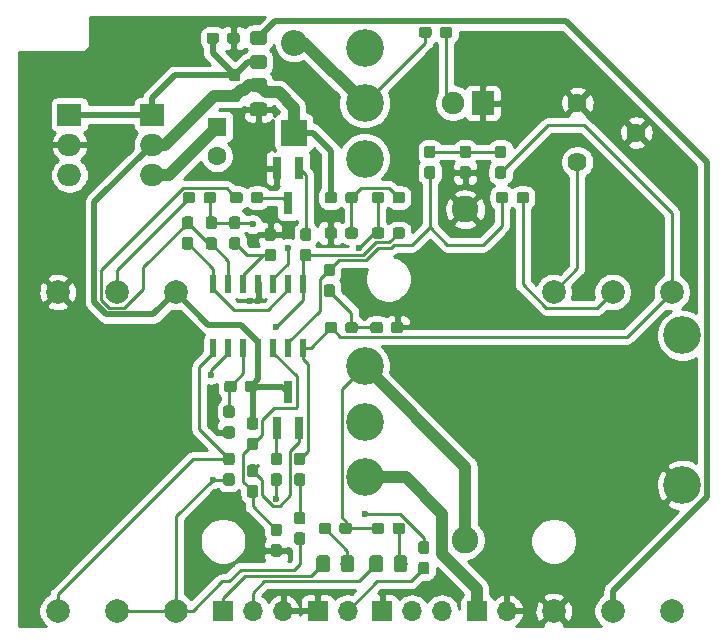
<source format=gbr>
G04 #@! TF.GenerationSoftware,KiCad,Pcbnew,(5.1.2-1)-1*
G04 #@! TF.CreationDate,2019-08-29T00:18:43-06:00*
G04 #@! TF.ProjectId,NuisanceEngine,4e756973-616e-4636-9545-6e67696e652e,rev?*
G04 #@! TF.SameCoordinates,Original*
G04 #@! TF.FileFunction,Copper,L1,Top*
G04 #@! TF.FilePolarity,Positive*
%FSLAX46Y46*%
G04 Gerber Fmt 4.6, Leading zero omitted, Abs format (unit mm)*
G04 Created by KiCad (PCBNEW (5.1.2-1)-1) date 2019-08-29 00:18:43*
%MOMM*%
%LPD*%
G04 APERTURE LIST*
%ADD10C,3.200000*%
%ADD11O,2.200000X2.200000*%
%ADD12R,2.200000X2.200000*%
%ADD13R,0.600000X1.500000*%
%ADD14O,2.000000X1.905000*%
%ADD15R,2.000000X1.905000*%
%ADD16C,2.000000*%
%ADD17R,1.900000X2.000000*%
%ADD18C,1.900000*%
%ADD19C,2.262000*%
%ADD20C,1.620000*%
%ADD21O,1.700000X1.700000*%
%ADD22R,1.700000X1.700000*%
%ADD23R,1.600000X1.600000*%
%ADD24C,1.600000*%
%ADD25C,0.100000*%
%ADD26C,0.950000*%
%ADD27C,1.150000*%
%ADD28R,0.800000X1.900000*%
%ADD29C,0.600000*%
%ADD30C,0.500000*%
%ADD31C,0.250000*%
%ADD32C,1.000000*%
%ADD33C,0.254000*%
G04 APERTURE END LIST*
D10*
X80000000Y-86700000D03*
X80000000Y-82000000D03*
X80000000Y-77300000D03*
D11*
X74000000Y-49880000D03*
D12*
X74000000Y-57500000D03*
D13*
X67190000Y-70300000D03*
X68460000Y-70300000D03*
X69730000Y-70300000D03*
X71000000Y-70300000D03*
X72270000Y-70300000D03*
X73540000Y-70300000D03*
X74810000Y-70300000D03*
X74810000Y-75700000D03*
X73540000Y-75700000D03*
X72270000Y-75700000D03*
X71000000Y-75700000D03*
X69730000Y-75700000D03*
X68460000Y-75700000D03*
X67190000Y-75700000D03*
D14*
X55000000Y-61080000D03*
X55000000Y-58540000D03*
D15*
X55000000Y-56000000D03*
D14*
X62000000Y-61080000D03*
X62000000Y-58540000D03*
D15*
X62000000Y-56000000D03*
D16*
X106000000Y-71000000D03*
X101000000Y-71000000D03*
X96000000Y-71000000D03*
X106000000Y-98000000D03*
X101000000Y-98000000D03*
X96000000Y-98000000D03*
X64000000Y-98000000D03*
X59000000Y-98000000D03*
X54000000Y-98000000D03*
X64000000Y-71000000D03*
X59000000Y-71000000D03*
X54000000Y-71000000D03*
D10*
X106900000Y-87350000D03*
X106900000Y-74650000D03*
D17*
X90000000Y-55000000D03*
D18*
X87460000Y-55000000D03*
D19*
X88500000Y-92000000D03*
X88500000Y-64000000D03*
D20*
X98000000Y-60000000D03*
X103000000Y-57500000D03*
X98000000Y-55000000D03*
D10*
X80000000Y-59700000D03*
X80000000Y-55000000D03*
X80000000Y-50300000D03*
D21*
X78540000Y-98000000D03*
D22*
X76000000Y-98000000D03*
D21*
X73080000Y-98000000D03*
X70540000Y-98000000D03*
D22*
X68000000Y-98000000D03*
X81460000Y-98000000D03*
D21*
X84000000Y-98000000D03*
X86540000Y-98000000D03*
D22*
X89500000Y-98000000D03*
D21*
X92040000Y-98000000D03*
D23*
X67500000Y-57000000D03*
D24*
X67500000Y-59500000D03*
D25*
G36*
X77260779Y-70351144D02*
G01*
X77283834Y-70354563D01*
X77306443Y-70360227D01*
X77328387Y-70368079D01*
X77349457Y-70378044D01*
X77369448Y-70390026D01*
X77388168Y-70403910D01*
X77405438Y-70419562D01*
X77421090Y-70436832D01*
X77434974Y-70455552D01*
X77446956Y-70475543D01*
X77456921Y-70496613D01*
X77464773Y-70518557D01*
X77470437Y-70541166D01*
X77473856Y-70564221D01*
X77475000Y-70587500D01*
X77475000Y-71162500D01*
X77473856Y-71185779D01*
X77470437Y-71208834D01*
X77464773Y-71231443D01*
X77456921Y-71253387D01*
X77446956Y-71274457D01*
X77434974Y-71294448D01*
X77421090Y-71313168D01*
X77405438Y-71330438D01*
X77388168Y-71346090D01*
X77369448Y-71359974D01*
X77349457Y-71371956D01*
X77328387Y-71381921D01*
X77306443Y-71389773D01*
X77283834Y-71395437D01*
X77260779Y-71398856D01*
X77237500Y-71400000D01*
X76762500Y-71400000D01*
X76739221Y-71398856D01*
X76716166Y-71395437D01*
X76693557Y-71389773D01*
X76671613Y-71381921D01*
X76650543Y-71371956D01*
X76630552Y-71359974D01*
X76611832Y-71346090D01*
X76594562Y-71330438D01*
X76578910Y-71313168D01*
X76565026Y-71294448D01*
X76553044Y-71274457D01*
X76543079Y-71253387D01*
X76535227Y-71231443D01*
X76529563Y-71208834D01*
X76526144Y-71185779D01*
X76525000Y-71162500D01*
X76525000Y-70587500D01*
X76526144Y-70564221D01*
X76529563Y-70541166D01*
X76535227Y-70518557D01*
X76543079Y-70496613D01*
X76553044Y-70475543D01*
X76565026Y-70455552D01*
X76578910Y-70436832D01*
X76594562Y-70419562D01*
X76611832Y-70403910D01*
X76630552Y-70390026D01*
X76650543Y-70378044D01*
X76671613Y-70368079D01*
X76693557Y-70360227D01*
X76716166Y-70354563D01*
X76739221Y-70351144D01*
X76762500Y-70350000D01*
X77237500Y-70350000D01*
X77260779Y-70351144D01*
X77260779Y-70351144D01*
G37*
D26*
X77000000Y-70875000D03*
D25*
G36*
X77260779Y-68601144D02*
G01*
X77283834Y-68604563D01*
X77306443Y-68610227D01*
X77328387Y-68618079D01*
X77349457Y-68628044D01*
X77369448Y-68640026D01*
X77388168Y-68653910D01*
X77405438Y-68669562D01*
X77421090Y-68686832D01*
X77434974Y-68705552D01*
X77446956Y-68725543D01*
X77456921Y-68746613D01*
X77464773Y-68768557D01*
X77470437Y-68791166D01*
X77473856Y-68814221D01*
X77475000Y-68837500D01*
X77475000Y-69412500D01*
X77473856Y-69435779D01*
X77470437Y-69458834D01*
X77464773Y-69481443D01*
X77456921Y-69503387D01*
X77446956Y-69524457D01*
X77434974Y-69544448D01*
X77421090Y-69563168D01*
X77405438Y-69580438D01*
X77388168Y-69596090D01*
X77369448Y-69609974D01*
X77349457Y-69621956D01*
X77328387Y-69631921D01*
X77306443Y-69639773D01*
X77283834Y-69645437D01*
X77260779Y-69648856D01*
X77237500Y-69650000D01*
X76762500Y-69650000D01*
X76739221Y-69648856D01*
X76716166Y-69645437D01*
X76693557Y-69639773D01*
X76671613Y-69631921D01*
X76650543Y-69621956D01*
X76630552Y-69609974D01*
X76611832Y-69596090D01*
X76594562Y-69580438D01*
X76578910Y-69563168D01*
X76565026Y-69544448D01*
X76553044Y-69524457D01*
X76543079Y-69503387D01*
X76535227Y-69481443D01*
X76529563Y-69458834D01*
X76526144Y-69435779D01*
X76525000Y-69412500D01*
X76525000Y-68837500D01*
X76526144Y-68814221D01*
X76529563Y-68791166D01*
X76535227Y-68768557D01*
X76543079Y-68746613D01*
X76553044Y-68725543D01*
X76565026Y-68705552D01*
X76578910Y-68686832D01*
X76594562Y-68669562D01*
X76611832Y-68653910D01*
X76630552Y-68640026D01*
X76650543Y-68628044D01*
X76671613Y-68618079D01*
X76693557Y-68610227D01*
X76716166Y-68604563D01*
X76739221Y-68601144D01*
X76762500Y-68600000D01*
X77237500Y-68600000D01*
X77260779Y-68601144D01*
X77260779Y-68601144D01*
G37*
D26*
X77000000Y-69125000D03*
D25*
G36*
X88760779Y-60351144D02*
G01*
X88783834Y-60354563D01*
X88806443Y-60360227D01*
X88828387Y-60368079D01*
X88849457Y-60378044D01*
X88869448Y-60390026D01*
X88888168Y-60403910D01*
X88905438Y-60419562D01*
X88921090Y-60436832D01*
X88934974Y-60455552D01*
X88946956Y-60475543D01*
X88956921Y-60496613D01*
X88964773Y-60518557D01*
X88970437Y-60541166D01*
X88973856Y-60564221D01*
X88975000Y-60587500D01*
X88975000Y-61162500D01*
X88973856Y-61185779D01*
X88970437Y-61208834D01*
X88964773Y-61231443D01*
X88956921Y-61253387D01*
X88946956Y-61274457D01*
X88934974Y-61294448D01*
X88921090Y-61313168D01*
X88905438Y-61330438D01*
X88888168Y-61346090D01*
X88869448Y-61359974D01*
X88849457Y-61371956D01*
X88828387Y-61381921D01*
X88806443Y-61389773D01*
X88783834Y-61395437D01*
X88760779Y-61398856D01*
X88737500Y-61400000D01*
X88262500Y-61400000D01*
X88239221Y-61398856D01*
X88216166Y-61395437D01*
X88193557Y-61389773D01*
X88171613Y-61381921D01*
X88150543Y-61371956D01*
X88130552Y-61359974D01*
X88111832Y-61346090D01*
X88094562Y-61330438D01*
X88078910Y-61313168D01*
X88065026Y-61294448D01*
X88053044Y-61274457D01*
X88043079Y-61253387D01*
X88035227Y-61231443D01*
X88029563Y-61208834D01*
X88026144Y-61185779D01*
X88025000Y-61162500D01*
X88025000Y-60587500D01*
X88026144Y-60564221D01*
X88029563Y-60541166D01*
X88035227Y-60518557D01*
X88043079Y-60496613D01*
X88053044Y-60475543D01*
X88065026Y-60455552D01*
X88078910Y-60436832D01*
X88094562Y-60419562D01*
X88111832Y-60403910D01*
X88130552Y-60390026D01*
X88150543Y-60378044D01*
X88171613Y-60368079D01*
X88193557Y-60360227D01*
X88216166Y-60354563D01*
X88239221Y-60351144D01*
X88262500Y-60350000D01*
X88737500Y-60350000D01*
X88760779Y-60351144D01*
X88760779Y-60351144D01*
G37*
D26*
X88500000Y-60875000D03*
D25*
G36*
X88760779Y-58601144D02*
G01*
X88783834Y-58604563D01*
X88806443Y-58610227D01*
X88828387Y-58618079D01*
X88849457Y-58628044D01*
X88869448Y-58640026D01*
X88888168Y-58653910D01*
X88905438Y-58669562D01*
X88921090Y-58686832D01*
X88934974Y-58705552D01*
X88946956Y-58725543D01*
X88956921Y-58746613D01*
X88964773Y-58768557D01*
X88970437Y-58791166D01*
X88973856Y-58814221D01*
X88975000Y-58837500D01*
X88975000Y-59412500D01*
X88973856Y-59435779D01*
X88970437Y-59458834D01*
X88964773Y-59481443D01*
X88956921Y-59503387D01*
X88946956Y-59524457D01*
X88934974Y-59544448D01*
X88921090Y-59563168D01*
X88905438Y-59580438D01*
X88888168Y-59596090D01*
X88869448Y-59609974D01*
X88849457Y-59621956D01*
X88828387Y-59631921D01*
X88806443Y-59639773D01*
X88783834Y-59645437D01*
X88760779Y-59648856D01*
X88737500Y-59650000D01*
X88262500Y-59650000D01*
X88239221Y-59648856D01*
X88216166Y-59645437D01*
X88193557Y-59639773D01*
X88171613Y-59631921D01*
X88150543Y-59621956D01*
X88130552Y-59609974D01*
X88111832Y-59596090D01*
X88094562Y-59580438D01*
X88078910Y-59563168D01*
X88065026Y-59544448D01*
X88053044Y-59524457D01*
X88043079Y-59503387D01*
X88035227Y-59481443D01*
X88029563Y-59458834D01*
X88026144Y-59435779D01*
X88025000Y-59412500D01*
X88025000Y-58837500D01*
X88026144Y-58814221D01*
X88029563Y-58791166D01*
X88035227Y-58768557D01*
X88043079Y-58746613D01*
X88053044Y-58725543D01*
X88065026Y-58705552D01*
X88078910Y-58686832D01*
X88094562Y-58669562D01*
X88111832Y-58653910D01*
X88130552Y-58640026D01*
X88150543Y-58628044D01*
X88171613Y-58618079D01*
X88193557Y-58610227D01*
X88216166Y-58604563D01*
X88239221Y-58601144D01*
X88262500Y-58600000D01*
X88737500Y-58600000D01*
X88760779Y-58601144D01*
X88760779Y-58601144D01*
G37*
D26*
X88500000Y-59125000D03*
D25*
G36*
X79185779Y-73526144D02*
G01*
X79208834Y-73529563D01*
X79231443Y-73535227D01*
X79253387Y-73543079D01*
X79274457Y-73553044D01*
X79294448Y-73565026D01*
X79313168Y-73578910D01*
X79330438Y-73594562D01*
X79346090Y-73611832D01*
X79359974Y-73630552D01*
X79371956Y-73650543D01*
X79381921Y-73671613D01*
X79389773Y-73693557D01*
X79395437Y-73716166D01*
X79398856Y-73739221D01*
X79400000Y-73762500D01*
X79400000Y-74237500D01*
X79398856Y-74260779D01*
X79395437Y-74283834D01*
X79389773Y-74306443D01*
X79381921Y-74328387D01*
X79371956Y-74349457D01*
X79359974Y-74369448D01*
X79346090Y-74388168D01*
X79330438Y-74405438D01*
X79313168Y-74421090D01*
X79294448Y-74434974D01*
X79274457Y-74446956D01*
X79253387Y-74456921D01*
X79231443Y-74464773D01*
X79208834Y-74470437D01*
X79185779Y-74473856D01*
X79162500Y-74475000D01*
X78587500Y-74475000D01*
X78564221Y-74473856D01*
X78541166Y-74470437D01*
X78518557Y-74464773D01*
X78496613Y-74456921D01*
X78475543Y-74446956D01*
X78455552Y-74434974D01*
X78436832Y-74421090D01*
X78419562Y-74405438D01*
X78403910Y-74388168D01*
X78390026Y-74369448D01*
X78378044Y-74349457D01*
X78368079Y-74328387D01*
X78360227Y-74306443D01*
X78354563Y-74283834D01*
X78351144Y-74260779D01*
X78350000Y-74237500D01*
X78350000Y-73762500D01*
X78351144Y-73739221D01*
X78354563Y-73716166D01*
X78360227Y-73693557D01*
X78368079Y-73671613D01*
X78378044Y-73650543D01*
X78390026Y-73630552D01*
X78403910Y-73611832D01*
X78419562Y-73594562D01*
X78436832Y-73578910D01*
X78455552Y-73565026D01*
X78475543Y-73553044D01*
X78496613Y-73543079D01*
X78518557Y-73535227D01*
X78541166Y-73529563D01*
X78564221Y-73526144D01*
X78587500Y-73525000D01*
X79162500Y-73525000D01*
X79185779Y-73526144D01*
X79185779Y-73526144D01*
G37*
D26*
X78875000Y-74000000D03*
D25*
G36*
X77435779Y-73526144D02*
G01*
X77458834Y-73529563D01*
X77481443Y-73535227D01*
X77503387Y-73543079D01*
X77524457Y-73553044D01*
X77544448Y-73565026D01*
X77563168Y-73578910D01*
X77580438Y-73594562D01*
X77596090Y-73611832D01*
X77609974Y-73630552D01*
X77621956Y-73650543D01*
X77631921Y-73671613D01*
X77639773Y-73693557D01*
X77645437Y-73716166D01*
X77648856Y-73739221D01*
X77650000Y-73762500D01*
X77650000Y-74237500D01*
X77648856Y-74260779D01*
X77645437Y-74283834D01*
X77639773Y-74306443D01*
X77631921Y-74328387D01*
X77621956Y-74349457D01*
X77609974Y-74369448D01*
X77596090Y-74388168D01*
X77580438Y-74405438D01*
X77563168Y-74421090D01*
X77544448Y-74434974D01*
X77524457Y-74446956D01*
X77503387Y-74456921D01*
X77481443Y-74464773D01*
X77458834Y-74470437D01*
X77435779Y-74473856D01*
X77412500Y-74475000D01*
X76837500Y-74475000D01*
X76814221Y-74473856D01*
X76791166Y-74470437D01*
X76768557Y-74464773D01*
X76746613Y-74456921D01*
X76725543Y-74446956D01*
X76705552Y-74434974D01*
X76686832Y-74421090D01*
X76669562Y-74405438D01*
X76653910Y-74388168D01*
X76640026Y-74369448D01*
X76628044Y-74349457D01*
X76618079Y-74328387D01*
X76610227Y-74306443D01*
X76604563Y-74283834D01*
X76601144Y-74260779D01*
X76600000Y-74237500D01*
X76600000Y-73762500D01*
X76601144Y-73739221D01*
X76604563Y-73716166D01*
X76610227Y-73693557D01*
X76618079Y-73671613D01*
X76628044Y-73650543D01*
X76640026Y-73630552D01*
X76653910Y-73611832D01*
X76669562Y-73594562D01*
X76686832Y-73578910D01*
X76705552Y-73565026D01*
X76725543Y-73553044D01*
X76746613Y-73543079D01*
X76768557Y-73535227D01*
X76791166Y-73529563D01*
X76814221Y-73526144D01*
X76837500Y-73525000D01*
X77412500Y-73525000D01*
X77435779Y-73526144D01*
X77435779Y-73526144D01*
G37*
D26*
X77125000Y-74000000D03*
D25*
G36*
X65260779Y-66351144D02*
G01*
X65283834Y-66354563D01*
X65306443Y-66360227D01*
X65328387Y-66368079D01*
X65349457Y-66378044D01*
X65369448Y-66390026D01*
X65388168Y-66403910D01*
X65405438Y-66419562D01*
X65421090Y-66436832D01*
X65434974Y-66455552D01*
X65446956Y-66475543D01*
X65456921Y-66496613D01*
X65464773Y-66518557D01*
X65470437Y-66541166D01*
X65473856Y-66564221D01*
X65475000Y-66587500D01*
X65475000Y-67162500D01*
X65473856Y-67185779D01*
X65470437Y-67208834D01*
X65464773Y-67231443D01*
X65456921Y-67253387D01*
X65446956Y-67274457D01*
X65434974Y-67294448D01*
X65421090Y-67313168D01*
X65405438Y-67330438D01*
X65388168Y-67346090D01*
X65369448Y-67359974D01*
X65349457Y-67371956D01*
X65328387Y-67381921D01*
X65306443Y-67389773D01*
X65283834Y-67395437D01*
X65260779Y-67398856D01*
X65237500Y-67400000D01*
X64762500Y-67400000D01*
X64739221Y-67398856D01*
X64716166Y-67395437D01*
X64693557Y-67389773D01*
X64671613Y-67381921D01*
X64650543Y-67371956D01*
X64630552Y-67359974D01*
X64611832Y-67346090D01*
X64594562Y-67330438D01*
X64578910Y-67313168D01*
X64565026Y-67294448D01*
X64553044Y-67274457D01*
X64543079Y-67253387D01*
X64535227Y-67231443D01*
X64529563Y-67208834D01*
X64526144Y-67185779D01*
X64525000Y-67162500D01*
X64525000Y-66587500D01*
X64526144Y-66564221D01*
X64529563Y-66541166D01*
X64535227Y-66518557D01*
X64543079Y-66496613D01*
X64553044Y-66475543D01*
X64565026Y-66455552D01*
X64578910Y-66436832D01*
X64594562Y-66419562D01*
X64611832Y-66403910D01*
X64630552Y-66390026D01*
X64650543Y-66378044D01*
X64671613Y-66368079D01*
X64693557Y-66360227D01*
X64716166Y-66354563D01*
X64739221Y-66351144D01*
X64762500Y-66350000D01*
X65237500Y-66350000D01*
X65260779Y-66351144D01*
X65260779Y-66351144D01*
G37*
D26*
X65000000Y-66875000D03*
D25*
G36*
X65260779Y-64601144D02*
G01*
X65283834Y-64604563D01*
X65306443Y-64610227D01*
X65328387Y-64618079D01*
X65349457Y-64628044D01*
X65369448Y-64640026D01*
X65388168Y-64653910D01*
X65405438Y-64669562D01*
X65421090Y-64686832D01*
X65434974Y-64705552D01*
X65446956Y-64725543D01*
X65456921Y-64746613D01*
X65464773Y-64768557D01*
X65470437Y-64791166D01*
X65473856Y-64814221D01*
X65475000Y-64837500D01*
X65475000Y-65412500D01*
X65473856Y-65435779D01*
X65470437Y-65458834D01*
X65464773Y-65481443D01*
X65456921Y-65503387D01*
X65446956Y-65524457D01*
X65434974Y-65544448D01*
X65421090Y-65563168D01*
X65405438Y-65580438D01*
X65388168Y-65596090D01*
X65369448Y-65609974D01*
X65349457Y-65621956D01*
X65328387Y-65631921D01*
X65306443Y-65639773D01*
X65283834Y-65645437D01*
X65260779Y-65648856D01*
X65237500Y-65650000D01*
X64762500Y-65650000D01*
X64739221Y-65648856D01*
X64716166Y-65645437D01*
X64693557Y-65639773D01*
X64671613Y-65631921D01*
X64650543Y-65621956D01*
X64630552Y-65609974D01*
X64611832Y-65596090D01*
X64594562Y-65580438D01*
X64578910Y-65563168D01*
X64565026Y-65544448D01*
X64553044Y-65524457D01*
X64543079Y-65503387D01*
X64535227Y-65481443D01*
X64529563Y-65458834D01*
X64526144Y-65435779D01*
X64525000Y-65412500D01*
X64525000Y-64837500D01*
X64526144Y-64814221D01*
X64529563Y-64791166D01*
X64535227Y-64768557D01*
X64543079Y-64746613D01*
X64553044Y-64725543D01*
X64565026Y-64705552D01*
X64578910Y-64686832D01*
X64594562Y-64669562D01*
X64611832Y-64653910D01*
X64630552Y-64640026D01*
X64650543Y-64628044D01*
X64671613Y-64618079D01*
X64693557Y-64610227D01*
X64716166Y-64604563D01*
X64739221Y-64601144D01*
X64762500Y-64600000D01*
X65237500Y-64600000D01*
X65260779Y-64601144D01*
X65260779Y-64601144D01*
G37*
D26*
X65000000Y-65125000D03*
D25*
G36*
X74760779Y-84601144D02*
G01*
X74783834Y-84604563D01*
X74806443Y-84610227D01*
X74828387Y-84618079D01*
X74849457Y-84628044D01*
X74869448Y-84640026D01*
X74888168Y-84653910D01*
X74905438Y-84669562D01*
X74921090Y-84686832D01*
X74934974Y-84705552D01*
X74946956Y-84725543D01*
X74956921Y-84746613D01*
X74964773Y-84768557D01*
X74970437Y-84791166D01*
X74973856Y-84814221D01*
X74975000Y-84837500D01*
X74975000Y-85412500D01*
X74973856Y-85435779D01*
X74970437Y-85458834D01*
X74964773Y-85481443D01*
X74956921Y-85503387D01*
X74946956Y-85524457D01*
X74934974Y-85544448D01*
X74921090Y-85563168D01*
X74905438Y-85580438D01*
X74888168Y-85596090D01*
X74869448Y-85609974D01*
X74849457Y-85621956D01*
X74828387Y-85631921D01*
X74806443Y-85639773D01*
X74783834Y-85645437D01*
X74760779Y-85648856D01*
X74737500Y-85650000D01*
X74262500Y-85650000D01*
X74239221Y-85648856D01*
X74216166Y-85645437D01*
X74193557Y-85639773D01*
X74171613Y-85631921D01*
X74150543Y-85621956D01*
X74130552Y-85609974D01*
X74111832Y-85596090D01*
X74094562Y-85580438D01*
X74078910Y-85563168D01*
X74065026Y-85544448D01*
X74053044Y-85524457D01*
X74043079Y-85503387D01*
X74035227Y-85481443D01*
X74029563Y-85458834D01*
X74026144Y-85435779D01*
X74025000Y-85412500D01*
X74025000Y-84837500D01*
X74026144Y-84814221D01*
X74029563Y-84791166D01*
X74035227Y-84768557D01*
X74043079Y-84746613D01*
X74053044Y-84725543D01*
X74065026Y-84705552D01*
X74078910Y-84686832D01*
X74094562Y-84669562D01*
X74111832Y-84653910D01*
X74130552Y-84640026D01*
X74150543Y-84628044D01*
X74171613Y-84618079D01*
X74193557Y-84610227D01*
X74216166Y-84604563D01*
X74239221Y-84601144D01*
X74262500Y-84600000D01*
X74737500Y-84600000D01*
X74760779Y-84601144D01*
X74760779Y-84601144D01*
G37*
D26*
X74500000Y-85125000D03*
D25*
G36*
X74760779Y-86351144D02*
G01*
X74783834Y-86354563D01*
X74806443Y-86360227D01*
X74828387Y-86368079D01*
X74849457Y-86378044D01*
X74869448Y-86390026D01*
X74888168Y-86403910D01*
X74905438Y-86419562D01*
X74921090Y-86436832D01*
X74934974Y-86455552D01*
X74946956Y-86475543D01*
X74956921Y-86496613D01*
X74964773Y-86518557D01*
X74970437Y-86541166D01*
X74973856Y-86564221D01*
X74975000Y-86587500D01*
X74975000Y-87162500D01*
X74973856Y-87185779D01*
X74970437Y-87208834D01*
X74964773Y-87231443D01*
X74956921Y-87253387D01*
X74946956Y-87274457D01*
X74934974Y-87294448D01*
X74921090Y-87313168D01*
X74905438Y-87330438D01*
X74888168Y-87346090D01*
X74869448Y-87359974D01*
X74849457Y-87371956D01*
X74828387Y-87381921D01*
X74806443Y-87389773D01*
X74783834Y-87395437D01*
X74760779Y-87398856D01*
X74737500Y-87400000D01*
X74262500Y-87400000D01*
X74239221Y-87398856D01*
X74216166Y-87395437D01*
X74193557Y-87389773D01*
X74171613Y-87381921D01*
X74150543Y-87371956D01*
X74130552Y-87359974D01*
X74111832Y-87346090D01*
X74094562Y-87330438D01*
X74078910Y-87313168D01*
X74065026Y-87294448D01*
X74053044Y-87274457D01*
X74043079Y-87253387D01*
X74035227Y-87231443D01*
X74029563Y-87208834D01*
X74026144Y-87185779D01*
X74025000Y-87162500D01*
X74025000Y-86587500D01*
X74026144Y-86564221D01*
X74029563Y-86541166D01*
X74035227Y-86518557D01*
X74043079Y-86496613D01*
X74053044Y-86475543D01*
X74065026Y-86455552D01*
X74078910Y-86436832D01*
X74094562Y-86419562D01*
X74111832Y-86403910D01*
X74130552Y-86390026D01*
X74150543Y-86378044D01*
X74171613Y-86368079D01*
X74193557Y-86360227D01*
X74216166Y-86354563D01*
X74239221Y-86351144D01*
X74262500Y-86350000D01*
X74737500Y-86350000D01*
X74760779Y-86351144D01*
X74760779Y-86351144D01*
G37*
D26*
X74500000Y-86875000D03*
D25*
G36*
X68760779Y-84601144D02*
G01*
X68783834Y-84604563D01*
X68806443Y-84610227D01*
X68828387Y-84618079D01*
X68849457Y-84628044D01*
X68869448Y-84640026D01*
X68888168Y-84653910D01*
X68905438Y-84669562D01*
X68921090Y-84686832D01*
X68934974Y-84705552D01*
X68946956Y-84725543D01*
X68956921Y-84746613D01*
X68964773Y-84768557D01*
X68970437Y-84791166D01*
X68973856Y-84814221D01*
X68975000Y-84837500D01*
X68975000Y-85412500D01*
X68973856Y-85435779D01*
X68970437Y-85458834D01*
X68964773Y-85481443D01*
X68956921Y-85503387D01*
X68946956Y-85524457D01*
X68934974Y-85544448D01*
X68921090Y-85563168D01*
X68905438Y-85580438D01*
X68888168Y-85596090D01*
X68869448Y-85609974D01*
X68849457Y-85621956D01*
X68828387Y-85631921D01*
X68806443Y-85639773D01*
X68783834Y-85645437D01*
X68760779Y-85648856D01*
X68737500Y-85650000D01*
X68262500Y-85650000D01*
X68239221Y-85648856D01*
X68216166Y-85645437D01*
X68193557Y-85639773D01*
X68171613Y-85631921D01*
X68150543Y-85621956D01*
X68130552Y-85609974D01*
X68111832Y-85596090D01*
X68094562Y-85580438D01*
X68078910Y-85563168D01*
X68065026Y-85544448D01*
X68053044Y-85524457D01*
X68043079Y-85503387D01*
X68035227Y-85481443D01*
X68029563Y-85458834D01*
X68026144Y-85435779D01*
X68025000Y-85412500D01*
X68025000Y-84837500D01*
X68026144Y-84814221D01*
X68029563Y-84791166D01*
X68035227Y-84768557D01*
X68043079Y-84746613D01*
X68053044Y-84725543D01*
X68065026Y-84705552D01*
X68078910Y-84686832D01*
X68094562Y-84669562D01*
X68111832Y-84653910D01*
X68130552Y-84640026D01*
X68150543Y-84628044D01*
X68171613Y-84618079D01*
X68193557Y-84610227D01*
X68216166Y-84604563D01*
X68239221Y-84601144D01*
X68262500Y-84600000D01*
X68737500Y-84600000D01*
X68760779Y-84601144D01*
X68760779Y-84601144D01*
G37*
D26*
X68500000Y-85125000D03*
D25*
G36*
X68760779Y-86351144D02*
G01*
X68783834Y-86354563D01*
X68806443Y-86360227D01*
X68828387Y-86368079D01*
X68849457Y-86378044D01*
X68869448Y-86390026D01*
X68888168Y-86403910D01*
X68905438Y-86419562D01*
X68921090Y-86436832D01*
X68934974Y-86455552D01*
X68946956Y-86475543D01*
X68956921Y-86496613D01*
X68964773Y-86518557D01*
X68970437Y-86541166D01*
X68973856Y-86564221D01*
X68975000Y-86587500D01*
X68975000Y-87162500D01*
X68973856Y-87185779D01*
X68970437Y-87208834D01*
X68964773Y-87231443D01*
X68956921Y-87253387D01*
X68946956Y-87274457D01*
X68934974Y-87294448D01*
X68921090Y-87313168D01*
X68905438Y-87330438D01*
X68888168Y-87346090D01*
X68869448Y-87359974D01*
X68849457Y-87371956D01*
X68828387Y-87381921D01*
X68806443Y-87389773D01*
X68783834Y-87395437D01*
X68760779Y-87398856D01*
X68737500Y-87400000D01*
X68262500Y-87400000D01*
X68239221Y-87398856D01*
X68216166Y-87395437D01*
X68193557Y-87389773D01*
X68171613Y-87381921D01*
X68150543Y-87371956D01*
X68130552Y-87359974D01*
X68111832Y-87346090D01*
X68094562Y-87330438D01*
X68078910Y-87313168D01*
X68065026Y-87294448D01*
X68053044Y-87274457D01*
X68043079Y-87253387D01*
X68035227Y-87231443D01*
X68029563Y-87208834D01*
X68026144Y-87185779D01*
X68025000Y-87162500D01*
X68025000Y-86587500D01*
X68026144Y-86564221D01*
X68029563Y-86541166D01*
X68035227Y-86518557D01*
X68043079Y-86496613D01*
X68053044Y-86475543D01*
X68065026Y-86455552D01*
X68078910Y-86436832D01*
X68094562Y-86419562D01*
X68111832Y-86403910D01*
X68130552Y-86390026D01*
X68150543Y-86378044D01*
X68171613Y-86368079D01*
X68193557Y-86360227D01*
X68216166Y-86354563D01*
X68239221Y-86351144D01*
X68262500Y-86350000D01*
X68737500Y-86350000D01*
X68760779Y-86351144D01*
X68760779Y-86351144D01*
G37*
D26*
X68500000Y-86875000D03*
D25*
G36*
X71474505Y-50951204D02*
G01*
X71498773Y-50954804D01*
X71522572Y-50960765D01*
X71545671Y-50969030D01*
X71567850Y-50979520D01*
X71588893Y-50992132D01*
X71608599Y-51006747D01*
X71626777Y-51023223D01*
X71643253Y-51041401D01*
X71657868Y-51061107D01*
X71670480Y-51082150D01*
X71680970Y-51104329D01*
X71689235Y-51127428D01*
X71695196Y-51151227D01*
X71698796Y-51175495D01*
X71700000Y-51199999D01*
X71700000Y-51850001D01*
X71698796Y-51874505D01*
X71695196Y-51898773D01*
X71689235Y-51922572D01*
X71680970Y-51945671D01*
X71670480Y-51967850D01*
X71657868Y-51988893D01*
X71643253Y-52008599D01*
X71626777Y-52026777D01*
X71608599Y-52043253D01*
X71588893Y-52057868D01*
X71567850Y-52070480D01*
X71545671Y-52080970D01*
X71522572Y-52089235D01*
X71498773Y-52095196D01*
X71474505Y-52098796D01*
X71450001Y-52100000D01*
X70549999Y-52100000D01*
X70525495Y-52098796D01*
X70501227Y-52095196D01*
X70477428Y-52089235D01*
X70454329Y-52080970D01*
X70432150Y-52070480D01*
X70411107Y-52057868D01*
X70391401Y-52043253D01*
X70373223Y-52026777D01*
X70356747Y-52008599D01*
X70342132Y-51988893D01*
X70329520Y-51967850D01*
X70319030Y-51945671D01*
X70310765Y-51922572D01*
X70304804Y-51898773D01*
X70301204Y-51874505D01*
X70300000Y-51850001D01*
X70300000Y-51199999D01*
X70301204Y-51175495D01*
X70304804Y-51151227D01*
X70310765Y-51127428D01*
X70319030Y-51104329D01*
X70329520Y-51082150D01*
X70342132Y-51061107D01*
X70356747Y-51041401D01*
X70373223Y-51023223D01*
X70391401Y-51006747D01*
X70411107Y-50992132D01*
X70432150Y-50979520D01*
X70454329Y-50969030D01*
X70477428Y-50960765D01*
X70501227Y-50954804D01*
X70525495Y-50951204D01*
X70549999Y-50950000D01*
X71450001Y-50950000D01*
X71474505Y-50951204D01*
X71474505Y-50951204D01*
G37*
D27*
X71000000Y-51525000D03*
D25*
G36*
X71474505Y-48901204D02*
G01*
X71498773Y-48904804D01*
X71522572Y-48910765D01*
X71545671Y-48919030D01*
X71567850Y-48929520D01*
X71588893Y-48942132D01*
X71608599Y-48956747D01*
X71626777Y-48973223D01*
X71643253Y-48991401D01*
X71657868Y-49011107D01*
X71670480Y-49032150D01*
X71680970Y-49054329D01*
X71689235Y-49077428D01*
X71695196Y-49101227D01*
X71698796Y-49125495D01*
X71700000Y-49149999D01*
X71700000Y-49800001D01*
X71698796Y-49824505D01*
X71695196Y-49848773D01*
X71689235Y-49872572D01*
X71680970Y-49895671D01*
X71670480Y-49917850D01*
X71657868Y-49938893D01*
X71643253Y-49958599D01*
X71626777Y-49976777D01*
X71608599Y-49993253D01*
X71588893Y-50007868D01*
X71567850Y-50020480D01*
X71545671Y-50030970D01*
X71522572Y-50039235D01*
X71498773Y-50045196D01*
X71474505Y-50048796D01*
X71450001Y-50050000D01*
X70549999Y-50050000D01*
X70525495Y-50048796D01*
X70501227Y-50045196D01*
X70477428Y-50039235D01*
X70454329Y-50030970D01*
X70432150Y-50020480D01*
X70411107Y-50007868D01*
X70391401Y-49993253D01*
X70373223Y-49976777D01*
X70356747Y-49958599D01*
X70342132Y-49938893D01*
X70329520Y-49917850D01*
X70319030Y-49895671D01*
X70310765Y-49872572D01*
X70304804Y-49848773D01*
X70301204Y-49824505D01*
X70300000Y-49800001D01*
X70300000Y-49149999D01*
X70301204Y-49125495D01*
X70304804Y-49101227D01*
X70310765Y-49077428D01*
X70319030Y-49054329D01*
X70329520Y-49032150D01*
X70342132Y-49011107D01*
X70356747Y-48991401D01*
X70373223Y-48973223D01*
X70391401Y-48956747D01*
X70411107Y-48942132D01*
X70432150Y-48929520D01*
X70454329Y-48919030D01*
X70477428Y-48910765D01*
X70501227Y-48904804D01*
X70525495Y-48901204D01*
X70549999Y-48900000D01*
X71450001Y-48900000D01*
X71474505Y-48901204D01*
X71474505Y-48901204D01*
G37*
D27*
X71000000Y-49475000D03*
D25*
G36*
X71474505Y-52901204D02*
G01*
X71498773Y-52904804D01*
X71522572Y-52910765D01*
X71545671Y-52919030D01*
X71567850Y-52929520D01*
X71588893Y-52942132D01*
X71608599Y-52956747D01*
X71626777Y-52973223D01*
X71643253Y-52991401D01*
X71657868Y-53011107D01*
X71670480Y-53032150D01*
X71680970Y-53054329D01*
X71689235Y-53077428D01*
X71695196Y-53101227D01*
X71698796Y-53125495D01*
X71700000Y-53149999D01*
X71700000Y-53800001D01*
X71698796Y-53824505D01*
X71695196Y-53848773D01*
X71689235Y-53872572D01*
X71680970Y-53895671D01*
X71670480Y-53917850D01*
X71657868Y-53938893D01*
X71643253Y-53958599D01*
X71626777Y-53976777D01*
X71608599Y-53993253D01*
X71588893Y-54007868D01*
X71567850Y-54020480D01*
X71545671Y-54030970D01*
X71522572Y-54039235D01*
X71498773Y-54045196D01*
X71474505Y-54048796D01*
X71450001Y-54050000D01*
X70549999Y-54050000D01*
X70525495Y-54048796D01*
X70501227Y-54045196D01*
X70477428Y-54039235D01*
X70454329Y-54030970D01*
X70432150Y-54020480D01*
X70411107Y-54007868D01*
X70391401Y-53993253D01*
X70373223Y-53976777D01*
X70356747Y-53958599D01*
X70342132Y-53938893D01*
X70329520Y-53917850D01*
X70319030Y-53895671D01*
X70310765Y-53872572D01*
X70304804Y-53848773D01*
X70301204Y-53824505D01*
X70300000Y-53800001D01*
X70300000Y-53149999D01*
X70301204Y-53125495D01*
X70304804Y-53101227D01*
X70310765Y-53077428D01*
X70319030Y-53054329D01*
X70329520Y-53032150D01*
X70342132Y-53011107D01*
X70356747Y-52991401D01*
X70373223Y-52973223D01*
X70391401Y-52956747D01*
X70411107Y-52942132D01*
X70432150Y-52929520D01*
X70454329Y-52919030D01*
X70477428Y-52910765D01*
X70501227Y-52904804D01*
X70525495Y-52901204D01*
X70549999Y-52900000D01*
X71450001Y-52900000D01*
X71474505Y-52901204D01*
X71474505Y-52901204D01*
G37*
D27*
X71000000Y-53475000D03*
D25*
G36*
X71474505Y-54951204D02*
G01*
X71498773Y-54954804D01*
X71522572Y-54960765D01*
X71545671Y-54969030D01*
X71567850Y-54979520D01*
X71588893Y-54992132D01*
X71608599Y-55006747D01*
X71626777Y-55023223D01*
X71643253Y-55041401D01*
X71657868Y-55061107D01*
X71670480Y-55082150D01*
X71680970Y-55104329D01*
X71689235Y-55127428D01*
X71695196Y-55151227D01*
X71698796Y-55175495D01*
X71700000Y-55199999D01*
X71700000Y-55850001D01*
X71698796Y-55874505D01*
X71695196Y-55898773D01*
X71689235Y-55922572D01*
X71680970Y-55945671D01*
X71670480Y-55967850D01*
X71657868Y-55988893D01*
X71643253Y-56008599D01*
X71626777Y-56026777D01*
X71608599Y-56043253D01*
X71588893Y-56057868D01*
X71567850Y-56070480D01*
X71545671Y-56080970D01*
X71522572Y-56089235D01*
X71498773Y-56095196D01*
X71474505Y-56098796D01*
X71450001Y-56100000D01*
X70549999Y-56100000D01*
X70525495Y-56098796D01*
X70501227Y-56095196D01*
X70477428Y-56089235D01*
X70454329Y-56080970D01*
X70432150Y-56070480D01*
X70411107Y-56057868D01*
X70391401Y-56043253D01*
X70373223Y-56026777D01*
X70356747Y-56008599D01*
X70342132Y-55988893D01*
X70329520Y-55967850D01*
X70319030Y-55945671D01*
X70310765Y-55922572D01*
X70304804Y-55898773D01*
X70301204Y-55874505D01*
X70300000Y-55850001D01*
X70300000Y-55199999D01*
X70301204Y-55175495D01*
X70304804Y-55151227D01*
X70310765Y-55127428D01*
X70319030Y-55104329D01*
X70329520Y-55082150D01*
X70342132Y-55061107D01*
X70356747Y-55041401D01*
X70373223Y-55023223D01*
X70391401Y-55006747D01*
X70411107Y-54992132D01*
X70432150Y-54979520D01*
X70454329Y-54969030D01*
X70477428Y-54960765D01*
X70501227Y-54954804D01*
X70525495Y-54951204D01*
X70549999Y-54950000D01*
X71450001Y-54950000D01*
X71474505Y-54951204D01*
X71474505Y-54951204D01*
G37*
D27*
X71000000Y-55525000D03*
D25*
G36*
X78874505Y-93301204D02*
G01*
X78898773Y-93304804D01*
X78922572Y-93310765D01*
X78945671Y-93319030D01*
X78967850Y-93329520D01*
X78988893Y-93342132D01*
X79008599Y-93356747D01*
X79026777Y-93373223D01*
X79043253Y-93391401D01*
X79057868Y-93411107D01*
X79070480Y-93432150D01*
X79080970Y-93454329D01*
X79089235Y-93477428D01*
X79095196Y-93501227D01*
X79098796Y-93525495D01*
X79100000Y-93549999D01*
X79100000Y-94450001D01*
X79098796Y-94474505D01*
X79095196Y-94498773D01*
X79089235Y-94522572D01*
X79080970Y-94545671D01*
X79070480Y-94567850D01*
X79057868Y-94588893D01*
X79043253Y-94608599D01*
X79026777Y-94626777D01*
X79008599Y-94643253D01*
X78988893Y-94657868D01*
X78967850Y-94670480D01*
X78945671Y-94680970D01*
X78922572Y-94689235D01*
X78898773Y-94695196D01*
X78874505Y-94698796D01*
X78850001Y-94700000D01*
X78199999Y-94700000D01*
X78175495Y-94698796D01*
X78151227Y-94695196D01*
X78127428Y-94689235D01*
X78104329Y-94680970D01*
X78082150Y-94670480D01*
X78061107Y-94657868D01*
X78041401Y-94643253D01*
X78023223Y-94626777D01*
X78006747Y-94608599D01*
X77992132Y-94588893D01*
X77979520Y-94567850D01*
X77969030Y-94545671D01*
X77960765Y-94522572D01*
X77954804Y-94498773D01*
X77951204Y-94474505D01*
X77950000Y-94450001D01*
X77950000Y-93549999D01*
X77951204Y-93525495D01*
X77954804Y-93501227D01*
X77960765Y-93477428D01*
X77969030Y-93454329D01*
X77979520Y-93432150D01*
X77992132Y-93411107D01*
X78006747Y-93391401D01*
X78023223Y-93373223D01*
X78041401Y-93356747D01*
X78061107Y-93342132D01*
X78082150Y-93329520D01*
X78104329Y-93319030D01*
X78127428Y-93310765D01*
X78151227Y-93304804D01*
X78175495Y-93301204D01*
X78199999Y-93300000D01*
X78850001Y-93300000D01*
X78874505Y-93301204D01*
X78874505Y-93301204D01*
G37*
D27*
X78525000Y-94000000D03*
D25*
G36*
X76824505Y-93301204D02*
G01*
X76848773Y-93304804D01*
X76872572Y-93310765D01*
X76895671Y-93319030D01*
X76917850Y-93329520D01*
X76938893Y-93342132D01*
X76958599Y-93356747D01*
X76976777Y-93373223D01*
X76993253Y-93391401D01*
X77007868Y-93411107D01*
X77020480Y-93432150D01*
X77030970Y-93454329D01*
X77039235Y-93477428D01*
X77045196Y-93501227D01*
X77048796Y-93525495D01*
X77050000Y-93549999D01*
X77050000Y-94450001D01*
X77048796Y-94474505D01*
X77045196Y-94498773D01*
X77039235Y-94522572D01*
X77030970Y-94545671D01*
X77020480Y-94567850D01*
X77007868Y-94588893D01*
X76993253Y-94608599D01*
X76976777Y-94626777D01*
X76958599Y-94643253D01*
X76938893Y-94657868D01*
X76917850Y-94670480D01*
X76895671Y-94680970D01*
X76872572Y-94689235D01*
X76848773Y-94695196D01*
X76824505Y-94698796D01*
X76800001Y-94700000D01*
X76149999Y-94700000D01*
X76125495Y-94698796D01*
X76101227Y-94695196D01*
X76077428Y-94689235D01*
X76054329Y-94680970D01*
X76032150Y-94670480D01*
X76011107Y-94657868D01*
X75991401Y-94643253D01*
X75973223Y-94626777D01*
X75956747Y-94608599D01*
X75942132Y-94588893D01*
X75929520Y-94567850D01*
X75919030Y-94545671D01*
X75910765Y-94522572D01*
X75904804Y-94498773D01*
X75901204Y-94474505D01*
X75900000Y-94450001D01*
X75900000Y-93549999D01*
X75901204Y-93525495D01*
X75904804Y-93501227D01*
X75910765Y-93477428D01*
X75919030Y-93454329D01*
X75929520Y-93432150D01*
X75942132Y-93411107D01*
X75956747Y-93391401D01*
X75973223Y-93373223D01*
X75991401Y-93356747D01*
X76011107Y-93342132D01*
X76032150Y-93329520D01*
X76054329Y-93319030D01*
X76077428Y-93310765D01*
X76101227Y-93304804D01*
X76125495Y-93301204D01*
X76149999Y-93300000D01*
X76800001Y-93300000D01*
X76824505Y-93301204D01*
X76824505Y-93301204D01*
G37*
D27*
X76475000Y-94000000D03*
D25*
G36*
X81324505Y-93301204D02*
G01*
X81348773Y-93304804D01*
X81372572Y-93310765D01*
X81395671Y-93319030D01*
X81417850Y-93329520D01*
X81438893Y-93342132D01*
X81458599Y-93356747D01*
X81476777Y-93373223D01*
X81493253Y-93391401D01*
X81507868Y-93411107D01*
X81520480Y-93432150D01*
X81530970Y-93454329D01*
X81539235Y-93477428D01*
X81545196Y-93501227D01*
X81548796Y-93525495D01*
X81550000Y-93549999D01*
X81550000Y-94450001D01*
X81548796Y-94474505D01*
X81545196Y-94498773D01*
X81539235Y-94522572D01*
X81530970Y-94545671D01*
X81520480Y-94567850D01*
X81507868Y-94588893D01*
X81493253Y-94608599D01*
X81476777Y-94626777D01*
X81458599Y-94643253D01*
X81438893Y-94657868D01*
X81417850Y-94670480D01*
X81395671Y-94680970D01*
X81372572Y-94689235D01*
X81348773Y-94695196D01*
X81324505Y-94698796D01*
X81300001Y-94700000D01*
X80649999Y-94700000D01*
X80625495Y-94698796D01*
X80601227Y-94695196D01*
X80577428Y-94689235D01*
X80554329Y-94680970D01*
X80532150Y-94670480D01*
X80511107Y-94657868D01*
X80491401Y-94643253D01*
X80473223Y-94626777D01*
X80456747Y-94608599D01*
X80442132Y-94588893D01*
X80429520Y-94567850D01*
X80419030Y-94545671D01*
X80410765Y-94522572D01*
X80404804Y-94498773D01*
X80401204Y-94474505D01*
X80400000Y-94450001D01*
X80400000Y-93549999D01*
X80401204Y-93525495D01*
X80404804Y-93501227D01*
X80410765Y-93477428D01*
X80419030Y-93454329D01*
X80429520Y-93432150D01*
X80442132Y-93411107D01*
X80456747Y-93391401D01*
X80473223Y-93373223D01*
X80491401Y-93356747D01*
X80511107Y-93342132D01*
X80532150Y-93329520D01*
X80554329Y-93319030D01*
X80577428Y-93310765D01*
X80601227Y-93304804D01*
X80625495Y-93301204D01*
X80649999Y-93300000D01*
X81300001Y-93300000D01*
X81324505Y-93301204D01*
X81324505Y-93301204D01*
G37*
D27*
X80975000Y-94000000D03*
D25*
G36*
X83374505Y-93301204D02*
G01*
X83398773Y-93304804D01*
X83422572Y-93310765D01*
X83445671Y-93319030D01*
X83467850Y-93329520D01*
X83488893Y-93342132D01*
X83508599Y-93356747D01*
X83526777Y-93373223D01*
X83543253Y-93391401D01*
X83557868Y-93411107D01*
X83570480Y-93432150D01*
X83580970Y-93454329D01*
X83589235Y-93477428D01*
X83595196Y-93501227D01*
X83598796Y-93525495D01*
X83600000Y-93549999D01*
X83600000Y-94450001D01*
X83598796Y-94474505D01*
X83595196Y-94498773D01*
X83589235Y-94522572D01*
X83580970Y-94545671D01*
X83570480Y-94567850D01*
X83557868Y-94588893D01*
X83543253Y-94608599D01*
X83526777Y-94626777D01*
X83508599Y-94643253D01*
X83488893Y-94657868D01*
X83467850Y-94670480D01*
X83445671Y-94680970D01*
X83422572Y-94689235D01*
X83398773Y-94695196D01*
X83374505Y-94698796D01*
X83350001Y-94700000D01*
X82699999Y-94700000D01*
X82675495Y-94698796D01*
X82651227Y-94695196D01*
X82627428Y-94689235D01*
X82604329Y-94680970D01*
X82582150Y-94670480D01*
X82561107Y-94657868D01*
X82541401Y-94643253D01*
X82523223Y-94626777D01*
X82506747Y-94608599D01*
X82492132Y-94588893D01*
X82479520Y-94567850D01*
X82469030Y-94545671D01*
X82460765Y-94522572D01*
X82454804Y-94498773D01*
X82451204Y-94474505D01*
X82450000Y-94450001D01*
X82450000Y-93549999D01*
X82451204Y-93525495D01*
X82454804Y-93501227D01*
X82460765Y-93477428D01*
X82469030Y-93454329D01*
X82479520Y-93432150D01*
X82492132Y-93411107D01*
X82506747Y-93391401D01*
X82523223Y-93373223D01*
X82541401Y-93356747D01*
X82561107Y-93342132D01*
X82582150Y-93329520D01*
X82604329Y-93319030D01*
X82627428Y-93310765D01*
X82651227Y-93304804D01*
X82675495Y-93301204D01*
X82699999Y-93300000D01*
X83350001Y-93300000D01*
X83374505Y-93301204D01*
X83374505Y-93301204D01*
G37*
D27*
X83025000Y-94000000D03*
D28*
X73500000Y-63500000D03*
X72550000Y-60500000D03*
X74450000Y-60500000D03*
X72550000Y-82500000D03*
X74450000Y-82500000D03*
X73500000Y-79500000D03*
D25*
G36*
X85260779Y-93851144D02*
G01*
X85283834Y-93854563D01*
X85306443Y-93860227D01*
X85328387Y-93868079D01*
X85349457Y-93878044D01*
X85369448Y-93890026D01*
X85388168Y-93903910D01*
X85405438Y-93919562D01*
X85421090Y-93936832D01*
X85434974Y-93955552D01*
X85446956Y-93975543D01*
X85456921Y-93996613D01*
X85464773Y-94018557D01*
X85470437Y-94041166D01*
X85473856Y-94064221D01*
X85475000Y-94087500D01*
X85475000Y-94662500D01*
X85473856Y-94685779D01*
X85470437Y-94708834D01*
X85464773Y-94731443D01*
X85456921Y-94753387D01*
X85446956Y-94774457D01*
X85434974Y-94794448D01*
X85421090Y-94813168D01*
X85405438Y-94830438D01*
X85388168Y-94846090D01*
X85369448Y-94859974D01*
X85349457Y-94871956D01*
X85328387Y-94881921D01*
X85306443Y-94889773D01*
X85283834Y-94895437D01*
X85260779Y-94898856D01*
X85237500Y-94900000D01*
X84762500Y-94900000D01*
X84739221Y-94898856D01*
X84716166Y-94895437D01*
X84693557Y-94889773D01*
X84671613Y-94881921D01*
X84650543Y-94871956D01*
X84630552Y-94859974D01*
X84611832Y-94846090D01*
X84594562Y-94830438D01*
X84578910Y-94813168D01*
X84565026Y-94794448D01*
X84553044Y-94774457D01*
X84543079Y-94753387D01*
X84535227Y-94731443D01*
X84529563Y-94708834D01*
X84526144Y-94685779D01*
X84525000Y-94662500D01*
X84525000Y-94087500D01*
X84526144Y-94064221D01*
X84529563Y-94041166D01*
X84535227Y-94018557D01*
X84543079Y-93996613D01*
X84553044Y-93975543D01*
X84565026Y-93955552D01*
X84578910Y-93936832D01*
X84594562Y-93919562D01*
X84611832Y-93903910D01*
X84630552Y-93890026D01*
X84650543Y-93878044D01*
X84671613Y-93868079D01*
X84693557Y-93860227D01*
X84716166Y-93854563D01*
X84739221Y-93851144D01*
X84762500Y-93850000D01*
X85237500Y-93850000D01*
X85260779Y-93851144D01*
X85260779Y-93851144D01*
G37*
D26*
X85000000Y-94375000D03*
D25*
G36*
X85260779Y-92101144D02*
G01*
X85283834Y-92104563D01*
X85306443Y-92110227D01*
X85328387Y-92118079D01*
X85349457Y-92128044D01*
X85369448Y-92140026D01*
X85388168Y-92153910D01*
X85405438Y-92169562D01*
X85421090Y-92186832D01*
X85434974Y-92205552D01*
X85446956Y-92225543D01*
X85456921Y-92246613D01*
X85464773Y-92268557D01*
X85470437Y-92291166D01*
X85473856Y-92314221D01*
X85475000Y-92337500D01*
X85475000Y-92912500D01*
X85473856Y-92935779D01*
X85470437Y-92958834D01*
X85464773Y-92981443D01*
X85456921Y-93003387D01*
X85446956Y-93024457D01*
X85434974Y-93044448D01*
X85421090Y-93063168D01*
X85405438Y-93080438D01*
X85388168Y-93096090D01*
X85369448Y-93109974D01*
X85349457Y-93121956D01*
X85328387Y-93131921D01*
X85306443Y-93139773D01*
X85283834Y-93145437D01*
X85260779Y-93148856D01*
X85237500Y-93150000D01*
X84762500Y-93150000D01*
X84739221Y-93148856D01*
X84716166Y-93145437D01*
X84693557Y-93139773D01*
X84671613Y-93131921D01*
X84650543Y-93121956D01*
X84630552Y-93109974D01*
X84611832Y-93096090D01*
X84594562Y-93080438D01*
X84578910Y-93063168D01*
X84565026Y-93044448D01*
X84553044Y-93024457D01*
X84543079Y-93003387D01*
X84535227Y-92981443D01*
X84529563Y-92958834D01*
X84526144Y-92935779D01*
X84525000Y-92912500D01*
X84525000Y-92337500D01*
X84526144Y-92314221D01*
X84529563Y-92291166D01*
X84535227Y-92268557D01*
X84543079Y-92246613D01*
X84553044Y-92225543D01*
X84565026Y-92205552D01*
X84578910Y-92186832D01*
X84594562Y-92169562D01*
X84611832Y-92153910D01*
X84630552Y-92140026D01*
X84650543Y-92128044D01*
X84671613Y-92118079D01*
X84693557Y-92110227D01*
X84716166Y-92104563D01*
X84739221Y-92101144D01*
X84762500Y-92100000D01*
X85237500Y-92100000D01*
X85260779Y-92101144D01*
X85260779Y-92101144D01*
G37*
D26*
X85000000Y-92625000D03*
D25*
G36*
X65435779Y-62526144D02*
G01*
X65458834Y-62529563D01*
X65481443Y-62535227D01*
X65503387Y-62543079D01*
X65524457Y-62553044D01*
X65544448Y-62565026D01*
X65563168Y-62578910D01*
X65580438Y-62594562D01*
X65596090Y-62611832D01*
X65609974Y-62630552D01*
X65621956Y-62650543D01*
X65631921Y-62671613D01*
X65639773Y-62693557D01*
X65645437Y-62716166D01*
X65648856Y-62739221D01*
X65650000Y-62762500D01*
X65650000Y-63237500D01*
X65648856Y-63260779D01*
X65645437Y-63283834D01*
X65639773Y-63306443D01*
X65631921Y-63328387D01*
X65621956Y-63349457D01*
X65609974Y-63369448D01*
X65596090Y-63388168D01*
X65580438Y-63405438D01*
X65563168Y-63421090D01*
X65544448Y-63434974D01*
X65524457Y-63446956D01*
X65503387Y-63456921D01*
X65481443Y-63464773D01*
X65458834Y-63470437D01*
X65435779Y-63473856D01*
X65412500Y-63475000D01*
X64837500Y-63475000D01*
X64814221Y-63473856D01*
X64791166Y-63470437D01*
X64768557Y-63464773D01*
X64746613Y-63456921D01*
X64725543Y-63446956D01*
X64705552Y-63434974D01*
X64686832Y-63421090D01*
X64669562Y-63405438D01*
X64653910Y-63388168D01*
X64640026Y-63369448D01*
X64628044Y-63349457D01*
X64618079Y-63328387D01*
X64610227Y-63306443D01*
X64604563Y-63283834D01*
X64601144Y-63260779D01*
X64600000Y-63237500D01*
X64600000Y-62762500D01*
X64601144Y-62739221D01*
X64604563Y-62716166D01*
X64610227Y-62693557D01*
X64618079Y-62671613D01*
X64628044Y-62650543D01*
X64640026Y-62630552D01*
X64653910Y-62611832D01*
X64669562Y-62594562D01*
X64686832Y-62578910D01*
X64705552Y-62565026D01*
X64725543Y-62553044D01*
X64746613Y-62543079D01*
X64768557Y-62535227D01*
X64791166Y-62529563D01*
X64814221Y-62526144D01*
X64837500Y-62525000D01*
X65412500Y-62525000D01*
X65435779Y-62526144D01*
X65435779Y-62526144D01*
G37*
D26*
X65125000Y-63000000D03*
D25*
G36*
X67185779Y-62526144D02*
G01*
X67208834Y-62529563D01*
X67231443Y-62535227D01*
X67253387Y-62543079D01*
X67274457Y-62553044D01*
X67294448Y-62565026D01*
X67313168Y-62578910D01*
X67330438Y-62594562D01*
X67346090Y-62611832D01*
X67359974Y-62630552D01*
X67371956Y-62650543D01*
X67381921Y-62671613D01*
X67389773Y-62693557D01*
X67395437Y-62716166D01*
X67398856Y-62739221D01*
X67400000Y-62762500D01*
X67400000Y-63237500D01*
X67398856Y-63260779D01*
X67395437Y-63283834D01*
X67389773Y-63306443D01*
X67381921Y-63328387D01*
X67371956Y-63349457D01*
X67359974Y-63369448D01*
X67346090Y-63388168D01*
X67330438Y-63405438D01*
X67313168Y-63421090D01*
X67294448Y-63434974D01*
X67274457Y-63446956D01*
X67253387Y-63456921D01*
X67231443Y-63464773D01*
X67208834Y-63470437D01*
X67185779Y-63473856D01*
X67162500Y-63475000D01*
X66587500Y-63475000D01*
X66564221Y-63473856D01*
X66541166Y-63470437D01*
X66518557Y-63464773D01*
X66496613Y-63456921D01*
X66475543Y-63446956D01*
X66455552Y-63434974D01*
X66436832Y-63421090D01*
X66419562Y-63405438D01*
X66403910Y-63388168D01*
X66390026Y-63369448D01*
X66378044Y-63349457D01*
X66368079Y-63328387D01*
X66360227Y-63306443D01*
X66354563Y-63283834D01*
X66351144Y-63260779D01*
X66350000Y-63237500D01*
X66350000Y-62762500D01*
X66351144Y-62739221D01*
X66354563Y-62716166D01*
X66360227Y-62693557D01*
X66368079Y-62671613D01*
X66378044Y-62650543D01*
X66390026Y-62630552D01*
X66403910Y-62611832D01*
X66419562Y-62594562D01*
X66436832Y-62578910D01*
X66455552Y-62565026D01*
X66475543Y-62553044D01*
X66496613Y-62543079D01*
X66518557Y-62535227D01*
X66541166Y-62529563D01*
X66564221Y-62526144D01*
X66587500Y-62525000D01*
X67162500Y-62525000D01*
X67185779Y-62526144D01*
X67185779Y-62526144D01*
G37*
D26*
X66875000Y-63000000D03*
D25*
G36*
X70760779Y-85601144D02*
G01*
X70783834Y-85604563D01*
X70806443Y-85610227D01*
X70828387Y-85618079D01*
X70849457Y-85628044D01*
X70869448Y-85640026D01*
X70888168Y-85653910D01*
X70905438Y-85669562D01*
X70921090Y-85686832D01*
X70934974Y-85705552D01*
X70946956Y-85725543D01*
X70956921Y-85746613D01*
X70964773Y-85768557D01*
X70970437Y-85791166D01*
X70973856Y-85814221D01*
X70975000Y-85837500D01*
X70975000Y-86412500D01*
X70973856Y-86435779D01*
X70970437Y-86458834D01*
X70964773Y-86481443D01*
X70956921Y-86503387D01*
X70946956Y-86524457D01*
X70934974Y-86544448D01*
X70921090Y-86563168D01*
X70905438Y-86580438D01*
X70888168Y-86596090D01*
X70869448Y-86609974D01*
X70849457Y-86621956D01*
X70828387Y-86631921D01*
X70806443Y-86639773D01*
X70783834Y-86645437D01*
X70760779Y-86648856D01*
X70737500Y-86650000D01*
X70262500Y-86650000D01*
X70239221Y-86648856D01*
X70216166Y-86645437D01*
X70193557Y-86639773D01*
X70171613Y-86631921D01*
X70150543Y-86621956D01*
X70130552Y-86609974D01*
X70111832Y-86596090D01*
X70094562Y-86580438D01*
X70078910Y-86563168D01*
X70065026Y-86544448D01*
X70053044Y-86524457D01*
X70043079Y-86503387D01*
X70035227Y-86481443D01*
X70029563Y-86458834D01*
X70026144Y-86435779D01*
X70025000Y-86412500D01*
X70025000Y-85837500D01*
X70026144Y-85814221D01*
X70029563Y-85791166D01*
X70035227Y-85768557D01*
X70043079Y-85746613D01*
X70053044Y-85725543D01*
X70065026Y-85705552D01*
X70078910Y-85686832D01*
X70094562Y-85669562D01*
X70111832Y-85653910D01*
X70130552Y-85640026D01*
X70150543Y-85628044D01*
X70171613Y-85618079D01*
X70193557Y-85610227D01*
X70216166Y-85604563D01*
X70239221Y-85601144D01*
X70262500Y-85600000D01*
X70737500Y-85600000D01*
X70760779Y-85601144D01*
X70760779Y-85601144D01*
G37*
D26*
X70500000Y-86125000D03*
D25*
G36*
X70760779Y-87351144D02*
G01*
X70783834Y-87354563D01*
X70806443Y-87360227D01*
X70828387Y-87368079D01*
X70849457Y-87378044D01*
X70869448Y-87390026D01*
X70888168Y-87403910D01*
X70905438Y-87419562D01*
X70921090Y-87436832D01*
X70934974Y-87455552D01*
X70946956Y-87475543D01*
X70956921Y-87496613D01*
X70964773Y-87518557D01*
X70970437Y-87541166D01*
X70973856Y-87564221D01*
X70975000Y-87587500D01*
X70975000Y-88162500D01*
X70973856Y-88185779D01*
X70970437Y-88208834D01*
X70964773Y-88231443D01*
X70956921Y-88253387D01*
X70946956Y-88274457D01*
X70934974Y-88294448D01*
X70921090Y-88313168D01*
X70905438Y-88330438D01*
X70888168Y-88346090D01*
X70869448Y-88359974D01*
X70849457Y-88371956D01*
X70828387Y-88381921D01*
X70806443Y-88389773D01*
X70783834Y-88395437D01*
X70760779Y-88398856D01*
X70737500Y-88400000D01*
X70262500Y-88400000D01*
X70239221Y-88398856D01*
X70216166Y-88395437D01*
X70193557Y-88389773D01*
X70171613Y-88381921D01*
X70150543Y-88371956D01*
X70130552Y-88359974D01*
X70111832Y-88346090D01*
X70094562Y-88330438D01*
X70078910Y-88313168D01*
X70065026Y-88294448D01*
X70053044Y-88274457D01*
X70043079Y-88253387D01*
X70035227Y-88231443D01*
X70029563Y-88208834D01*
X70026144Y-88185779D01*
X70025000Y-88162500D01*
X70025000Y-87587500D01*
X70026144Y-87564221D01*
X70029563Y-87541166D01*
X70035227Y-87518557D01*
X70043079Y-87496613D01*
X70053044Y-87475543D01*
X70065026Y-87455552D01*
X70078910Y-87436832D01*
X70094562Y-87419562D01*
X70111832Y-87403910D01*
X70130552Y-87390026D01*
X70150543Y-87378044D01*
X70171613Y-87368079D01*
X70193557Y-87360227D01*
X70216166Y-87354563D01*
X70239221Y-87351144D01*
X70262500Y-87350000D01*
X70737500Y-87350000D01*
X70760779Y-87351144D01*
X70760779Y-87351144D01*
G37*
D26*
X70500000Y-87875000D03*
D25*
G36*
X67260779Y-64601144D02*
G01*
X67283834Y-64604563D01*
X67306443Y-64610227D01*
X67328387Y-64618079D01*
X67349457Y-64628044D01*
X67369448Y-64640026D01*
X67388168Y-64653910D01*
X67405438Y-64669562D01*
X67421090Y-64686832D01*
X67434974Y-64705552D01*
X67446956Y-64725543D01*
X67456921Y-64746613D01*
X67464773Y-64768557D01*
X67470437Y-64791166D01*
X67473856Y-64814221D01*
X67475000Y-64837500D01*
X67475000Y-65412500D01*
X67473856Y-65435779D01*
X67470437Y-65458834D01*
X67464773Y-65481443D01*
X67456921Y-65503387D01*
X67446956Y-65524457D01*
X67434974Y-65544448D01*
X67421090Y-65563168D01*
X67405438Y-65580438D01*
X67388168Y-65596090D01*
X67369448Y-65609974D01*
X67349457Y-65621956D01*
X67328387Y-65631921D01*
X67306443Y-65639773D01*
X67283834Y-65645437D01*
X67260779Y-65648856D01*
X67237500Y-65650000D01*
X66762500Y-65650000D01*
X66739221Y-65648856D01*
X66716166Y-65645437D01*
X66693557Y-65639773D01*
X66671613Y-65631921D01*
X66650543Y-65621956D01*
X66630552Y-65609974D01*
X66611832Y-65596090D01*
X66594562Y-65580438D01*
X66578910Y-65563168D01*
X66565026Y-65544448D01*
X66553044Y-65524457D01*
X66543079Y-65503387D01*
X66535227Y-65481443D01*
X66529563Y-65458834D01*
X66526144Y-65435779D01*
X66525000Y-65412500D01*
X66525000Y-64837500D01*
X66526144Y-64814221D01*
X66529563Y-64791166D01*
X66535227Y-64768557D01*
X66543079Y-64746613D01*
X66553044Y-64725543D01*
X66565026Y-64705552D01*
X66578910Y-64686832D01*
X66594562Y-64669562D01*
X66611832Y-64653910D01*
X66630552Y-64640026D01*
X66650543Y-64628044D01*
X66671613Y-64618079D01*
X66693557Y-64610227D01*
X66716166Y-64604563D01*
X66739221Y-64601144D01*
X66762500Y-64600000D01*
X67237500Y-64600000D01*
X67260779Y-64601144D01*
X67260779Y-64601144D01*
G37*
D26*
X67000000Y-65125000D03*
D25*
G36*
X67260779Y-66351144D02*
G01*
X67283834Y-66354563D01*
X67306443Y-66360227D01*
X67328387Y-66368079D01*
X67349457Y-66378044D01*
X67369448Y-66390026D01*
X67388168Y-66403910D01*
X67405438Y-66419562D01*
X67421090Y-66436832D01*
X67434974Y-66455552D01*
X67446956Y-66475543D01*
X67456921Y-66496613D01*
X67464773Y-66518557D01*
X67470437Y-66541166D01*
X67473856Y-66564221D01*
X67475000Y-66587500D01*
X67475000Y-67162500D01*
X67473856Y-67185779D01*
X67470437Y-67208834D01*
X67464773Y-67231443D01*
X67456921Y-67253387D01*
X67446956Y-67274457D01*
X67434974Y-67294448D01*
X67421090Y-67313168D01*
X67405438Y-67330438D01*
X67388168Y-67346090D01*
X67369448Y-67359974D01*
X67349457Y-67371956D01*
X67328387Y-67381921D01*
X67306443Y-67389773D01*
X67283834Y-67395437D01*
X67260779Y-67398856D01*
X67237500Y-67400000D01*
X66762500Y-67400000D01*
X66739221Y-67398856D01*
X66716166Y-67395437D01*
X66693557Y-67389773D01*
X66671613Y-67381921D01*
X66650543Y-67371956D01*
X66630552Y-67359974D01*
X66611832Y-67346090D01*
X66594562Y-67330438D01*
X66578910Y-67313168D01*
X66565026Y-67294448D01*
X66553044Y-67274457D01*
X66543079Y-67253387D01*
X66535227Y-67231443D01*
X66529563Y-67208834D01*
X66526144Y-67185779D01*
X66525000Y-67162500D01*
X66525000Y-66587500D01*
X66526144Y-66564221D01*
X66529563Y-66541166D01*
X66535227Y-66518557D01*
X66543079Y-66496613D01*
X66553044Y-66475543D01*
X66565026Y-66455552D01*
X66578910Y-66436832D01*
X66594562Y-66419562D01*
X66611832Y-66403910D01*
X66630552Y-66390026D01*
X66650543Y-66378044D01*
X66671613Y-66368079D01*
X66693557Y-66360227D01*
X66716166Y-66354563D01*
X66739221Y-66351144D01*
X66762500Y-66350000D01*
X67237500Y-66350000D01*
X67260779Y-66351144D01*
X67260779Y-66351144D01*
G37*
D26*
X67000000Y-66875000D03*
D25*
G36*
X69260779Y-64601144D02*
G01*
X69283834Y-64604563D01*
X69306443Y-64610227D01*
X69328387Y-64618079D01*
X69349457Y-64628044D01*
X69369448Y-64640026D01*
X69388168Y-64653910D01*
X69405438Y-64669562D01*
X69421090Y-64686832D01*
X69434974Y-64705552D01*
X69446956Y-64725543D01*
X69456921Y-64746613D01*
X69464773Y-64768557D01*
X69470437Y-64791166D01*
X69473856Y-64814221D01*
X69475000Y-64837500D01*
X69475000Y-65412500D01*
X69473856Y-65435779D01*
X69470437Y-65458834D01*
X69464773Y-65481443D01*
X69456921Y-65503387D01*
X69446956Y-65524457D01*
X69434974Y-65544448D01*
X69421090Y-65563168D01*
X69405438Y-65580438D01*
X69388168Y-65596090D01*
X69369448Y-65609974D01*
X69349457Y-65621956D01*
X69328387Y-65631921D01*
X69306443Y-65639773D01*
X69283834Y-65645437D01*
X69260779Y-65648856D01*
X69237500Y-65650000D01*
X68762500Y-65650000D01*
X68739221Y-65648856D01*
X68716166Y-65645437D01*
X68693557Y-65639773D01*
X68671613Y-65631921D01*
X68650543Y-65621956D01*
X68630552Y-65609974D01*
X68611832Y-65596090D01*
X68594562Y-65580438D01*
X68578910Y-65563168D01*
X68565026Y-65544448D01*
X68553044Y-65524457D01*
X68543079Y-65503387D01*
X68535227Y-65481443D01*
X68529563Y-65458834D01*
X68526144Y-65435779D01*
X68525000Y-65412500D01*
X68525000Y-64837500D01*
X68526144Y-64814221D01*
X68529563Y-64791166D01*
X68535227Y-64768557D01*
X68543079Y-64746613D01*
X68553044Y-64725543D01*
X68565026Y-64705552D01*
X68578910Y-64686832D01*
X68594562Y-64669562D01*
X68611832Y-64653910D01*
X68630552Y-64640026D01*
X68650543Y-64628044D01*
X68671613Y-64618079D01*
X68693557Y-64610227D01*
X68716166Y-64604563D01*
X68739221Y-64601144D01*
X68762500Y-64600000D01*
X69237500Y-64600000D01*
X69260779Y-64601144D01*
X69260779Y-64601144D01*
G37*
D26*
X69000000Y-65125000D03*
D25*
G36*
X69260779Y-66351144D02*
G01*
X69283834Y-66354563D01*
X69306443Y-66360227D01*
X69328387Y-66368079D01*
X69349457Y-66378044D01*
X69369448Y-66390026D01*
X69388168Y-66403910D01*
X69405438Y-66419562D01*
X69421090Y-66436832D01*
X69434974Y-66455552D01*
X69446956Y-66475543D01*
X69456921Y-66496613D01*
X69464773Y-66518557D01*
X69470437Y-66541166D01*
X69473856Y-66564221D01*
X69475000Y-66587500D01*
X69475000Y-67162500D01*
X69473856Y-67185779D01*
X69470437Y-67208834D01*
X69464773Y-67231443D01*
X69456921Y-67253387D01*
X69446956Y-67274457D01*
X69434974Y-67294448D01*
X69421090Y-67313168D01*
X69405438Y-67330438D01*
X69388168Y-67346090D01*
X69369448Y-67359974D01*
X69349457Y-67371956D01*
X69328387Y-67381921D01*
X69306443Y-67389773D01*
X69283834Y-67395437D01*
X69260779Y-67398856D01*
X69237500Y-67400000D01*
X68762500Y-67400000D01*
X68739221Y-67398856D01*
X68716166Y-67395437D01*
X68693557Y-67389773D01*
X68671613Y-67381921D01*
X68650543Y-67371956D01*
X68630552Y-67359974D01*
X68611832Y-67346090D01*
X68594562Y-67330438D01*
X68578910Y-67313168D01*
X68565026Y-67294448D01*
X68553044Y-67274457D01*
X68543079Y-67253387D01*
X68535227Y-67231443D01*
X68529563Y-67208834D01*
X68526144Y-67185779D01*
X68525000Y-67162500D01*
X68525000Y-66587500D01*
X68526144Y-66564221D01*
X68529563Y-66541166D01*
X68535227Y-66518557D01*
X68543079Y-66496613D01*
X68553044Y-66475543D01*
X68565026Y-66455552D01*
X68578910Y-66436832D01*
X68594562Y-66419562D01*
X68611832Y-66403910D01*
X68630552Y-66390026D01*
X68650543Y-66378044D01*
X68671613Y-66368079D01*
X68693557Y-66360227D01*
X68716166Y-66354563D01*
X68739221Y-66351144D01*
X68762500Y-66350000D01*
X69237500Y-66350000D01*
X69260779Y-66351144D01*
X69260779Y-66351144D01*
G37*
D26*
X69000000Y-66875000D03*
D25*
G36*
X72760779Y-92351144D02*
G01*
X72783834Y-92354563D01*
X72806443Y-92360227D01*
X72828387Y-92368079D01*
X72849457Y-92378044D01*
X72869448Y-92390026D01*
X72888168Y-92403910D01*
X72905438Y-92419562D01*
X72921090Y-92436832D01*
X72934974Y-92455552D01*
X72946956Y-92475543D01*
X72956921Y-92496613D01*
X72964773Y-92518557D01*
X72970437Y-92541166D01*
X72973856Y-92564221D01*
X72975000Y-92587500D01*
X72975000Y-93162500D01*
X72973856Y-93185779D01*
X72970437Y-93208834D01*
X72964773Y-93231443D01*
X72956921Y-93253387D01*
X72946956Y-93274457D01*
X72934974Y-93294448D01*
X72921090Y-93313168D01*
X72905438Y-93330438D01*
X72888168Y-93346090D01*
X72869448Y-93359974D01*
X72849457Y-93371956D01*
X72828387Y-93381921D01*
X72806443Y-93389773D01*
X72783834Y-93395437D01*
X72760779Y-93398856D01*
X72737500Y-93400000D01*
X72262500Y-93400000D01*
X72239221Y-93398856D01*
X72216166Y-93395437D01*
X72193557Y-93389773D01*
X72171613Y-93381921D01*
X72150543Y-93371956D01*
X72130552Y-93359974D01*
X72111832Y-93346090D01*
X72094562Y-93330438D01*
X72078910Y-93313168D01*
X72065026Y-93294448D01*
X72053044Y-93274457D01*
X72043079Y-93253387D01*
X72035227Y-93231443D01*
X72029563Y-93208834D01*
X72026144Y-93185779D01*
X72025000Y-93162500D01*
X72025000Y-92587500D01*
X72026144Y-92564221D01*
X72029563Y-92541166D01*
X72035227Y-92518557D01*
X72043079Y-92496613D01*
X72053044Y-92475543D01*
X72065026Y-92455552D01*
X72078910Y-92436832D01*
X72094562Y-92419562D01*
X72111832Y-92403910D01*
X72130552Y-92390026D01*
X72150543Y-92378044D01*
X72171613Y-92368079D01*
X72193557Y-92360227D01*
X72216166Y-92354563D01*
X72239221Y-92351144D01*
X72262500Y-92350000D01*
X72737500Y-92350000D01*
X72760779Y-92351144D01*
X72760779Y-92351144D01*
G37*
D26*
X72500000Y-92875000D03*
D25*
G36*
X72760779Y-90601144D02*
G01*
X72783834Y-90604563D01*
X72806443Y-90610227D01*
X72828387Y-90618079D01*
X72849457Y-90628044D01*
X72869448Y-90640026D01*
X72888168Y-90653910D01*
X72905438Y-90669562D01*
X72921090Y-90686832D01*
X72934974Y-90705552D01*
X72946956Y-90725543D01*
X72956921Y-90746613D01*
X72964773Y-90768557D01*
X72970437Y-90791166D01*
X72973856Y-90814221D01*
X72975000Y-90837500D01*
X72975000Y-91412500D01*
X72973856Y-91435779D01*
X72970437Y-91458834D01*
X72964773Y-91481443D01*
X72956921Y-91503387D01*
X72946956Y-91524457D01*
X72934974Y-91544448D01*
X72921090Y-91563168D01*
X72905438Y-91580438D01*
X72888168Y-91596090D01*
X72869448Y-91609974D01*
X72849457Y-91621956D01*
X72828387Y-91631921D01*
X72806443Y-91639773D01*
X72783834Y-91645437D01*
X72760779Y-91648856D01*
X72737500Y-91650000D01*
X72262500Y-91650000D01*
X72239221Y-91648856D01*
X72216166Y-91645437D01*
X72193557Y-91639773D01*
X72171613Y-91631921D01*
X72150543Y-91621956D01*
X72130552Y-91609974D01*
X72111832Y-91596090D01*
X72094562Y-91580438D01*
X72078910Y-91563168D01*
X72065026Y-91544448D01*
X72053044Y-91524457D01*
X72043079Y-91503387D01*
X72035227Y-91481443D01*
X72029563Y-91458834D01*
X72026144Y-91435779D01*
X72025000Y-91412500D01*
X72025000Y-90837500D01*
X72026144Y-90814221D01*
X72029563Y-90791166D01*
X72035227Y-90768557D01*
X72043079Y-90746613D01*
X72053044Y-90725543D01*
X72065026Y-90705552D01*
X72078910Y-90686832D01*
X72094562Y-90669562D01*
X72111832Y-90653910D01*
X72130552Y-90640026D01*
X72150543Y-90628044D01*
X72171613Y-90618079D01*
X72193557Y-90610227D01*
X72216166Y-90604563D01*
X72239221Y-90601144D01*
X72262500Y-90600000D01*
X72737500Y-90600000D01*
X72760779Y-90601144D01*
X72760779Y-90601144D01*
G37*
D26*
X72500000Y-91125000D03*
D25*
G36*
X70760779Y-81601144D02*
G01*
X70783834Y-81604563D01*
X70806443Y-81610227D01*
X70828387Y-81618079D01*
X70849457Y-81628044D01*
X70869448Y-81640026D01*
X70888168Y-81653910D01*
X70905438Y-81669562D01*
X70921090Y-81686832D01*
X70934974Y-81705552D01*
X70946956Y-81725543D01*
X70956921Y-81746613D01*
X70964773Y-81768557D01*
X70970437Y-81791166D01*
X70973856Y-81814221D01*
X70975000Y-81837500D01*
X70975000Y-82412500D01*
X70973856Y-82435779D01*
X70970437Y-82458834D01*
X70964773Y-82481443D01*
X70956921Y-82503387D01*
X70946956Y-82524457D01*
X70934974Y-82544448D01*
X70921090Y-82563168D01*
X70905438Y-82580438D01*
X70888168Y-82596090D01*
X70869448Y-82609974D01*
X70849457Y-82621956D01*
X70828387Y-82631921D01*
X70806443Y-82639773D01*
X70783834Y-82645437D01*
X70760779Y-82648856D01*
X70737500Y-82650000D01*
X70262500Y-82650000D01*
X70239221Y-82648856D01*
X70216166Y-82645437D01*
X70193557Y-82639773D01*
X70171613Y-82631921D01*
X70150543Y-82621956D01*
X70130552Y-82609974D01*
X70111832Y-82596090D01*
X70094562Y-82580438D01*
X70078910Y-82563168D01*
X70065026Y-82544448D01*
X70053044Y-82524457D01*
X70043079Y-82503387D01*
X70035227Y-82481443D01*
X70029563Y-82458834D01*
X70026144Y-82435779D01*
X70025000Y-82412500D01*
X70025000Y-81837500D01*
X70026144Y-81814221D01*
X70029563Y-81791166D01*
X70035227Y-81768557D01*
X70043079Y-81746613D01*
X70053044Y-81725543D01*
X70065026Y-81705552D01*
X70078910Y-81686832D01*
X70094562Y-81669562D01*
X70111832Y-81653910D01*
X70130552Y-81640026D01*
X70150543Y-81628044D01*
X70171613Y-81618079D01*
X70193557Y-81610227D01*
X70216166Y-81604563D01*
X70239221Y-81601144D01*
X70262500Y-81600000D01*
X70737500Y-81600000D01*
X70760779Y-81601144D01*
X70760779Y-81601144D01*
G37*
D26*
X70500000Y-82125000D03*
D25*
G36*
X70760779Y-83351144D02*
G01*
X70783834Y-83354563D01*
X70806443Y-83360227D01*
X70828387Y-83368079D01*
X70849457Y-83378044D01*
X70869448Y-83390026D01*
X70888168Y-83403910D01*
X70905438Y-83419562D01*
X70921090Y-83436832D01*
X70934974Y-83455552D01*
X70946956Y-83475543D01*
X70956921Y-83496613D01*
X70964773Y-83518557D01*
X70970437Y-83541166D01*
X70973856Y-83564221D01*
X70975000Y-83587500D01*
X70975000Y-84162500D01*
X70973856Y-84185779D01*
X70970437Y-84208834D01*
X70964773Y-84231443D01*
X70956921Y-84253387D01*
X70946956Y-84274457D01*
X70934974Y-84294448D01*
X70921090Y-84313168D01*
X70905438Y-84330438D01*
X70888168Y-84346090D01*
X70869448Y-84359974D01*
X70849457Y-84371956D01*
X70828387Y-84381921D01*
X70806443Y-84389773D01*
X70783834Y-84395437D01*
X70760779Y-84398856D01*
X70737500Y-84400000D01*
X70262500Y-84400000D01*
X70239221Y-84398856D01*
X70216166Y-84395437D01*
X70193557Y-84389773D01*
X70171613Y-84381921D01*
X70150543Y-84371956D01*
X70130552Y-84359974D01*
X70111832Y-84346090D01*
X70094562Y-84330438D01*
X70078910Y-84313168D01*
X70065026Y-84294448D01*
X70053044Y-84274457D01*
X70043079Y-84253387D01*
X70035227Y-84231443D01*
X70029563Y-84208834D01*
X70026144Y-84185779D01*
X70025000Y-84162500D01*
X70025000Y-83587500D01*
X70026144Y-83564221D01*
X70029563Y-83541166D01*
X70035227Y-83518557D01*
X70043079Y-83496613D01*
X70053044Y-83475543D01*
X70065026Y-83455552D01*
X70078910Y-83436832D01*
X70094562Y-83419562D01*
X70111832Y-83403910D01*
X70130552Y-83390026D01*
X70150543Y-83378044D01*
X70171613Y-83368079D01*
X70193557Y-83360227D01*
X70216166Y-83354563D01*
X70239221Y-83351144D01*
X70262500Y-83350000D01*
X70737500Y-83350000D01*
X70760779Y-83351144D01*
X70760779Y-83351144D01*
G37*
D26*
X70500000Y-83875000D03*
D25*
G36*
X71185779Y-62526144D02*
G01*
X71208834Y-62529563D01*
X71231443Y-62535227D01*
X71253387Y-62543079D01*
X71274457Y-62553044D01*
X71294448Y-62565026D01*
X71313168Y-62578910D01*
X71330438Y-62594562D01*
X71346090Y-62611832D01*
X71359974Y-62630552D01*
X71371956Y-62650543D01*
X71381921Y-62671613D01*
X71389773Y-62693557D01*
X71395437Y-62716166D01*
X71398856Y-62739221D01*
X71400000Y-62762500D01*
X71400000Y-63237500D01*
X71398856Y-63260779D01*
X71395437Y-63283834D01*
X71389773Y-63306443D01*
X71381921Y-63328387D01*
X71371956Y-63349457D01*
X71359974Y-63369448D01*
X71346090Y-63388168D01*
X71330438Y-63405438D01*
X71313168Y-63421090D01*
X71294448Y-63434974D01*
X71274457Y-63446956D01*
X71253387Y-63456921D01*
X71231443Y-63464773D01*
X71208834Y-63470437D01*
X71185779Y-63473856D01*
X71162500Y-63475000D01*
X70587500Y-63475000D01*
X70564221Y-63473856D01*
X70541166Y-63470437D01*
X70518557Y-63464773D01*
X70496613Y-63456921D01*
X70475543Y-63446956D01*
X70455552Y-63434974D01*
X70436832Y-63421090D01*
X70419562Y-63405438D01*
X70403910Y-63388168D01*
X70390026Y-63369448D01*
X70378044Y-63349457D01*
X70368079Y-63328387D01*
X70360227Y-63306443D01*
X70354563Y-63283834D01*
X70351144Y-63260779D01*
X70350000Y-63237500D01*
X70350000Y-62762500D01*
X70351144Y-62739221D01*
X70354563Y-62716166D01*
X70360227Y-62693557D01*
X70368079Y-62671613D01*
X70378044Y-62650543D01*
X70390026Y-62630552D01*
X70403910Y-62611832D01*
X70419562Y-62594562D01*
X70436832Y-62578910D01*
X70455552Y-62565026D01*
X70475543Y-62553044D01*
X70496613Y-62543079D01*
X70518557Y-62535227D01*
X70541166Y-62529563D01*
X70564221Y-62526144D01*
X70587500Y-62525000D01*
X71162500Y-62525000D01*
X71185779Y-62526144D01*
X71185779Y-62526144D01*
G37*
D26*
X70875000Y-63000000D03*
D25*
G36*
X69435779Y-62526144D02*
G01*
X69458834Y-62529563D01*
X69481443Y-62535227D01*
X69503387Y-62543079D01*
X69524457Y-62553044D01*
X69544448Y-62565026D01*
X69563168Y-62578910D01*
X69580438Y-62594562D01*
X69596090Y-62611832D01*
X69609974Y-62630552D01*
X69621956Y-62650543D01*
X69631921Y-62671613D01*
X69639773Y-62693557D01*
X69645437Y-62716166D01*
X69648856Y-62739221D01*
X69650000Y-62762500D01*
X69650000Y-63237500D01*
X69648856Y-63260779D01*
X69645437Y-63283834D01*
X69639773Y-63306443D01*
X69631921Y-63328387D01*
X69621956Y-63349457D01*
X69609974Y-63369448D01*
X69596090Y-63388168D01*
X69580438Y-63405438D01*
X69563168Y-63421090D01*
X69544448Y-63434974D01*
X69524457Y-63446956D01*
X69503387Y-63456921D01*
X69481443Y-63464773D01*
X69458834Y-63470437D01*
X69435779Y-63473856D01*
X69412500Y-63475000D01*
X68837500Y-63475000D01*
X68814221Y-63473856D01*
X68791166Y-63470437D01*
X68768557Y-63464773D01*
X68746613Y-63456921D01*
X68725543Y-63446956D01*
X68705552Y-63434974D01*
X68686832Y-63421090D01*
X68669562Y-63405438D01*
X68653910Y-63388168D01*
X68640026Y-63369448D01*
X68628044Y-63349457D01*
X68618079Y-63328387D01*
X68610227Y-63306443D01*
X68604563Y-63283834D01*
X68601144Y-63260779D01*
X68600000Y-63237500D01*
X68600000Y-62762500D01*
X68601144Y-62739221D01*
X68604563Y-62716166D01*
X68610227Y-62693557D01*
X68618079Y-62671613D01*
X68628044Y-62650543D01*
X68640026Y-62630552D01*
X68653910Y-62611832D01*
X68669562Y-62594562D01*
X68686832Y-62578910D01*
X68705552Y-62565026D01*
X68725543Y-62553044D01*
X68746613Y-62543079D01*
X68768557Y-62535227D01*
X68791166Y-62529563D01*
X68814221Y-62526144D01*
X68837500Y-62525000D01*
X69412500Y-62525000D01*
X69435779Y-62526144D01*
X69435779Y-62526144D01*
G37*
D26*
X69125000Y-63000000D03*
D25*
G36*
X85760779Y-60351144D02*
G01*
X85783834Y-60354563D01*
X85806443Y-60360227D01*
X85828387Y-60368079D01*
X85849457Y-60378044D01*
X85869448Y-60390026D01*
X85888168Y-60403910D01*
X85905438Y-60419562D01*
X85921090Y-60436832D01*
X85934974Y-60455552D01*
X85946956Y-60475543D01*
X85956921Y-60496613D01*
X85964773Y-60518557D01*
X85970437Y-60541166D01*
X85973856Y-60564221D01*
X85975000Y-60587500D01*
X85975000Y-61162500D01*
X85973856Y-61185779D01*
X85970437Y-61208834D01*
X85964773Y-61231443D01*
X85956921Y-61253387D01*
X85946956Y-61274457D01*
X85934974Y-61294448D01*
X85921090Y-61313168D01*
X85905438Y-61330438D01*
X85888168Y-61346090D01*
X85869448Y-61359974D01*
X85849457Y-61371956D01*
X85828387Y-61381921D01*
X85806443Y-61389773D01*
X85783834Y-61395437D01*
X85760779Y-61398856D01*
X85737500Y-61400000D01*
X85262500Y-61400000D01*
X85239221Y-61398856D01*
X85216166Y-61395437D01*
X85193557Y-61389773D01*
X85171613Y-61381921D01*
X85150543Y-61371956D01*
X85130552Y-61359974D01*
X85111832Y-61346090D01*
X85094562Y-61330438D01*
X85078910Y-61313168D01*
X85065026Y-61294448D01*
X85053044Y-61274457D01*
X85043079Y-61253387D01*
X85035227Y-61231443D01*
X85029563Y-61208834D01*
X85026144Y-61185779D01*
X85025000Y-61162500D01*
X85025000Y-60587500D01*
X85026144Y-60564221D01*
X85029563Y-60541166D01*
X85035227Y-60518557D01*
X85043079Y-60496613D01*
X85053044Y-60475543D01*
X85065026Y-60455552D01*
X85078910Y-60436832D01*
X85094562Y-60419562D01*
X85111832Y-60403910D01*
X85130552Y-60390026D01*
X85150543Y-60378044D01*
X85171613Y-60368079D01*
X85193557Y-60360227D01*
X85216166Y-60354563D01*
X85239221Y-60351144D01*
X85262500Y-60350000D01*
X85737500Y-60350000D01*
X85760779Y-60351144D01*
X85760779Y-60351144D01*
G37*
D26*
X85500000Y-60875000D03*
D25*
G36*
X85760779Y-58601144D02*
G01*
X85783834Y-58604563D01*
X85806443Y-58610227D01*
X85828387Y-58618079D01*
X85849457Y-58628044D01*
X85869448Y-58640026D01*
X85888168Y-58653910D01*
X85905438Y-58669562D01*
X85921090Y-58686832D01*
X85934974Y-58705552D01*
X85946956Y-58725543D01*
X85956921Y-58746613D01*
X85964773Y-58768557D01*
X85970437Y-58791166D01*
X85973856Y-58814221D01*
X85975000Y-58837500D01*
X85975000Y-59412500D01*
X85973856Y-59435779D01*
X85970437Y-59458834D01*
X85964773Y-59481443D01*
X85956921Y-59503387D01*
X85946956Y-59524457D01*
X85934974Y-59544448D01*
X85921090Y-59563168D01*
X85905438Y-59580438D01*
X85888168Y-59596090D01*
X85869448Y-59609974D01*
X85849457Y-59621956D01*
X85828387Y-59631921D01*
X85806443Y-59639773D01*
X85783834Y-59645437D01*
X85760779Y-59648856D01*
X85737500Y-59650000D01*
X85262500Y-59650000D01*
X85239221Y-59648856D01*
X85216166Y-59645437D01*
X85193557Y-59639773D01*
X85171613Y-59631921D01*
X85150543Y-59621956D01*
X85130552Y-59609974D01*
X85111832Y-59596090D01*
X85094562Y-59580438D01*
X85078910Y-59563168D01*
X85065026Y-59544448D01*
X85053044Y-59524457D01*
X85043079Y-59503387D01*
X85035227Y-59481443D01*
X85029563Y-59458834D01*
X85026144Y-59435779D01*
X85025000Y-59412500D01*
X85025000Y-58837500D01*
X85026144Y-58814221D01*
X85029563Y-58791166D01*
X85035227Y-58768557D01*
X85043079Y-58746613D01*
X85053044Y-58725543D01*
X85065026Y-58705552D01*
X85078910Y-58686832D01*
X85094562Y-58669562D01*
X85111832Y-58653910D01*
X85130552Y-58640026D01*
X85150543Y-58628044D01*
X85171613Y-58618079D01*
X85193557Y-58610227D01*
X85216166Y-58604563D01*
X85239221Y-58601144D01*
X85262500Y-58600000D01*
X85737500Y-58600000D01*
X85760779Y-58601144D01*
X85760779Y-58601144D01*
G37*
D26*
X85500000Y-59125000D03*
D25*
G36*
X93685779Y-62526144D02*
G01*
X93708834Y-62529563D01*
X93731443Y-62535227D01*
X93753387Y-62543079D01*
X93774457Y-62553044D01*
X93794448Y-62565026D01*
X93813168Y-62578910D01*
X93830438Y-62594562D01*
X93846090Y-62611832D01*
X93859974Y-62630552D01*
X93871956Y-62650543D01*
X93881921Y-62671613D01*
X93889773Y-62693557D01*
X93895437Y-62716166D01*
X93898856Y-62739221D01*
X93900000Y-62762500D01*
X93900000Y-63237500D01*
X93898856Y-63260779D01*
X93895437Y-63283834D01*
X93889773Y-63306443D01*
X93881921Y-63328387D01*
X93871956Y-63349457D01*
X93859974Y-63369448D01*
X93846090Y-63388168D01*
X93830438Y-63405438D01*
X93813168Y-63421090D01*
X93794448Y-63434974D01*
X93774457Y-63446956D01*
X93753387Y-63456921D01*
X93731443Y-63464773D01*
X93708834Y-63470437D01*
X93685779Y-63473856D01*
X93662500Y-63475000D01*
X93087500Y-63475000D01*
X93064221Y-63473856D01*
X93041166Y-63470437D01*
X93018557Y-63464773D01*
X92996613Y-63456921D01*
X92975543Y-63446956D01*
X92955552Y-63434974D01*
X92936832Y-63421090D01*
X92919562Y-63405438D01*
X92903910Y-63388168D01*
X92890026Y-63369448D01*
X92878044Y-63349457D01*
X92868079Y-63328387D01*
X92860227Y-63306443D01*
X92854563Y-63283834D01*
X92851144Y-63260779D01*
X92850000Y-63237500D01*
X92850000Y-62762500D01*
X92851144Y-62739221D01*
X92854563Y-62716166D01*
X92860227Y-62693557D01*
X92868079Y-62671613D01*
X92878044Y-62650543D01*
X92890026Y-62630552D01*
X92903910Y-62611832D01*
X92919562Y-62594562D01*
X92936832Y-62578910D01*
X92955552Y-62565026D01*
X92975543Y-62553044D01*
X92996613Y-62543079D01*
X93018557Y-62535227D01*
X93041166Y-62529563D01*
X93064221Y-62526144D01*
X93087500Y-62525000D01*
X93662500Y-62525000D01*
X93685779Y-62526144D01*
X93685779Y-62526144D01*
G37*
D26*
X93375000Y-63000000D03*
D25*
G36*
X91935779Y-62526144D02*
G01*
X91958834Y-62529563D01*
X91981443Y-62535227D01*
X92003387Y-62543079D01*
X92024457Y-62553044D01*
X92044448Y-62565026D01*
X92063168Y-62578910D01*
X92080438Y-62594562D01*
X92096090Y-62611832D01*
X92109974Y-62630552D01*
X92121956Y-62650543D01*
X92131921Y-62671613D01*
X92139773Y-62693557D01*
X92145437Y-62716166D01*
X92148856Y-62739221D01*
X92150000Y-62762500D01*
X92150000Y-63237500D01*
X92148856Y-63260779D01*
X92145437Y-63283834D01*
X92139773Y-63306443D01*
X92131921Y-63328387D01*
X92121956Y-63349457D01*
X92109974Y-63369448D01*
X92096090Y-63388168D01*
X92080438Y-63405438D01*
X92063168Y-63421090D01*
X92044448Y-63434974D01*
X92024457Y-63446956D01*
X92003387Y-63456921D01*
X91981443Y-63464773D01*
X91958834Y-63470437D01*
X91935779Y-63473856D01*
X91912500Y-63475000D01*
X91337500Y-63475000D01*
X91314221Y-63473856D01*
X91291166Y-63470437D01*
X91268557Y-63464773D01*
X91246613Y-63456921D01*
X91225543Y-63446956D01*
X91205552Y-63434974D01*
X91186832Y-63421090D01*
X91169562Y-63405438D01*
X91153910Y-63388168D01*
X91140026Y-63369448D01*
X91128044Y-63349457D01*
X91118079Y-63328387D01*
X91110227Y-63306443D01*
X91104563Y-63283834D01*
X91101144Y-63260779D01*
X91100000Y-63237500D01*
X91100000Y-62762500D01*
X91101144Y-62739221D01*
X91104563Y-62716166D01*
X91110227Y-62693557D01*
X91118079Y-62671613D01*
X91128044Y-62650543D01*
X91140026Y-62630552D01*
X91153910Y-62611832D01*
X91169562Y-62594562D01*
X91186832Y-62578910D01*
X91205552Y-62565026D01*
X91225543Y-62553044D01*
X91246613Y-62543079D01*
X91268557Y-62535227D01*
X91291166Y-62529563D01*
X91314221Y-62526144D01*
X91337500Y-62525000D01*
X91912500Y-62525000D01*
X91935779Y-62526144D01*
X91935779Y-62526144D01*
G37*
D26*
X91625000Y-63000000D03*
D25*
G36*
X83060779Y-73526144D02*
G01*
X83083834Y-73529563D01*
X83106443Y-73535227D01*
X83128387Y-73543079D01*
X83149457Y-73553044D01*
X83169448Y-73565026D01*
X83188168Y-73578910D01*
X83205438Y-73594562D01*
X83221090Y-73611832D01*
X83234974Y-73630552D01*
X83246956Y-73650543D01*
X83256921Y-73671613D01*
X83264773Y-73693557D01*
X83270437Y-73716166D01*
X83273856Y-73739221D01*
X83275000Y-73762500D01*
X83275000Y-74237500D01*
X83273856Y-74260779D01*
X83270437Y-74283834D01*
X83264773Y-74306443D01*
X83256921Y-74328387D01*
X83246956Y-74349457D01*
X83234974Y-74369448D01*
X83221090Y-74388168D01*
X83205438Y-74405438D01*
X83188168Y-74421090D01*
X83169448Y-74434974D01*
X83149457Y-74446956D01*
X83128387Y-74456921D01*
X83106443Y-74464773D01*
X83083834Y-74470437D01*
X83060779Y-74473856D01*
X83037500Y-74475000D01*
X82462500Y-74475000D01*
X82439221Y-74473856D01*
X82416166Y-74470437D01*
X82393557Y-74464773D01*
X82371613Y-74456921D01*
X82350543Y-74446956D01*
X82330552Y-74434974D01*
X82311832Y-74421090D01*
X82294562Y-74405438D01*
X82278910Y-74388168D01*
X82265026Y-74369448D01*
X82253044Y-74349457D01*
X82243079Y-74328387D01*
X82235227Y-74306443D01*
X82229563Y-74283834D01*
X82226144Y-74260779D01*
X82225000Y-74237500D01*
X82225000Y-73762500D01*
X82226144Y-73739221D01*
X82229563Y-73716166D01*
X82235227Y-73693557D01*
X82243079Y-73671613D01*
X82253044Y-73650543D01*
X82265026Y-73630552D01*
X82278910Y-73611832D01*
X82294562Y-73594562D01*
X82311832Y-73578910D01*
X82330552Y-73565026D01*
X82350543Y-73553044D01*
X82371613Y-73543079D01*
X82393557Y-73535227D01*
X82416166Y-73529563D01*
X82439221Y-73526144D01*
X82462500Y-73525000D01*
X83037500Y-73525000D01*
X83060779Y-73526144D01*
X83060779Y-73526144D01*
G37*
D26*
X82750000Y-74000000D03*
D25*
G36*
X81310779Y-73526144D02*
G01*
X81333834Y-73529563D01*
X81356443Y-73535227D01*
X81378387Y-73543079D01*
X81399457Y-73553044D01*
X81419448Y-73565026D01*
X81438168Y-73578910D01*
X81455438Y-73594562D01*
X81471090Y-73611832D01*
X81484974Y-73630552D01*
X81496956Y-73650543D01*
X81506921Y-73671613D01*
X81514773Y-73693557D01*
X81520437Y-73716166D01*
X81523856Y-73739221D01*
X81525000Y-73762500D01*
X81525000Y-74237500D01*
X81523856Y-74260779D01*
X81520437Y-74283834D01*
X81514773Y-74306443D01*
X81506921Y-74328387D01*
X81496956Y-74349457D01*
X81484974Y-74369448D01*
X81471090Y-74388168D01*
X81455438Y-74405438D01*
X81438168Y-74421090D01*
X81419448Y-74434974D01*
X81399457Y-74446956D01*
X81378387Y-74456921D01*
X81356443Y-74464773D01*
X81333834Y-74470437D01*
X81310779Y-74473856D01*
X81287500Y-74475000D01*
X80712500Y-74475000D01*
X80689221Y-74473856D01*
X80666166Y-74470437D01*
X80643557Y-74464773D01*
X80621613Y-74456921D01*
X80600543Y-74446956D01*
X80580552Y-74434974D01*
X80561832Y-74421090D01*
X80544562Y-74405438D01*
X80528910Y-74388168D01*
X80515026Y-74369448D01*
X80503044Y-74349457D01*
X80493079Y-74328387D01*
X80485227Y-74306443D01*
X80479563Y-74283834D01*
X80476144Y-74260779D01*
X80475000Y-74237500D01*
X80475000Y-73762500D01*
X80476144Y-73739221D01*
X80479563Y-73716166D01*
X80485227Y-73693557D01*
X80493079Y-73671613D01*
X80503044Y-73650543D01*
X80515026Y-73630552D01*
X80528910Y-73611832D01*
X80544562Y-73594562D01*
X80561832Y-73578910D01*
X80580552Y-73565026D01*
X80600543Y-73553044D01*
X80621613Y-73543079D01*
X80643557Y-73535227D01*
X80666166Y-73529563D01*
X80689221Y-73526144D01*
X80712500Y-73525000D01*
X81287500Y-73525000D01*
X81310779Y-73526144D01*
X81310779Y-73526144D01*
G37*
D26*
X81000000Y-74000000D03*
D25*
G36*
X72260779Y-65601144D02*
G01*
X72283834Y-65604563D01*
X72306443Y-65610227D01*
X72328387Y-65618079D01*
X72349457Y-65628044D01*
X72369448Y-65640026D01*
X72388168Y-65653910D01*
X72405438Y-65669562D01*
X72421090Y-65686832D01*
X72434974Y-65705552D01*
X72446956Y-65725543D01*
X72456921Y-65746613D01*
X72464773Y-65768557D01*
X72470437Y-65791166D01*
X72473856Y-65814221D01*
X72475000Y-65837500D01*
X72475000Y-66412500D01*
X72473856Y-66435779D01*
X72470437Y-66458834D01*
X72464773Y-66481443D01*
X72456921Y-66503387D01*
X72446956Y-66524457D01*
X72434974Y-66544448D01*
X72421090Y-66563168D01*
X72405438Y-66580438D01*
X72388168Y-66596090D01*
X72369448Y-66609974D01*
X72349457Y-66621956D01*
X72328387Y-66631921D01*
X72306443Y-66639773D01*
X72283834Y-66645437D01*
X72260779Y-66648856D01*
X72237500Y-66650000D01*
X71762500Y-66650000D01*
X71739221Y-66648856D01*
X71716166Y-66645437D01*
X71693557Y-66639773D01*
X71671613Y-66631921D01*
X71650543Y-66621956D01*
X71630552Y-66609974D01*
X71611832Y-66596090D01*
X71594562Y-66580438D01*
X71578910Y-66563168D01*
X71565026Y-66544448D01*
X71553044Y-66524457D01*
X71543079Y-66503387D01*
X71535227Y-66481443D01*
X71529563Y-66458834D01*
X71526144Y-66435779D01*
X71525000Y-66412500D01*
X71525000Y-65837500D01*
X71526144Y-65814221D01*
X71529563Y-65791166D01*
X71535227Y-65768557D01*
X71543079Y-65746613D01*
X71553044Y-65725543D01*
X71565026Y-65705552D01*
X71578910Y-65686832D01*
X71594562Y-65669562D01*
X71611832Y-65653910D01*
X71630552Y-65640026D01*
X71650543Y-65628044D01*
X71671613Y-65618079D01*
X71693557Y-65610227D01*
X71716166Y-65604563D01*
X71739221Y-65601144D01*
X71762500Y-65600000D01*
X72237500Y-65600000D01*
X72260779Y-65601144D01*
X72260779Y-65601144D01*
G37*
D26*
X72000000Y-66125000D03*
D25*
G36*
X72260779Y-67351144D02*
G01*
X72283834Y-67354563D01*
X72306443Y-67360227D01*
X72328387Y-67368079D01*
X72349457Y-67378044D01*
X72369448Y-67390026D01*
X72388168Y-67403910D01*
X72405438Y-67419562D01*
X72421090Y-67436832D01*
X72434974Y-67455552D01*
X72446956Y-67475543D01*
X72456921Y-67496613D01*
X72464773Y-67518557D01*
X72470437Y-67541166D01*
X72473856Y-67564221D01*
X72475000Y-67587500D01*
X72475000Y-68162500D01*
X72473856Y-68185779D01*
X72470437Y-68208834D01*
X72464773Y-68231443D01*
X72456921Y-68253387D01*
X72446956Y-68274457D01*
X72434974Y-68294448D01*
X72421090Y-68313168D01*
X72405438Y-68330438D01*
X72388168Y-68346090D01*
X72369448Y-68359974D01*
X72349457Y-68371956D01*
X72328387Y-68381921D01*
X72306443Y-68389773D01*
X72283834Y-68395437D01*
X72260779Y-68398856D01*
X72237500Y-68400000D01*
X71762500Y-68400000D01*
X71739221Y-68398856D01*
X71716166Y-68395437D01*
X71693557Y-68389773D01*
X71671613Y-68381921D01*
X71650543Y-68371956D01*
X71630552Y-68359974D01*
X71611832Y-68346090D01*
X71594562Y-68330438D01*
X71578910Y-68313168D01*
X71565026Y-68294448D01*
X71553044Y-68274457D01*
X71543079Y-68253387D01*
X71535227Y-68231443D01*
X71529563Y-68208834D01*
X71526144Y-68185779D01*
X71525000Y-68162500D01*
X71525000Y-67587500D01*
X71526144Y-67564221D01*
X71529563Y-67541166D01*
X71535227Y-67518557D01*
X71543079Y-67496613D01*
X71553044Y-67475543D01*
X71565026Y-67455552D01*
X71578910Y-67436832D01*
X71594562Y-67419562D01*
X71611832Y-67403910D01*
X71630552Y-67390026D01*
X71650543Y-67378044D01*
X71671613Y-67368079D01*
X71693557Y-67360227D01*
X71716166Y-67354563D01*
X71739221Y-67351144D01*
X71762500Y-67350000D01*
X72237500Y-67350000D01*
X72260779Y-67351144D01*
X72260779Y-67351144D01*
G37*
D26*
X72000000Y-67875000D03*
D25*
G36*
X91760779Y-60351144D02*
G01*
X91783834Y-60354563D01*
X91806443Y-60360227D01*
X91828387Y-60368079D01*
X91849457Y-60378044D01*
X91869448Y-60390026D01*
X91888168Y-60403910D01*
X91905438Y-60419562D01*
X91921090Y-60436832D01*
X91934974Y-60455552D01*
X91946956Y-60475543D01*
X91956921Y-60496613D01*
X91964773Y-60518557D01*
X91970437Y-60541166D01*
X91973856Y-60564221D01*
X91975000Y-60587500D01*
X91975000Y-61162500D01*
X91973856Y-61185779D01*
X91970437Y-61208834D01*
X91964773Y-61231443D01*
X91956921Y-61253387D01*
X91946956Y-61274457D01*
X91934974Y-61294448D01*
X91921090Y-61313168D01*
X91905438Y-61330438D01*
X91888168Y-61346090D01*
X91869448Y-61359974D01*
X91849457Y-61371956D01*
X91828387Y-61381921D01*
X91806443Y-61389773D01*
X91783834Y-61395437D01*
X91760779Y-61398856D01*
X91737500Y-61400000D01*
X91262500Y-61400000D01*
X91239221Y-61398856D01*
X91216166Y-61395437D01*
X91193557Y-61389773D01*
X91171613Y-61381921D01*
X91150543Y-61371956D01*
X91130552Y-61359974D01*
X91111832Y-61346090D01*
X91094562Y-61330438D01*
X91078910Y-61313168D01*
X91065026Y-61294448D01*
X91053044Y-61274457D01*
X91043079Y-61253387D01*
X91035227Y-61231443D01*
X91029563Y-61208834D01*
X91026144Y-61185779D01*
X91025000Y-61162500D01*
X91025000Y-60587500D01*
X91026144Y-60564221D01*
X91029563Y-60541166D01*
X91035227Y-60518557D01*
X91043079Y-60496613D01*
X91053044Y-60475543D01*
X91065026Y-60455552D01*
X91078910Y-60436832D01*
X91094562Y-60419562D01*
X91111832Y-60403910D01*
X91130552Y-60390026D01*
X91150543Y-60378044D01*
X91171613Y-60368079D01*
X91193557Y-60360227D01*
X91216166Y-60354563D01*
X91239221Y-60351144D01*
X91262500Y-60350000D01*
X91737500Y-60350000D01*
X91760779Y-60351144D01*
X91760779Y-60351144D01*
G37*
D26*
X91500000Y-60875000D03*
D25*
G36*
X91760779Y-58601144D02*
G01*
X91783834Y-58604563D01*
X91806443Y-58610227D01*
X91828387Y-58618079D01*
X91849457Y-58628044D01*
X91869448Y-58640026D01*
X91888168Y-58653910D01*
X91905438Y-58669562D01*
X91921090Y-58686832D01*
X91934974Y-58705552D01*
X91946956Y-58725543D01*
X91956921Y-58746613D01*
X91964773Y-58768557D01*
X91970437Y-58791166D01*
X91973856Y-58814221D01*
X91975000Y-58837500D01*
X91975000Y-59412500D01*
X91973856Y-59435779D01*
X91970437Y-59458834D01*
X91964773Y-59481443D01*
X91956921Y-59503387D01*
X91946956Y-59524457D01*
X91934974Y-59544448D01*
X91921090Y-59563168D01*
X91905438Y-59580438D01*
X91888168Y-59596090D01*
X91869448Y-59609974D01*
X91849457Y-59621956D01*
X91828387Y-59631921D01*
X91806443Y-59639773D01*
X91783834Y-59645437D01*
X91760779Y-59648856D01*
X91737500Y-59650000D01*
X91262500Y-59650000D01*
X91239221Y-59648856D01*
X91216166Y-59645437D01*
X91193557Y-59639773D01*
X91171613Y-59631921D01*
X91150543Y-59621956D01*
X91130552Y-59609974D01*
X91111832Y-59596090D01*
X91094562Y-59580438D01*
X91078910Y-59563168D01*
X91065026Y-59544448D01*
X91053044Y-59524457D01*
X91043079Y-59503387D01*
X91035227Y-59481443D01*
X91029563Y-59458834D01*
X91026144Y-59435779D01*
X91025000Y-59412500D01*
X91025000Y-58837500D01*
X91026144Y-58814221D01*
X91029563Y-58791166D01*
X91035227Y-58768557D01*
X91043079Y-58746613D01*
X91053044Y-58725543D01*
X91065026Y-58705552D01*
X91078910Y-58686832D01*
X91094562Y-58669562D01*
X91111832Y-58653910D01*
X91130552Y-58640026D01*
X91150543Y-58628044D01*
X91171613Y-58618079D01*
X91193557Y-58610227D01*
X91216166Y-58604563D01*
X91239221Y-58601144D01*
X91262500Y-58600000D01*
X91737500Y-58600000D01*
X91760779Y-58601144D01*
X91760779Y-58601144D01*
G37*
D26*
X91500000Y-59125000D03*
D25*
G36*
X75260779Y-65601144D02*
G01*
X75283834Y-65604563D01*
X75306443Y-65610227D01*
X75328387Y-65618079D01*
X75349457Y-65628044D01*
X75369448Y-65640026D01*
X75388168Y-65653910D01*
X75405438Y-65669562D01*
X75421090Y-65686832D01*
X75434974Y-65705552D01*
X75446956Y-65725543D01*
X75456921Y-65746613D01*
X75464773Y-65768557D01*
X75470437Y-65791166D01*
X75473856Y-65814221D01*
X75475000Y-65837500D01*
X75475000Y-66412500D01*
X75473856Y-66435779D01*
X75470437Y-66458834D01*
X75464773Y-66481443D01*
X75456921Y-66503387D01*
X75446956Y-66524457D01*
X75434974Y-66544448D01*
X75421090Y-66563168D01*
X75405438Y-66580438D01*
X75388168Y-66596090D01*
X75369448Y-66609974D01*
X75349457Y-66621956D01*
X75328387Y-66631921D01*
X75306443Y-66639773D01*
X75283834Y-66645437D01*
X75260779Y-66648856D01*
X75237500Y-66650000D01*
X74762500Y-66650000D01*
X74739221Y-66648856D01*
X74716166Y-66645437D01*
X74693557Y-66639773D01*
X74671613Y-66631921D01*
X74650543Y-66621956D01*
X74630552Y-66609974D01*
X74611832Y-66596090D01*
X74594562Y-66580438D01*
X74578910Y-66563168D01*
X74565026Y-66544448D01*
X74553044Y-66524457D01*
X74543079Y-66503387D01*
X74535227Y-66481443D01*
X74529563Y-66458834D01*
X74526144Y-66435779D01*
X74525000Y-66412500D01*
X74525000Y-65837500D01*
X74526144Y-65814221D01*
X74529563Y-65791166D01*
X74535227Y-65768557D01*
X74543079Y-65746613D01*
X74553044Y-65725543D01*
X74565026Y-65705552D01*
X74578910Y-65686832D01*
X74594562Y-65669562D01*
X74611832Y-65653910D01*
X74630552Y-65640026D01*
X74650543Y-65628044D01*
X74671613Y-65618079D01*
X74693557Y-65610227D01*
X74716166Y-65604563D01*
X74739221Y-65601144D01*
X74762500Y-65600000D01*
X75237500Y-65600000D01*
X75260779Y-65601144D01*
X75260779Y-65601144D01*
G37*
D26*
X75000000Y-66125000D03*
D25*
G36*
X75260779Y-67351144D02*
G01*
X75283834Y-67354563D01*
X75306443Y-67360227D01*
X75328387Y-67368079D01*
X75349457Y-67378044D01*
X75369448Y-67390026D01*
X75388168Y-67403910D01*
X75405438Y-67419562D01*
X75421090Y-67436832D01*
X75434974Y-67455552D01*
X75446956Y-67475543D01*
X75456921Y-67496613D01*
X75464773Y-67518557D01*
X75470437Y-67541166D01*
X75473856Y-67564221D01*
X75475000Y-67587500D01*
X75475000Y-68162500D01*
X75473856Y-68185779D01*
X75470437Y-68208834D01*
X75464773Y-68231443D01*
X75456921Y-68253387D01*
X75446956Y-68274457D01*
X75434974Y-68294448D01*
X75421090Y-68313168D01*
X75405438Y-68330438D01*
X75388168Y-68346090D01*
X75369448Y-68359974D01*
X75349457Y-68371956D01*
X75328387Y-68381921D01*
X75306443Y-68389773D01*
X75283834Y-68395437D01*
X75260779Y-68398856D01*
X75237500Y-68400000D01*
X74762500Y-68400000D01*
X74739221Y-68398856D01*
X74716166Y-68395437D01*
X74693557Y-68389773D01*
X74671613Y-68381921D01*
X74650543Y-68371956D01*
X74630552Y-68359974D01*
X74611832Y-68346090D01*
X74594562Y-68330438D01*
X74578910Y-68313168D01*
X74565026Y-68294448D01*
X74553044Y-68274457D01*
X74543079Y-68253387D01*
X74535227Y-68231443D01*
X74529563Y-68208834D01*
X74526144Y-68185779D01*
X74525000Y-68162500D01*
X74525000Y-67587500D01*
X74526144Y-67564221D01*
X74529563Y-67541166D01*
X74535227Y-67518557D01*
X74543079Y-67496613D01*
X74553044Y-67475543D01*
X74565026Y-67455552D01*
X74578910Y-67436832D01*
X74594562Y-67419562D01*
X74611832Y-67403910D01*
X74630552Y-67390026D01*
X74650543Y-67378044D01*
X74671613Y-67368079D01*
X74693557Y-67360227D01*
X74716166Y-67354563D01*
X74739221Y-67351144D01*
X74762500Y-67350000D01*
X75237500Y-67350000D01*
X75260779Y-67351144D01*
X75260779Y-67351144D01*
G37*
D26*
X75000000Y-67875000D03*
D25*
G36*
X68760779Y-80601144D02*
G01*
X68783834Y-80604563D01*
X68806443Y-80610227D01*
X68828387Y-80618079D01*
X68849457Y-80628044D01*
X68869448Y-80640026D01*
X68888168Y-80653910D01*
X68905438Y-80669562D01*
X68921090Y-80686832D01*
X68934974Y-80705552D01*
X68946956Y-80725543D01*
X68956921Y-80746613D01*
X68964773Y-80768557D01*
X68970437Y-80791166D01*
X68973856Y-80814221D01*
X68975000Y-80837500D01*
X68975000Y-81412500D01*
X68973856Y-81435779D01*
X68970437Y-81458834D01*
X68964773Y-81481443D01*
X68956921Y-81503387D01*
X68946956Y-81524457D01*
X68934974Y-81544448D01*
X68921090Y-81563168D01*
X68905438Y-81580438D01*
X68888168Y-81596090D01*
X68869448Y-81609974D01*
X68849457Y-81621956D01*
X68828387Y-81631921D01*
X68806443Y-81639773D01*
X68783834Y-81645437D01*
X68760779Y-81648856D01*
X68737500Y-81650000D01*
X68262500Y-81650000D01*
X68239221Y-81648856D01*
X68216166Y-81645437D01*
X68193557Y-81639773D01*
X68171613Y-81631921D01*
X68150543Y-81621956D01*
X68130552Y-81609974D01*
X68111832Y-81596090D01*
X68094562Y-81580438D01*
X68078910Y-81563168D01*
X68065026Y-81544448D01*
X68053044Y-81524457D01*
X68043079Y-81503387D01*
X68035227Y-81481443D01*
X68029563Y-81458834D01*
X68026144Y-81435779D01*
X68025000Y-81412500D01*
X68025000Y-80837500D01*
X68026144Y-80814221D01*
X68029563Y-80791166D01*
X68035227Y-80768557D01*
X68043079Y-80746613D01*
X68053044Y-80725543D01*
X68065026Y-80705552D01*
X68078910Y-80686832D01*
X68094562Y-80669562D01*
X68111832Y-80653910D01*
X68130552Y-80640026D01*
X68150543Y-80628044D01*
X68171613Y-80618079D01*
X68193557Y-80610227D01*
X68216166Y-80604563D01*
X68239221Y-80601144D01*
X68262500Y-80600000D01*
X68737500Y-80600000D01*
X68760779Y-80601144D01*
X68760779Y-80601144D01*
G37*
D26*
X68500000Y-81125000D03*
D25*
G36*
X68760779Y-82351144D02*
G01*
X68783834Y-82354563D01*
X68806443Y-82360227D01*
X68828387Y-82368079D01*
X68849457Y-82378044D01*
X68869448Y-82390026D01*
X68888168Y-82403910D01*
X68905438Y-82419562D01*
X68921090Y-82436832D01*
X68934974Y-82455552D01*
X68946956Y-82475543D01*
X68956921Y-82496613D01*
X68964773Y-82518557D01*
X68970437Y-82541166D01*
X68973856Y-82564221D01*
X68975000Y-82587500D01*
X68975000Y-83162500D01*
X68973856Y-83185779D01*
X68970437Y-83208834D01*
X68964773Y-83231443D01*
X68956921Y-83253387D01*
X68946956Y-83274457D01*
X68934974Y-83294448D01*
X68921090Y-83313168D01*
X68905438Y-83330438D01*
X68888168Y-83346090D01*
X68869448Y-83359974D01*
X68849457Y-83371956D01*
X68828387Y-83381921D01*
X68806443Y-83389773D01*
X68783834Y-83395437D01*
X68760779Y-83398856D01*
X68737500Y-83400000D01*
X68262500Y-83400000D01*
X68239221Y-83398856D01*
X68216166Y-83395437D01*
X68193557Y-83389773D01*
X68171613Y-83381921D01*
X68150543Y-83371956D01*
X68130552Y-83359974D01*
X68111832Y-83346090D01*
X68094562Y-83330438D01*
X68078910Y-83313168D01*
X68065026Y-83294448D01*
X68053044Y-83274457D01*
X68043079Y-83253387D01*
X68035227Y-83231443D01*
X68029563Y-83208834D01*
X68026144Y-83185779D01*
X68025000Y-83162500D01*
X68025000Y-82587500D01*
X68026144Y-82564221D01*
X68029563Y-82541166D01*
X68035227Y-82518557D01*
X68043079Y-82496613D01*
X68053044Y-82475543D01*
X68065026Y-82455552D01*
X68078910Y-82436832D01*
X68094562Y-82419562D01*
X68111832Y-82403910D01*
X68130552Y-82390026D01*
X68150543Y-82378044D01*
X68171613Y-82368079D01*
X68193557Y-82360227D01*
X68216166Y-82354563D01*
X68239221Y-82351144D01*
X68262500Y-82350000D01*
X68737500Y-82350000D01*
X68760779Y-82351144D01*
X68760779Y-82351144D01*
G37*
D26*
X68500000Y-82875000D03*
D25*
G36*
X74760779Y-91351144D02*
G01*
X74783834Y-91354563D01*
X74806443Y-91360227D01*
X74828387Y-91368079D01*
X74849457Y-91378044D01*
X74869448Y-91390026D01*
X74888168Y-91403910D01*
X74905438Y-91419562D01*
X74921090Y-91436832D01*
X74934974Y-91455552D01*
X74946956Y-91475543D01*
X74956921Y-91496613D01*
X74964773Y-91518557D01*
X74970437Y-91541166D01*
X74973856Y-91564221D01*
X74975000Y-91587500D01*
X74975000Y-92162500D01*
X74973856Y-92185779D01*
X74970437Y-92208834D01*
X74964773Y-92231443D01*
X74956921Y-92253387D01*
X74946956Y-92274457D01*
X74934974Y-92294448D01*
X74921090Y-92313168D01*
X74905438Y-92330438D01*
X74888168Y-92346090D01*
X74869448Y-92359974D01*
X74849457Y-92371956D01*
X74828387Y-92381921D01*
X74806443Y-92389773D01*
X74783834Y-92395437D01*
X74760779Y-92398856D01*
X74737500Y-92400000D01*
X74262500Y-92400000D01*
X74239221Y-92398856D01*
X74216166Y-92395437D01*
X74193557Y-92389773D01*
X74171613Y-92381921D01*
X74150543Y-92371956D01*
X74130552Y-92359974D01*
X74111832Y-92346090D01*
X74094562Y-92330438D01*
X74078910Y-92313168D01*
X74065026Y-92294448D01*
X74053044Y-92274457D01*
X74043079Y-92253387D01*
X74035227Y-92231443D01*
X74029563Y-92208834D01*
X74026144Y-92185779D01*
X74025000Y-92162500D01*
X74025000Y-91587500D01*
X74026144Y-91564221D01*
X74029563Y-91541166D01*
X74035227Y-91518557D01*
X74043079Y-91496613D01*
X74053044Y-91475543D01*
X74065026Y-91455552D01*
X74078910Y-91436832D01*
X74094562Y-91419562D01*
X74111832Y-91403910D01*
X74130552Y-91390026D01*
X74150543Y-91378044D01*
X74171613Y-91368079D01*
X74193557Y-91360227D01*
X74216166Y-91354563D01*
X74239221Y-91351144D01*
X74262500Y-91350000D01*
X74737500Y-91350000D01*
X74760779Y-91351144D01*
X74760779Y-91351144D01*
G37*
D26*
X74500000Y-91875000D03*
D25*
G36*
X74760779Y-89601144D02*
G01*
X74783834Y-89604563D01*
X74806443Y-89610227D01*
X74828387Y-89618079D01*
X74849457Y-89628044D01*
X74869448Y-89640026D01*
X74888168Y-89653910D01*
X74905438Y-89669562D01*
X74921090Y-89686832D01*
X74934974Y-89705552D01*
X74946956Y-89725543D01*
X74956921Y-89746613D01*
X74964773Y-89768557D01*
X74970437Y-89791166D01*
X74973856Y-89814221D01*
X74975000Y-89837500D01*
X74975000Y-90412500D01*
X74973856Y-90435779D01*
X74970437Y-90458834D01*
X74964773Y-90481443D01*
X74956921Y-90503387D01*
X74946956Y-90524457D01*
X74934974Y-90544448D01*
X74921090Y-90563168D01*
X74905438Y-90580438D01*
X74888168Y-90596090D01*
X74869448Y-90609974D01*
X74849457Y-90621956D01*
X74828387Y-90631921D01*
X74806443Y-90639773D01*
X74783834Y-90645437D01*
X74760779Y-90648856D01*
X74737500Y-90650000D01*
X74262500Y-90650000D01*
X74239221Y-90648856D01*
X74216166Y-90645437D01*
X74193557Y-90639773D01*
X74171613Y-90631921D01*
X74150543Y-90621956D01*
X74130552Y-90609974D01*
X74111832Y-90596090D01*
X74094562Y-90580438D01*
X74078910Y-90563168D01*
X74065026Y-90544448D01*
X74053044Y-90524457D01*
X74043079Y-90503387D01*
X74035227Y-90481443D01*
X74029563Y-90458834D01*
X74026144Y-90435779D01*
X74025000Y-90412500D01*
X74025000Y-89837500D01*
X74026144Y-89814221D01*
X74029563Y-89791166D01*
X74035227Y-89768557D01*
X74043079Y-89746613D01*
X74053044Y-89725543D01*
X74065026Y-89705552D01*
X74078910Y-89686832D01*
X74094562Y-89669562D01*
X74111832Y-89653910D01*
X74130552Y-89640026D01*
X74150543Y-89628044D01*
X74171613Y-89618079D01*
X74193557Y-89610227D01*
X74216166Y-89604563D01*
X74239221Y-89601144D01*
X74262500Y-89600000D01*
X74737500Y-89600000D01*
X74760779Y-89601144D01*
X74760779Y-89601144D01*
G37*
D26*
X74500000Y-90125000D03*
D25*
G36*
X79185779Y-62526144D02*
G01*
X79208834Y-62529563D01*
X79231443Y-62535227D01*
X79253387Y-62543079D01*
X79274457Y-62553044D01*
X79294448Y-62565026D01*
X79313168Y-62578910D01*
X79330438Y-62594562D01*
X79346090Y-62611832D01*
X79359974Y-62630552D01*
X79371956Y-62650543D01*
X79381921Y-62671613D01*
X79389773Y-62693557D01*
X79395437Y-62716166D01*
X79398856Y-62739221D01*
X79400000Y-62762500D01*
X79400000Y-63237500D01*
X79398856Y-63260779D01*
X79395437Y-63283834D01*
X79389773Y-63306443D01*
X79381921Y-63328387D01*
X79371956Y-63349457D01*
X79359974Y-63369448D01*
X79346090Y-63388168D01*
X79330438Y-63405438D01*
X79313168Y-63421090D01*
X79294448Y-63434974D01*
X79274457Y-63446956D01*
X79253387Y-63456921D01*
X79231443Y-63464773D01*
X79208834Y-63470437D01*
X79185779Y-63473856D01*
X79162500Y-63475000D01*
X78587500Y-63475000D01*
X78564221Y-63473856D01*
X78541166Y-63470437D01*
X78518557Y-63464773D01*
X78496613Y-63456921D01*
X78475543Y-63446956D01*
X78455552Y-63434974D01*
X78436832Y-63421090D01*
X78419562Y-63405438D01*
X78403910Y-63388168D01*
X78390026Y-63369448D01*
X78378044Y-63349457D01*
X78368079Y-63328387D01*
X78360227Y-63306443D01*
X78354563Y-63283834D01*
X78351144Y-63260779D01*
X78350000Y-63237500D01*
X78350000Y-62762500D01*
X78351144Y-62739221D01*
X78354563Y-62716166D01*
X78360227Y-62693557D01*
X78368079Y-62671613D01*
X78378044Y-62650543D01*
X78390026Y-62630552D01*
X78403910Y-62611832D01*
X78419562Y-62594562D01*
X78436832Y-62578910D01*
X78455552Y-62565026D01*
X78475543Y-62553044D01*
X78496613Y-62543079D01*
X78518557Y-62535227D01*
X78541166Y-62529563D01*
X78564221Y-62526144D01*
X78587500Y-62525000D01*
X79162500Y-62525000D01*
X79185779Y-62526144D01*
X79185779Y-62526144D01*
G37*
D26*
X78875000Y-63000000D03*
D25*
G36*
X77435779Y-62526144D02*
G01*
X77458834Y-62529563D01*
X77481443Y-62535227D01*
X77503387Y-62543079D01*
X77524457Y-62553044D01*
X77544448Y-62565026D01*
X77563168Y-62578910D01*
X77580438Y-62594562D01*
X77596090Y-62611832D01*
X77609974Y-62630552D01*
X77621956Y-62650543D01*
X77631921Y-62671613D01*
X77639773Y-62693557D01*
X77645437Y-62716166D01*
X77648856Y-62739221D01*
X77650000Y-62762500D01*
X77650000Y-63237500D01*
X77648856Y-63260779D01*
X77645437Y-63283834D01*
X77639773Y-63306443D01*
X77631921Y-63328387D01*
X77621956Y-63349457D01*
X77609974Y-63369448D01*
X77596090Y-63388168D01*
X77580438Y-63405438D01*
X77563168Y-63421090D01*
X77544448Y-63434974D01*
X77524457Y-63446956D01*
X77503387Y-63456921D01*
X77481443Y-63464773D01*
X77458834Y-63470437D01*
X77435779Y-63473856D01*
X77412500Y-63475000D01*
X76837500Y-63475000D01*
X76814221Y-63473856D01*
X76791166Y-63470437D01*
X76768557Y-63464773D01*
X76746613Y-63456921D01*
X76725543Y-63446956D01*
X76705552Y-63434974D01*
X76686832Y-63421090D01*
X76669562Y-63405438D01*
X76653910Y-63388168D01*
X76640026Y-63369448D01*
X76628044Y-63349457D01*
X76618079Y-63328387D01*
X76610227Y-63306443D01*
X76604563Y-63283834D01*
X76601144Y-63260779D01*
X76600000Y-63237500D01*
X76600000Y-62762500D01*
X76601144Y-62739221D01*
X76604563Y-62716166D01*
X76610227Y-62693557D01*
X76618079Y-62671613D01*
X76628044Y-62650543D01*
X76640026Y-62630552D01*
X76653910Y-62611832D01*
X76669562Y-62594562D01*
X76686832Y-62578910D01*
X76705552Y-62565026D01*
X76725543Y-62553044D01*
X76746613Y-62543079D01*
X76768557Y-62535227D01*
X76791166Y-62529563D01*
X76814221Y-62526144D01*
X76837500Y-62525000D01*
X77412500Y-62525000D01*
X77435779Y-62526144D01*
X77435779Y-62526144D01*
G37*
D26*
X77125000Y-63000000D03*
D25*
G36*
X70685779Y-78526144D02*
G01*
X70708834Y-78529563D01*
X70731443Y-78535227D01*
X70753387Y-78543079D01*
X70774457Y-78553044D01*
X70794448Y-78565026D01*
X70813168Y-78578910D01*
X70830438Y-78594562D01*
X70846090Y-78611832D01*
X70859974Y-78630552D01*
X70871956Y-78650543D01*
X70881921Y-78671613D01*
X70889773Y-78693557D01*
X70895437Y-78716166D01*
X70898856Y-78739221D01*
X70900000Y-78762500D01*
X70900000Y-79237500D01*
X70898856Y-79260779D01*
X70895437Y-79283834D01*
X70889773Y-79306443D01*
X70881921Y-79328387D01*
X70871956Y-79349457D01*
X70859974Y-79369448D01*
X70846090Y-79388168D01*
X70830438Y-79405438D01*
X70813168Y-79421090D01*
X70794448Y-79434974D01*
X70774457Y-79446956D01*
X70753387Y-79456921D01*
X70731443Y-79464773D01*
X70708834Y-79470437D01*
X70685779Y-79473856D01*
X70662500Y-79475000D01*
X70087500Y-79475000D01*
X70064221Y-79473856D01*
X70041166Y-79470437D01*
X70018557Y-79464773D01*
X69996613Y-79456921D01*
X69975543Y-79446956D01*
X69955552Y-79434974D01*
X69936832Y-79421090D01*
X69919562Y-79405438D01*
X69903910Y-79388168D01*
X69890026Y-79369448D01*
X69878044Y-79349457D01*
X69868079Y-79328387D01*
X69860227Y-79306443D01*
X69854563Y-79283834D01*
X69851144Y-79260779D01*
X69850000Y-79237500D01*
X69850000Y-78762500D01*
X69851144Y-78739221D01*
X69854563Y-78716166D01*
X69860227Y-78693557D01*
X69868079Y-78671613D01*
X69878044Y-78650543D01*
X69890026Y-78630552D01*
X69903910Y-78611832D01*
X69919562Y-78594562D01*
X69936832Y-78578910D01*
X69955552Y-78565026D01*
X69975543Y-78553044D01*
X69996613Y-78543079D01*
X70018557Y-78535227D01*
X70041166Y-78529563D01*
X70064221Y-78526144D01*
X70087500Y-78525000D01*
X70662500Y-78525000D01*
X70685779Y-78526144D01*
X70685779Y-78526144D01*
G37*
D26*
X70375000Y-79000000D03*
D25*
G36*
X68935779Y-78526144D02*
G01*
X68958834Y-78529563D01*
X68981443Y-78535227D01*
X69003387Y-78543079D01*
X69024457Y-78553044D01*
X69044448Y-78565026D01*
X69063168Y-78578910D01*
X69080438Y-78594562D01*
X69096090Y-78611832D01*
X69109974Y-78630552D01*
X69121956Y-78650543D01*
X69131921Y-78671613D01*
X69139773Y-78693557D01*
X69145437Y-78716166D01*
X69148856Y-78739221D01*
X69150000Y-78762500D01*
X69150000Y-79237500D01*
X69148856Y-79260779D01*
X69145437Y-79283834D01*
X69139773Y-79306443D01*
X69131921Y-79328387D01*
X69121956Y-79349457D01*
X69109974Y-79369448D01*
X69096090Y-79388168D01*
X69080438Y-79405438D01*
X69063168Y-79421090D01*
X69044448Y-79434974D01*
X69024457Y-79446956D01*
X69003387Y-79456921D01*
X68981443Y-79464773D01*
X68958834Y-79470437D01*
X68935779Y-79473856D01*
X68912500Y-79475000D01*
X68337500Y-79475000D01*
X68314221Y-79473856D01*
X68291166Y-79470437D01*
X68268557Y-79464773D01*
X68246613Y-79456921D01*
X68225543Y-79446956D01*
X68205552Y-79434974D01*
X68186832Y-79421090D01*
X68169562Y-79405438D01*
X68153910Y-79388168D01*
X68140026Y-79369448D01*
X68128044Y-79349457D01*
X68118079Y-79328387D01*
X68110227Y-79306443D01*
X68104563Y-79283834D01*
X68101144Y-79260779D01*
X68100000Y-79237500D01*
X68100000Y-78762500D01*
X68101144Y-78739221D01*
X68104563Y-78716166D01*
X68110227Y-78693557D01*
X68118079Y-78671613D01*
X68128044Y-78650543D01*
X68140026Y-78630552D01*
X68153910Y-78611832D01*
X68169562Y-78594562D01*
X68186832Y-78578910D01*
X68205552Y-78565026D01*
X68225543Y-78553044D01*
X68246613Y-78543079D01*
X68268557Y-78535227D01*
X68291166Y-78529563D01*
X68314221Y-78526144D01*
X68337500Y-78525000D01*
X68912500Y-78525000D01*
X68935779Y-78526144D01*
X68935779Y-78526144D01*
G37*
D26*
X68625000Y-79000000D03*
D25*
G36*
X79185779Y-65526144D02*
G01*
X79208834Y-65529563D01*
X79231443Y-65535227D01*
X79253387Y-65543079D01*
X79274457Y-65553044D01*
X79294448Y-65565026D01*
X79313168Y-65578910D01*
X79330438Y-65594562D01*
X79346090Y-65611832D01*
X79359974Y-65630552D01*
X79371956Y-65650543D01*
X79381921Y-65671613D01*
X79389773Y-65693557D01*
X79395437Y-65716166D01*
X79398856Y-65739221D01*
X79400000Y-65762500D01*
X79400000Y-66237500D01*
X79398856Y-66260779D01*
X79395437Y-66283834D01*
X79389773Y-66306443D01*
X79381921Y-66328387D01*
X79371956Y-66349457D01*
X79359974Y-66369448D01*
X79346090Y-66388168D01*
X79330438Y-66405438D01*
X79313168Y-66421090D01*
X79294448Y-66434974D01*
X79274457Y-66446956D01*
X79253387Y-66456921D01*
X79231443Y-66464773D01*
X79208834Y-66470437D01*
X79185779Y-66473856D01*
X79162500Y-66475000D01*
X78587500Y-66475000D01*
X78564221Y-66473856D01*
X78541166Y-66470437D01*
X78518557Y-66464773D01*
X78496613Y-66456921D01*
X78475543Y-66446956D01*
X78455552Y-66434974D01*
X78436832Y-66421090D01*
X78419562Y-66405438D01*
X78403910Y-66388168D01*
X78390026Y-66369448D01*
X78378044Y-66349457D01*
X78368079Y-66328387D01*
X78360227Y-66306443D01*
X78354563Y-66283834D01*
X78351144Y-66260779D01*
X78350000Y-66237500D01*
X78350000Y-65762500D01*
X78351144Y-65739221D01*
X78354563Y-65716166D01*
X78360227Y-65693557D01*
X78368079Y-65671613D01*
X78378044Y-65650543D01*
X78390026Y-65630552D01*
X78403910Y-65611832D01*
X78419562Y-65594562D01*
X78436832Y-65578910D01*
X78455552Y-65565026D01*
X78475543Y-65553044D01*
X78496613Y-65543079D01*
X78518557Y-65535227D01*
X78541166Y-65529563D01*
X78564221Y-65526144D01*
X78587500Y-65525000D01*
X79162500Y-65525000D01*
X79185779Y-65526144D01*
X79185779Y-65526144D01*
G37*
D26*
X78875000Y-66000000D03*
D25*
G36*
X77435779Y-65526144D02*
G01*
X77458834Y-65529563D01*
X77481443Y-65535227D01*
X77503387Y-65543079D01*
X77524457Y-65553044D01*
X77544448Y-65565026D01*
X77563168Y-65578910D01*
X77580438Y-65594562D01*
X77596090Y-65611832D01*
X77609974Y-65630552D01*
X77621956Y-65650543D01*
X77631921Y-65671613D01*
X77639773Y-65693557D01*
X77645437Y-65716166D01*
X77648856Y-65739221D01*
X77650000Y-65762500D01*
X77650000Y-66237500D01*
X77648856Y-66260779D01*
X77645437Y-66283834D01*
X77639773Y-66306443D01*
X77631921Y-66328387D01*
X77621956Y-66349457D01*
X77609974Y-66369448D01*
X77596090Y-66388168D01*
X77580438Y-66405438D01*
X77563168Y-66421090D01*
X77544448Y-66434974D01*
X77524457Y-66446956D01*
X77503387Y-66456921D01*
X77481443Y-66464773D01*
X77458834Y-66470437D01*
X77435779Y-66473856D01*
X77412500Y-66475000D01*
X76837500Y-66475000D01*
X76814221Y-66473856D01*
X76791166Y-66470437D01*
X76768557Y-66464773D01*
X76746613Y-66456921D01*
X76725543Y-66446956D01*
X76705552Y-66434974D01*
X76686832Y-66421090D01*
X76669562Y-66405438D01*
X76653910Y-66388168D01*
X76640026Y-66369448D01*
X76628044Y-66349457D01*
X76618079Y-66328387D01*
X76610227Y-66306443D01*
X76604563Y-66283834D01*
X76601144Y-66260779D01*
X76600000Y-66237500D01*
X76600000Y-65762500D01*
X76601144Y-65739221D01*
X76604563Y-65716166D01*
X76610227Y-65693557D01*
X76618079Y-65671613D01*
X76628044Y-65650543D01*
X76640026Y-65630552D01*
X76653910Y-65611832D01*
X76669562Y-65594562D01*
X76686832Y-65578910D01*
X76705552Y-65565026D01*
X76725543Y-65553044D01*
X76746613Y-65543079D01*
X76768557Y-65535227D01*
X76791166Y-65529563D01*
X76814221Y-65526144D01*
X76837500Y-65525000D01*
X77412500Y-65525000D01*
X77435779Y-65526144D01*
X77435779Y-65526144D01*
G37*
D26*
X77125000Y-66000000D03*
D25*
G36*
X83185779Y-62526144D02*
G01*
X83208834Y-62529563D01*
X83231443Y-62535227D01*
X83253387Y-62543079D01*
X83274457Y-62553044D01*
X83294448Y-62565026D01*
X83313168Y-62578910D01*
X83330438Y-62594562D01*
X83346090Y-62611832D01*
X83359974Y-62630552D01*
X83371956Y-62650543D01*
X83381921Y-62671613D01*
X83389773Y-62693557D01*
X83395437Y-62716166D01*
X83398856Y-62739221D01*
X83400000Y-62762500D01*
X83400000Y-63237500D01*
X83398856Y-63260779D01*
X83395437Y-63283834D01*
X83389773Y-63306443D01*
X83381921Y-63328387D01*
X83371956Y-63349457D01*
X83359974Y-63369448D01*
X83346090Y-63388168D01*
X83330438Y-63405438D01*
X83313168Y-63421090D01*
X83294448Y-63434974D01*
X83274457Y-63446956D01*
X83253387Y-63456921D01*
X83231443Y-63464773D01*
X83208834Y-63470437D01*
X83185779Y-63473856D01*
X83162500Y-63475000D01*
X82587500Y-63475000D01*
X82564221Y-63473856D01*
X82541166Y-63470437D01*
X82518557Y-63464773D01*
X82496613Y-63456921D01*
X82475543Y-63446956D01*
X82455552Y-63434974D01*
X82436832Y-63421090D01*
X82419562Y-63405438D01*
X82403910Y-63388168D01*
X82390026Y-63369448D01*
X82378044Y-63349457D01*
X82368079Y-63328387D01*
X82360227Y-63306443D01*
X82354563Y-63283834D01*
X82351144Y-63260779D01*
X82350000Y-63237500D01*
X82350000Y-62762500D01*
X82351144Y-62739221D01*
X82354563Y-62716166D01*
X82360227Y-62693557D01*
X82368079Y-62671613D01*
X82378044Y-62650543D01*
X82390026Y-62630552D01*
X82403910Y-62611832D01*
X82419562Y-62594562D01*
X82436832Y-62578910D01*
X82455552Y-62565026D01*
X82475543Y-62553044D01*
X82496613Y-62543079D01*
X82518557Y-62535227D01*
X82541166Y-62529563D01*
X82564221Y-62526144D01*
X82587500Y-62525000D01*
X83162500Y-62525000D01*
X83185779Y-62526144D01*
X83185779Y-62526144D01*
G37*
D26*
X82875000Y-63000000D03*
D25*
G36*
X81435779Y-62526144D02*
G01*
X81458834Y-62529563D01*
X81481443Y-62535227D01*
X81503387Y-62543079D01*
X81524457Y-62553044D01*
X81544448Y-62565026D01*
X81563168Y-62578910D01*
X81580438Y-62594562D01*
X81596090Y-62611832D01*
X81609974Y-62630552D01*
X81621956Y-62650543D01*
X81631921Y-62671613D01*
X81639773Y-62693557D01*
X81645437Y-62716166D01*
X81648856Y-62739221D01*
X81650000Y-62762500D01*
X81650000Y-63237500D01*
X81648856Y-63260779D01*
X81645437Y-63283834D01*
X81639773Y-63306443D01*
X81631921Y-63328387D01*
X81621956Y-63349457D01*
X81609974Y-63369448D01*
X81596090Y-63388168D01*
X81580438Y-63405438D01*
X81563168Y-63421090D01*
X81544448Y-63434974D01*
X81524457Y-63446956D01*
X81503387Y-63456921D01*
X81481443Y-63464773D01*
X81458834Y-63470437D01*
X81435779Y-63473856D01*
X81412500Y-63475000D01*
X80837500Y-63475000D01*
X80814221Y-63473856D01*
X80791166Y-63470437D01*
X80768557Y-63464773D01*
X80746613Y-63456921D01*
X80725543Y-63446956D01*
X80705552Y-63434974D01*
X80686832Y-63421090D01*
X80669562Y-63405438D01*
X80653910Y-63388168D01*
X80640026Y-63369448D01*
X80628044Y-63349457D01*
X80618079Y-63328387D01*
X80610227Y-63306443D01*
X80604563Y-63283834D01*
X80601144Y-63260779D01*
X80600000Y-63237500D01*
X80600000Y-62762500D01*
X80601144Y-62739221D01*
X80604563Y-62716166D01*
X80610227Y-62693557D01*
X80618079Y-62671613D01*
X80628044Y-62650543D01*
X80640026Y-62630552D01*
X80653910Y-62611832D01*
X80669562Y-62594562D01*
X80686832Y-62578910D01*
X80705552Y-62565026D01*
X80725543Y-62553044D01*
X80746613Y-62543079D01*
X80768557Y-62535227D01*
X80791166Y-62529563D01*
X80814221Y-62526144D01*
X80837500Y-62525000D01*
X81412500Y-62525000D01*
X81435779Y-62526144D01*
X81435779Y-62526144D01*
G37*
D26*
X81125000Y-63000000D03*
D25*
G36*
X83185779Y-65526144D02*
G01*
X83208834Y-65529563D01*
X83231443Y-65535227D01*
X83253387Y-65543079D01*
X83274457Y-65553044D01*
X83294448Y-65565026D01*
X83313168Y-65578910D01*
X83330438Y-65594562D01*
X83346090Y-65611832D01*
X83359974Y-65630552D01*
X83371956Y-65650543D01*
X83381921Y-65671613D01*
X83389773Y-65693557D01*
X83395437Y-65716166D01*
X83398856Y-65739221D01*
X83400000Y-65762500D01*
X83400000Y-66237500D01*
X83398856Y-66260779D01*
X83395437Y-66283834D01*
X83389773Y-66306443D01*
X83381921Y-66328387D01*
X83371956Y-66349457D01*
X83359974Y-66369448D01*
X83346090Y-66388168D01*
X83330438Y-66405438D01*
X83313168Y-66421090D01*
X83294448Y-66434974D01*
X83274457Y-66446956D01*
X83253387Y-66456921D01*
X83231443Y-66464773D01*
X83208834Y-66470437D01*
X83185779Y-66473856D01*
X83162500Y-66475000D01*
X82587500Y-66475000D01*
X82564221Y-66473856D01*
X82541166Y-66470437D01*
X82518557Y-66464773D01*
X82496613Y-66456921D01*
X82475543Y-66446956D01*
X82455552Y-66434974D01*
X82436832Y-66421090D01*
X82419562Y-66405438D01*
X82403910Y-66388168D01*
X82390026Y-66369448D01*
X82378044Y-66349457D01*
X82368079Y-66328387D01*
X82360227Y-66306443D01*
X82354563Y-66283834D01*
X82351144Y-66260779D01*
X82350000Y-66237500D01*
X82350000Y-65762500D01*
X82351144Y-65739221D01*
X82354563Y-65716166D01*
X82360227Y-65693557D01*
X82368079Y-65671613D01*
X82378044Y-65650543D01*
X82390026Y-65630552D01*
X82403910Y-65611832D01*
X82419562Y-65594562D01*
X82436832Y-65578910D01*
X82455552Y-65565026D01*
X82475543Y-65553044D01*
X82496613Y-65543079D01*
X82518557Y-65535227D01*
X82541166Y-65529563D01*
X82564221Y-65526144D01*
X82587500Y-65525000D01*
X83162500Y-65525000D01*
X83185779Y-65526144D01*
X83185779Y-65526144D01*
G37*
D26*
X82875000Y-66000000D03*
D25*
G36*
X81435779Y-65526144D02*
G01*
X81458834Y-65529563D01*
X81481443Y-65535227D01*
X81503387Y-65543079D01*
X81524457Y-65553044D01*
X81544448Y-65565026D01*
X81563168Y-65578910D01*
X81580438Y-65594562D01*
X81596090Y-65611832D01*
X81609974Y-65630552D01*
X81621956Y-65650543D01*
X81631921Y-65671613D01*
X81639773Y-65693557D01*
X81645437Y-65716166D01*
X81648856Y-65739221D01*
X81650000Y-65762500D01*
X81650000Y-66237500D01*
X81648856Y-66260779D01*
X81645437Y-66283834D01*
X81639773Y-66306443D01*
X81631921Y-66328387D01*
X81621956Y-66349457D01*
X81609974Y-66369448D01*
X81596090Y-66388168D01*
X81580438Y-66405438D01*
X81563168Y-66421090D01*
X81544448Y-66434974D01*
X81524457Y-66446956D01*
X81503387Y-66456921D01*
X81481443Y-66464773D01*
X81458834Y-66470437D01*
X81435779Y-66473856D01*
X81412500Y-66475000D01*
X80837500Y-66475000D01*
X80814221Y-66473856D01*
X80791166Y-66470437D01*
X80768557Y-66464773D01*
X80746613Y-66456921D01*
X80725543Y-66446956D01*
X80705552Y-66434974D01*
X80686832Y-66421090D01*
X80669562Y-66405438D01*
X80653910Y-66388168D01*
X80640026Y-66369448D01*
X80628044Y-66349457D01*
X80618079Y-66328387D01*
X80610227Y-66306443D01*
X80604563Y-66283834D01*
X80601144Y-66260779D01*
X80600000Y-66237500D01*
X80600000Y-65762500D01*
X80601144Y-65739221D01*
X80604563Y-65716166D01*
X80610227Y-65693557D01*
X80618079Y-65671613D01*
X80628044Y-65650543D01*
X80640026Y-65630552D01*
X80653910Y-65611832D01*
X80669562Y-65594562D01*
X80686832Y-65578910D01*
X80705552Y-65565026D01*
X80725543Y-65553044D01*
X80746613Y-65543079D01*
X80768557Y-65535227D01*
X80791166Y-65529563D01*
X80814221Y-65526144D01*
X80837500Y-65525000D01*
X81412500Y-65525000D01*
X81435779Y-65526144D01*
X81435779Y-65526144D01*
G37*
D26*
X81125000Y-66000000D03*
D25*
G36*
X72760779Y-84601144D02*
G01*
X72783834Y-84604563D01*
X72806443Y-84610227D01*
X72828387Y-84618079D01*
X72849457Y-84628044D01*
X72869448Y-84640026D01*
X72888168Y-84653910D01*
X72905438Y-84669562D01*
X72921090Y-84686832D01*
X72934974Y-84705552D01*
X72946956Y-84725543D01*
X72956921Y-84746613D01*
X72964773Y-84768557D01*
X72970437Y-84791166D01*
X72973856Y-84814221D01*
X72975000Y-84837500D01*
X72975000Y-85412500D01*
X72973856Y-85435779D01*
X72970437Y-85458834D01*
X72964773Y-85481443D01*
X72956921Y-85503387D01*
X72946956Y-85524457D01*
X72934974Y-85544448D01*
X72921090Y-85563168D01*
X72905438Y-85580438D01*
X72888168Y-85596090D01*
X72869448Y-85609974D01*
X72849457Y-85621956D01*
X72828387Y-85631921D01*
X72806443Y-85639773D01*
X72783834Y-85645437D01*
X72760779Y-85648856D01*
X72737500Y-85650000D01*
X72262500Y-85650000D01*
X72239221Y-85648856D01*
X72216166Y-85645437D01*
X72193557Y-85639773D01*
X72171613Y-85631921D01*
X72150543Y-85621956D01*
X72130552Y-85609974D01*
X72111832Y-85596090D01*
X72094562Y-85580438D01*
X72078910Y-85563168D01*
X72065026Y-85544448D01*
X72053044Y-85524457D01*
X72043079Y-85503387D01*
X72035227Y-85481443D01*
X72029563Y-85458834D01*
X72026144Y-85435779D01*
X72025000Y-85412500D01*
X72025000Y-84837500D01*
X72026144Y-84814221D01*
X72029563Y-84791166D01*
X72035227Y-84768557D01*
X72043079Y-84746613D01*
X72053044Y-84725543D01*
X72065026Y-84705552D01*
X72078910Y-84686832D01*
X72094562Y-84669562D01*
X72111832Y-84653910D01*
X72130552Y-84640026D01*
X72150543Y-84628044D01*
X72171613Y-84618079D01*
X72193557Y-84610227D01*
X72216166Y-84604563D01*
X72239221Y-84601144D01*
X72262500Y-84600000D01*
X72737500Y-84600000D01*
X72760779Y-84601144D01*
X72760779Y-84601144D01*
G37*
D26*
X72500000Y-85125000D03*
D25*
G36*
X72760779Y-86351144D02*
G01*
X72783834Y-86354563D01*
X72806443Y-86360227D01*
X72828387Y-86368079D01*
X72849457Y-86378044D01*
X72869448Y-86390026D01*
X72888168Y-86403910D01*
X72905438Y-86419562D01*
X72921090Y-86436832D01*
X72934974Y-86455552D01*
X72946956Y-86475543D01*
X72956921Y-86496613D01*
X72964773Y-86518557D01*
X72970437Y-86541166D01*
X72973856Y-86564221D01*
X72975000Y-86587500D01*
X72975000Y-87162500D01*
X72973856Y-87185779D01*
X72970437Y-87208834D01*
X72964773Y-87231443D01*
X72956921Y-87253387D01*
X72946956Y-87274457D01*
X72934974Y-87294448D01*
X72921090Y-87313168D01*
X72905438Y-87330438D01*
X72888168Y-87346090D01*
X72869448Y-87359974D01*
X72849457Y-87371956D01*
X72828387Y-87381921D01*
X72806443Y-87389773D01*
X72783834Y-87395437D01*
X72760779Y-87398856D01*
X72737500Y-87400000D01*
X72262500Y-87400000D01*
X72239221Y-87398856D01*
X72216166Y-87395437D01*
X72193557Y-87389773D01*
X72171613Y-87381921D01*
X72150543Y-87371956D01*
X72130552Y-87359974D01*
X72111832Y-87346090D01*
X72094562Y-87330438D01*
X72078910Y-87313168D01*
X72065026Y-87294448D01*
X72053044Y-87274457D01*
X72043079Y-87253387D01*
X72035227Y-87231443D01*
X72029563Y-87208834D01*
X72026144Y-87185779D01*
X72025000Y-87162500D01*
X72025000Y-86587500D01*
X72026144Y-86564221D01*
X72029563Y-86541166D01*
X72035227Y-86518557D01*
X72043079Y-86496613D01*
X72053044Y-86475543D01*
X72065026Y-86455552D01*
X72078910Y-86436832D01*
X72094562Y-86419562D01*
X72111832Y-86403910D01*
X72130552Y-86390026D01*
X72150543Y-86378044D01*
X72171613Y-86368079D01*
X72193557Y-86360227D01*
X72216166Y-86354563D01*
X72239221Y-86351144D01*
X72262500Y-86350000D01*
X72737500Y-86350000D01*
X72760779Y-86351144D01*
X72760779Y-86351144D01*
G37*
D26*
X72500000Y-86875000D03*
D25*
G36*
X69260779Y-53851144D02*
G01*
X69283834Y-53854563D01*
X69306443Y-53860227D01*
X69328387Y-53868079D01*
X69349457Y-53878044D01*
X69369448Y-53890026D01*
X69388168Y-53903910D01*
X69405438Y-53919562D01*
X69421090Y-53936832D01*
X69434974Y-53955552D01*
X69446956Y-53975543D01*
X69456921Y-53996613D01*
X69464773Y-54018557D01*
X69470437Y-54041166D01*
X69473856Y-54064221D01*
X69475000Y-54087500D01*
X69475000Y-54662500D01*
X69473856Y-54685779D01*
X69470437Y-54708834D01*
X69464773Y-54731443D01*
X69456921Y-54753387D01*
X69446956Y-54774457D01*
X69434974Y-54794448D01*
X69421090Y-54813168D01*
X69405438Y-54830438D01*
X69388168Y-54846090D01*
X69369448Y-54859974D01*
X69349457Y-54871956D01*
X69328387Y-54881921D01*
X69306443Y-54889773D01*
X69283834Y-54895437D01*
X69260779Y-54898856D01*
X69237500Y-54900000D01*
X68762500Y-54900000D01*
X68739221Y-54898856D01*
X68716166Y-54895437D01*
X68693557Y-54889773D01*
X68671613Y-54881921D01*
X68650543Y-54871956D01*
X68630552Y-54859974D01*
X68611832Y-54846090D01*
X68594562Y-54830438D01*
X68578910Y-54813168D01*
X68565026Y-54794448D01*
X68553044Y-54774457D01*
X68543079Y-54753387D01*
X68535227Y-54731443D01*
X68529563Y-54708834D01*
X68526144Y-54685779D01*
X68525000Y-54662500D01*
X68525000Y-54087500D01*
X68526144Y-54064221D01*
X68529563Y-54041166D01*
X68535227Y-54018557D01*
X68543079Y-53996613D01*
X68553044Y-53975543D01*
X68565026Y-53955552D01*
X68578910Y-53936832D01*
X68594562Y-53919562D01*
X68611832Y-53903910D01*
X68630552Y-53890026D01*
X68650543Y-53878044D01*
X68671613Y-53868079D01*
X68693557Y-53860227D01*
X68716166Y-53854563D01*
X68739221Y-53851144D01*
X68762500Y-53850000D01*
X69237500Y-53850000D01*
X69260779Y-53851144D01*
X69260779Y-53851144D01*
G37*
D26*
X69000000Y-54375000D03*
D25*
G36*
X69260779Y-52101144D02*
G01*
X69283834Y-52104563D01*
X69306443Y-52110227D01*
X69328387Y-52118079D01*
X69349457Y-52128044D01*
X69369448Y-52140026D01*
X69388168Y-52153910D01*
X69405438Y-52169562D01*
X69421090Y-52186832D01*
X69434974Y-52205552D01*
X69446956Y-52225543D01*
X69456921Y-52246613D01*
X69464773Y-52268557D01*
X69470437Y-52291166D01*
X69473856Y-52314221D01*
X69475000Y-52337500D01*
X69475000Y-52912500D01*
X69473856Y-52935779D01*
X69470437Y-52958834D01*
X69464773Y-52981443D01*
X69456921Y-53003387D01*
X69446956Y-53024457D01*
X69434974Y-53044448D01*
X69421090Y-53063168D01*
X69405438Y-53080438D01*
X69388168Y-53096090D01*
X69369448Y-53109974D01*
X69349457Y-53121956D01*
X69328387Y-53131921D01*
X69306443Y-53139773D01*
X69283834Y-53145437D01*
X69260779Y-53148856D01*
X69237500Y-53150000D01*
X68762500Y-53150000D01*
X68739221Y-53148856D01*
X68716166Y-53145437D01*
X68693557Y-53139773D01*
X68671613Y-53131921D01*
X68650543Y-53121956D01*
X68630552Y-53109974D01*
X68611832Y-53096090D01*
X68594562Y-53080438D01*
X68578910Y-53063168D01*
X68565026Y-53044448D01*
X68553044Y-53024457D01*
X68543079Y-53003387D01*
X68535227Y-52981443D01*
X68529563Y-52958834D01*
X68526144Y-52935779D01*
X68525000Y-52912500D01*
X68525000Y-52337500D01*
X68526144Y-52314221D01*
X68529563Y-52291166D01*
X68535227Y-52268557D01*
X68543079Y-52246613D01*
X68553044Y-52225543D01*
X68565026Y-52205552D01*
X68578910Y-52186832D01*
X68594562Y-52169562D01*
X68611832Y-52153910D01*
X68630552Y-52140026D01*
X68650543Y-52128044D01*
X68671613Y-52118079D01*
X68693557Y-52110227D01*
X68716166Y-52104563D01*
X68739221Y-52101144D01*
X68762500Y-52100000D01*
X69237500Y-52100000D01*
X69260779Y-52101144D01*
X69260779Y-52101144D01*
G37*
D26*
X69000000Y-52625000D03*
D25*
G36*
X69185779Y-49026144D02*
G01*
X69208834Y-49029563D01*
X69231443Y-49035227D01*
X69253387Y-49043079D01*
X69274457Y-49053044D01*
X69294448Y-49065026D01*
X69313168Y-49078910D01*
X69330438Y-49094562D01*
X69346090Y-49111832D01*
X69359974Y-49130552D01*
X69371956Y-49150543D01*
X69381921Y-49171613D01*
X69389773Y-49193557D01*
X69395437Y-49216166D01*
X69398856Y-49239221D01*
X69400000Y-49262500D01*
X69400000Y-49737500D01*
X69398856Y-49760779D01*
X69395437Y-49783834D01*
X69389773Y-49806443D01*
X69381921Y-49828387D01*
X69371956Y-49849457D01*
X69359974Y-49869448D01*
X69346090Y-49888168D01*
X69330438Y-49905438D01*
X69313168Y-49921090D01*
X69294448Y-49934974D01*
X69274457Y-49946956D01*
X69253387Y-49956921D01*
X69231443Y-49964773D01*
X69208834Y-49970437D01*
X69185779Y-49973856D01*
X69162500Y-49975000D01*
X68587500Y-49975000D01*
X68564221Y-49973856D01*
X68541166Y-49970437D01*
X68518557Y-49964773D01*
X68496613Y-49956921D01*
X68475543Y-49946956D01*
X68455552Y-49934974D01*
X68436832Y-49921090D01*
X68419562Y-49905438D01*
X68403910Y-49888168D01*
X68390026Y-49869448D01*
X68378044Y-49849457D01*
X68368079Y-49828387D01*
X68360227Y-49806443D01*
X68354563Y-49783834D01*
X68351144Y-49760779D01*
X68350000Y-49737500D01*
X68350000Y-49262500D01*
X68351144Y-49239221D01*
X68354563Y-49216166D01*
X68360227Y-49193557D01*
X68368079Y-49171613D01*
X68378044Y-49150543D01*
X68390026Y-49130552D01*
X68403910Y-49111832D01*
X68419562Y-49094562D01*
X68436832Y-49078910D01*
X68455552Y-49065026D01*
X68475543Y-49053044D01*
X68496613Y-49043079D01*
X68518557Y-49035227D01*
X68541166Y-49029563D01*
X68564221Y-49026144D01*
X68587500Y-49025000D01*
X69162500Y-49025000D01*
X69185779Y-49026144D01*
X69185779Y-49026144D01*
G37*
D26*
X68875000Y-49500000D03*
D25*
G36*
X67435779Y-49026144D02*
G01*
X67458834Y-49029563D01*
X67481443Y-49035227D01*
X67503387Y-49043079D01*
X67524457Y-49053044D01*
X67544448Y-49065026D01*
X67563168Y-49078910D01*
X67580438Y-49094562D01*
X67596090Y-49111832D01*
X67609974Y-49130552D01*
X67621956Y-49150543D01*
X67631921Y-49171613D01*
X67639773Y-49193557D01*
X67645437Y-49216166D01*
X67648856Y-49239221D01*
X67650000Y-49262500D01*
X67650000Y-49737500D01*
X67648856Y-49760779D01*
X67645437Y-49783834D01*
X67639773Y-49806443D01*
X67631921Y-49828387D01*
X67621956Y-49849457D01*
X67609974Y-49869448D01*
X67596090Y-49888168D01*
X67580438Y-49905438D01*
X67563168Y-49921090D01*
X67544448Y-49934974D01*
X67524457Y-49946956D01*
X67503387Y-49956921D01*
X67481443Y-49964773D01*
X67458834Y-49970437D01*
X67435779Y-49973856D01*
X67412500Y-49975000D01*
X66837500Y-49975000D01*
X66814221Y-49973856D01*
X66791166Y-49970437D01*
X66768557Y-49964773D01*
X66746613Y-49956921D01*
X66725543Y-49946956D01*
X66705552Y-49934974D01*
X66686832Y-49921090D01*
X66669562Y-49905438D01*
X66653910Y-49888168D01*
X66640026Y-49869448D01*
X66628044Y-49849457D01*
X66618079Y-49828387D01*
X66610227Y-49806443D01*
X66604563Y-49783834D01*
X66601144Y-49760779D01*
X66600000Y-49737500D01*
X66600000Y-49262500D01*
X66601144Y-49239221D01*
X66604563Y-49216166D01*
X66610227Y-49193557D01*
X66618079Y-49171613D01*
X66628044Y-49150543D01*
X66640026Y-49130552D01*
X66653910Y-49111832D01*
X66669562Y-49094562D01*
X66686832Y-49078910D01*
X66705552Y-49065026D01*
X66725543Y-49053044D01*
X66746613Y-49043079D01*
X66768557Y-49035227D01*
X66791166Y-49029563D01*
X66814221Y-49026144D01*
X66837500Y-49025000D01*
X67412500Y-49025000D01*
X67435779Y-49026144D01*
X67435779Y-49026144D01*
G37*
D26*
X67125000Y-49500000D03*
D25*
G36*
X76935779Y-90526144D02*
G01*
X76958834Y-90529563D01*
X76981443Y-90535227D01*
X77003387Y-90543079D01*
X77024457Y-90553044D01*
X77044448Y-90565026D01*
X77063168Y-90578910D01*
X77080438Y-90594562D01*
X77096090Y-90611832D01*
X77109974Y-90630552D01*
X77121956Y-90650543D01*
X77131921Y-90671613D01*
X77139773Y-90693557D01*
X77145437Y-90716166D01*
X77148856Y-90739221D01*
X77150000Y-90762500D01*
X77150000Y-91237500D01*
X77148856Y-91260779D01*
X77145437Y-91283834D01*
X77139773Y-91306443D01*
X77131921Y-91328387D01*
X77121956Y-91349457D01*
X77109974Y-91369448D01*
X77096090Y-91388168D01*
X77080438Y-91405438D01*
X77063168Y-91421090D01*
X77044448Y-91434974D01*
X77024457Y-91446956D01*
X77003387Y-91456921D01*
X76981443Y-91464773D01*
X76958834Y-91470437D01*
X76935779Y-91473856D01*
X76912500Y-91475000D01*
X76337500Y-91475000D01*
X76314221Y-91473856D01*
X76291166Y-91470437D01*
X76268557Y-91464773D01*
X76246613Y-91456921D01*
X76225543Y-91446956D01*
X76205552Y-91434974D01*
X76186832Y-91421090D01*
X76169562Y-91405438D01*
X76153910Y-91388168D01*
X76140026Y-91369448D01*
X76128044Y-91349457D01*
X76118079Y-91328387D01*
X76110227Y-91306443D01*
X76104563Y-91283834D01*
X76101144Y-91260779D01*
X76100000Y-91237500D01*
X76100000Y-90762500D01*
X76101144Y-90739221D01*
X76104563Y-90716166D01*
X76110227Y-90693557D01*
X76118079Y-90671613D01*
X76128044Y-90650543D01*
X76140026Y-90630552D01*
X76153910Y-90611832D01*
X76169562Y-90594562D01*
X76186832Y-90578910D01*
X76205552Y-90565026D01*
X76225543Y-90553044D01*
X76246613Y-90543079D01*
X76268557Y-90535227D01*
X76291166Y-90529563D01*
X76314221Y-90526144D01*
X76337500Y-90525000D01*
X76912500Y-90525000D01*
X76935779Y-90526144D01*
X76935779Y-90526144D01*
G37*
D26*
X76625000Y-91000000D03*
D25*
G36*
X78685779Y-90526144D02*
G01*
X78708834Y-90529563D01*
X78731443Y-90535227D01*
X78753387Y-90543079D01*
X78774457Y-90553044D01*
X78794448Y-90565026D01*
X78813168Y-90578910D01*
X78830438Y-90594562D01*
X78846090Y-90611832D01*
X78859974Y-90630552D01*
X78871956Y-90650543D01*
X78881921Y-90671613D01*
X78889773Y-90693557D01*
X78895437Y-90716166D01*
X78898856Y-90739221D01*
X78900000Y-90762500D01*
X78900000Y-91237500D01*
X78898856Y-91260779D01*
X78895437Y-91283834D01*
X78889773Y-91306443D01*
X78881921Y-91328387D01*
X78871956Y-91349457D01*
X78859974Y-91369448D01*
X78846090Y-91388168D01*
X78830438Y-91405438D01*
X78813168Y-91421090D01*
X78794448Y-91434974D01*
X78774457Y-91446956D01*
X78753387Y-91456921D01*
X78731443Y-91464773D01*
X78708834Y-91470437D01*
X78685779Y-91473856D01*
X78662500Y-91475000D01*
X78087500Y-91475000D01*
X78064221Y-91473856D01*
X78041166Y-91470437D01*
X78018557Y-91464773D01*
X77996613Y-91456921D01*
X77975543Y-91446956D01*
X77955552Y-91434974D01*
X77936832Y-91421090D01*
X77919562Y-91405438D01*
X77903910Y-91388168D01*
X77890026Y-91369448D01*
X77878044Y-91349457D01*
X77868079Y-91328387D01*
X77860227Y-91306443D01*
X77854563Y-91283834D01*
X77851144Y-91260779D01*
X77850000Y-91237500D01*
X77850000Y-90762500D01*
X77851144Y-90739221D01*
X77854563Y-90716166D01*
X77860227Y-90693557D01*
X77868079Y-90671613D01*
X77878044Y-90650543D01*
X77890026Y-90630552D01*
X77903910Y-90611832D01*
X77919562Y-90594562D01*
X77936832Y-90578910D01*
X77955552Y-90565026D01*
X77975543Y-90553044D01*
X77996613Y-90543079D01*
X78018557Y-90535227D01*
X78041166Y-90529563D01*
X78064221Y-90526144D01*
X78087500Y-90525000D01*
X78662500Y-90525000D01*
X78685779Y-90526144D01*
X78685779Y-90526144D01*
G37*
D26*
X78375000Y-91000000D03*
D25*
G36*
X83185779Y-90526144D02*
G01*
X83208834Y-90529563D01*
X83231443Y-90535227D01*
X83253387Y-90543079D01*
X83274457Y-90553044D01*
X83294448Y-90565026D01*
X83313168Y-90578910D01*
X83330438Y-90594562D01*
X83346090Y-90611832D01*
X83359974Y-90630552D01*
X83371956Y-90650543D01*
X83381921Y-90671613D01*
X83389773Y-90693557D01*
X83395437Y-90716166D01*
X83398856Y-90739221D01*
X83400000Y-90762500D01*
X83400000Y-91237500D01*
X83398856Y-91260779D01*
X83395437Y-91283834D01*
X83389773Y-91306443D01*
X83381921Y-91328387D01*
X83371956Y-91349457D01*
X83359974Y-91369448D01*
X83346090Y-91388168D01*
X83330438Y-91405438D01*
X83313168Y-91421090D01*
X83294448Y-91434974D01*
X83274457Y-91446956D01*
X83253387Y-91456921D01*
X83231443Y-91464773D01*
X83208834Y-91470437D01*
X83185779Y-91473856D01*
X83162500Y-91475000D01*
X82587500Y-91475000D01*
X82564221Y-91473856D01*
X82541166Y-91470437D01*
X82518557Y-91464773D01*
X82496613Y-91456921D01*
X82475543Y-91446956D01*
X82455552Y-91434974D01*
X82436832Y-91421090D01*
X82419562Y-91405438D01*
X82403910Y-91388168D01*
X82390026Y-91369448D01*
X82378044Y-91349457D01*
X82368079Y-91328387D01*
X82360227Y-91306443D01*
X82354563Y-91283834D01*
X82351144Y-91260779D01*
X82350000Y-91237500D01*
X82350000Y-90762500D01*
X82351144Y-90739221D01*
X82354563Y-90716166D01*
X82360227Y-90693557D01*
X82368079Y-90671613D01*
X82378044Y-90650543D01*
X82390026Y-90630552D01*
X82403910Y-90611832D01*
X82419562Y-90594562D01*
X82436832Y-90578910D01*
X82455552Y-90565026D01*
X82475543Y-90553044D01*
X82496613Y-90543079D01*
X82518557Y-90535227D01*
X82541166Y-90529563D01*
X82564221Y-90526144D01*
X82587500Y-90525000D01*
X83162500Y-90525000D01*
X83185779Y-90526144D01*
X83185779Y-90526144D01*
G37*
D26*
X82875000Y-91000000D03*
D25*
G36*
X81435779Y-90526144D02*
G01*
X81458834Y-90529563D01*
X81481443Y-90535227D01*
X81503387Y-90543079D01*
X81524457Y-90553044D01*
X81544448Y-90565026D01*
X81563168Y-90578910D01*
X81580438Y-90594562D01*
X81596090Y-90611832D01*
X81609974Y-90630552D01*
X81621956Y-90650543D01*
X81631921Y-90671613D01*
X81639773Y-90693557D01*
X81645437Y-90716166D01*
X81648856Y-90739221D01*
X81650000Y-90762500D01*
X81650000Y-91237500D01*
X81648856Y-91260779D01*
X81645437Y-91283834D01*
X81639773Y-91306443D01*
X81631921Y-91328387D01*
X81621956Y-91349457D01*
X81609974Y-91369448D01*
X81596090Y-91388168D01*
X81580438Y-91405438D01*
X81563168Y-91421090D01*
X81544448Y-91434974D01*
X81524457Y-91446956D01*
X81503387Y-91456921D01*
X81481443Y-91464773D01*
X81458834Y-91470437D01*
X81435779Y-91473856D01*
X81412500Y-91475000D01*
X80837500Y-91475000D01*
X80814221Y-91473856D01*
X80791166Y-91470437D01*
X80768557Y-91464773D01*
X80746613Y-91456921D01*
X80725543Y-91446956D01*
X80705552Y-91434974D01*
X80686832Y-91421090D01*
X80669562Y-91405438D01*
X80653910Y-91388168D01*
X80640026Y-91369448D01*
X80628044Y-91349457D01*
X80618079Y-91328387D01*
X80610227Y-91306443D01*
X80604563Y-91283834D01*
X80601144Y-91260779D01*
X80600000Y-91237500D01*
X80600000Y-90762500D01*
X80601144Y-90739221D01*
X80604563Y-90716166D01*
X80610227Y-90693557D01*
X80618079Y-90671613D01*
X80628044Y-90650543D01*
X80640026Y-90630552D01*
X80653910Y-90611832D01*
X80669562Y-90594562D01*
X80686832Y-90578910D01*
X80705552Y-90565026D01*
X80725543Y-90553044D01*
X80746613Y-90543079D01*
X80768557Y-90535227D01*
X80791166Y-90529563D01*
X80814221Y-90526144D01*
X80837500Y-90525000D01*
X81412500Y-90525000D01*
X81435779Y-90526144D01*
X81435779Y-90526144D01*
G37*
D26*
X81125000Y-91000000D03*
D25*
G36*
X85435779Y-48526144D02*
G01*
X85458834Y-48529563D01*
X85481443Y-48535227D01*
X85503387Y-48543079D01*
X85524457Y-48553044D01*
X85544448Y-48565026D01*
X85563168Y-48578910D01*
X85580438Y-48594562D01*
X85596090Y-48611832D01*
X85609974Y-48630552D01*
X85621956Y-48650543D01*
X85631921Y-48671613D01*
X85639773Y-48693557D01*
X85645437Y-48716166D01*
X85648856Y-48739221D01*
X85650000Y-48762500D01*
X85650000Y-49237500D01*
X85648856Y-49260779D01*
X85645437Y-49283834D01*
X85639773Y-49306443D01*
X85631921Y-49328387D01*
X85621956Y-49349457D01*
X85609974Y-49369448D01*
X85596090Y-49388168D01*
X85580438Y-49405438D01*
X85563168Y-49421090D01*
X85544448Y-49434974D01*
X85524457Y-49446956D01*
X85503387Y-49456921D01*
X85481443Y-49464773D01*
X85458834Y-49470437D01*
X85435779Y-49473856D01*
X85412500Y-49475000D01*
X84837500Y-49475000D01*
X84814221Y-49473856D01*
X84791166Y-49470437D01*
X84768557Y-49464773D01*
X84746613Y-49456921D01*
X84725543Y-49446956D01*
X84705552Y-49434974D01*
X84686832Y-49421090D01*
X84669562Y-49405438D01*
X84653910Y-49388168D01*
X84640026Y-49369448D01*
X84628044Y-49349457D01*
X84618079Y-49328387D01*
X84610227Y-49306443D01*
X84604563Y-49283834D01*
X84601144Y-49260779D01*
X84600000Y-49237500D01*
X84600000Y-48762500D01*
X84601144Y-48739221D01*
X84604563Y-48716166D01*
X84610227Y-48693557D01*
X84618079Y-48671613D01*
X84628044Y-48650543D01*
X84640026Y-48630552D01*
X84653910Y-48611832D01*
X84669562Y-48594562D01*
X84686832Y-48578910D01*
X84705552Y-48565026D01*
X84725543Y-48553044D01*
X84746613Y-48543079D01*
X84768557Y-48535227D01*
X84791166Y-48529563D01*
X84814221Y-48526144D01*
X84837500Y-48525000D01*
X85412500Y-48525000D01*
X85435779Y-48526144D01*
X85435779Y-48526144D01*
G37*
D26*
X85125000Y-49000000D03*
D25*
G36*
X87185779Y-48526144D02*
G01*
X87208834Y-48529563D01*
X87231443Y-48535227D01*
X87253387Y-48543079D01*
X87274457Y-48553044D01*
X87294448Y-48565026D01*
X87313168Y-48578910D01*
X87330438Y-48594562D01*
X87346090Y-48611832D01*
X87359974Y-48630552D01*
X87371956Y-48650543D01*
X87381921Y-48671613D01*
X87389773Y-48693557D01*
X87395437Y-48716166D01*
X87398856Y-48739221D01*
X87400000Y-48762500D01*
X87400000Y-49237500D01*
X87398856Y-49260779D01*
X87395437Y-49283834D01*
X87389773Y-49306443D01*
X87381921Y-49328387D01*
X87371956Y-49349457D01*
X87359974Y-49369448D01*
X87346090Y-49388168D01*
X87330438Y-49405438D01*
X87313168Y-49421090D01*
X87294448Y-49434974D01*
X87274457Y-49446956D01*
X87253387Y-49456921D01*
X87231443Y-49464773D01*
X87208834Y-49470437D01*
X87185779Y-49473856D01*
X87162500Y-49475000D01*
X86587500Y-49475000D01*
X86564221Y-49473856D01*
X86541166Y-49470437D01*
X86518557Y-49464773D01*
X86496613Y-49456921D01*
X86475543Y-49446956D01*
X86455552Y-49434974D01*
X86436832Y-49421090D01*
X86419562Y-49405438D01*
X86403910Y-49388168D01*
X86390026Y-49369448D01*
X86378044Y-49349457D01*
X86368079Y-49328387D01*
X86360227Y-49306443D01*
X86354563Y-49283834D01*
X86351144Y-49260779D01*
X86350000Y-49237500D01*
X86350000Y-48762500D01*
X86351144Y-48739221D01*
X86354563Y-48716166D01*
X86360227Y-48693557D01*
X86368079Y-48671613D01*
X86378044Y-48650543D01*
X86390026Y-48630552D01*
X86403910Y-48611832D01*
X86419562Y-48594562D01*
X86436832Y-48578910D01*
X86455552Y-48565026D01*
X86475543Y-48553044D01*
X86496613Y-48543079D01*
X86518557Y-48535227D01*
X86541166Y-48529563D01*
X86564221Y-48526144D01*
X86587500Y-48525000D01*
X87162500Y-48525000D01*
X87185779Y-48526144D01*
X87185779Y-48526144D01*
G37*
D26*
X86875000Y-49000000D03*
D29*
X67000000Y-82000000D03*
X67000000Y-80500000D03*
X71000000Y-71750000D03*
X70250000Y-71750000D03*
X72000000Y-64750000D03*
X72000000Y-64000000D03*
X71250000Y-93000000D03*
X71250000Y-92250000D03*
X75750000Y-60500000D03*
X77250000Y-64750000D03*
X82750000Y-72750000D03*
X81750000Y-72750000D03*
X71000000Y-57000000D03*
X71000000Y-57750000D03*
X87000000Y-76000000D03*
X88000000Y-76000000D03*
X89000000Y-76000000D03*
X90000000Y-76000000D03*
X89000000Y-77000000D03*
X90000000Y-77000000D03*
X87000000Y-77000000D03*
X88000000Y-77000000D03*
X87000000Y-78000000D03*
X88000000Y-78000000D03*
X89000000Y-78000000D03*
X90000000Y-78000000D03*
X67125000Y-86875000D03*
X67000000Y-78000000D03*
X80000000Y-89750000D03*
X70500000Y-65250000D03*
X72500000Y-74000000D03*
X72500000Y-88500000D03*
X79500000Y-67250000D03*
X73500000Y-67250000D03*
D30*
X71000000Y-70300000D02*
X71000000Y-69850000D01*
D31*
X72550000Y-61050000D02*
X72550000Y-60500000D01*
X78875000Y-74000000D02*
X81000000Y-74000000D01*
X78875000Y-72750000D02*
X77000000Y-70875000D01*
X78875000Y-74000000D02*
X78875000Y-72750000D01*
X76199990Y-72590010D02*
X76199990Y-69925010D01*
X76500928Y-69624072D02*
X77000000Y-69125000D01*
X76199990Y-69925010D02*
X76500928Y-69624072D01*
X73540000Y-75250000D02*
X76199990Y-72590010D01*
X73540000Y-75700000D02*
X73540000Y-75250000D01*
X90000000Y-67000000D02*
X91625000Y-65375000D01*
X87000000Y-67000000D02*
X90000000Y-67000000D01*
X85500000Y-65500000D02*
X87000000Y-67000000D01*
X91625000Y-65375000D02*
X91625000Y-63000000D01*
X85500000Y-60875000D02*
X85500000Y-65500000D01*
X77799990Y-68325010D02*
X80061401Y-68325009D01*
X77000000Y-69125000D02*
X77799990Y-68325010D01*
X81136390Y-67250020D02*
X82261391Y-67250019D01*
X80061401Y-68325009D02*
X81136390Y-67250020D01*
X82261391Y-67250019D02*
X82511410Y-67000000D01*
X84000000Y-67000000D02*
X85500000Y-65500000D01*
X82511410Y-67000000D02*
X84000000Y-67000000D01*
X85500000Y-59125000D02*
X88500000Y-59125000D01*
X88500000Y-59125000D02*
X91500000Y-59125000D01*
X74810000Y-76700000D02*
X74810000Y-75700000D01*
X75175001Y-77065001D02*
X74810000Y-76700000D01*
X75175001Y-84449999D02*
X75175001Y-77065001D01*
X74500000Y-85125000D02*
X75175001Y-84449999D01*
X75425000Y-75700000D02*
X77125000Y-74000000D01*
X74810000Y-75700000D02*
X75425000Y-75700000D01*
X106000000Y-64320198D02*
X106000000Y-69585787D01*
X98544801Y-56864999D02*
X106000000Y-64320198D01*
X95510001Y-56864999D02*
X98544801Y-56864999D01*
X106000000Y-69585787D02*
X106000000Y-71000000D01*
X91500000Y-60875000D02*
X95510001Y-56864999D01*
X105000001Y-71999999D02*
X106000000Y-71000000D01*
X102199990Y-74800010D02*
X105000001Y-71999999D01*
X77925010Y-74800010D02*
X102199990Y-74800010D01*
X77125000Y-74000000D02*
X77925010Y-74800010D01*
X68460000Y-68335000D02*
X67000000Y-66875000D01*
X68460000Y-70300000D02*
X68460000Y-68335000D01*
X66750000Y-66875000D02*
X67000000Y-66875000D01*
X65000000Y-65125000D02*
X66750000Y-66875000D01*
X68324990Y-62199990D02*
X68625928Y-62500928D01*
X64604500Y-62199990D02*
X68324990Y-62199990D01*
X57674999Y-69129491D02*
X64604500Y-62199990D01*
X58363999Y-72325001D02*
X57674999Y-71636001D01*
X59636001Y-72325001D02*
X58363999Y-72325001D01*
X61250000Y-70711002D02*
X59636001Y-72325001D01*
X68625928Y-62500928D02*
X69125000Y-63000000D01*
X57674999Y-71636001D02*
X57674999Y-69129491D01*
X61250000Y-68875000D02*
X61250000Y-70711002D01*
X65000000Y-65125000D02*
X61250000Y-68875000D01*
X67190000Y-70750000D02*
X68940000Y-72500000D01*
X67190000Y-70300000D02*
X67190000Y-70750000D01*
X73540000Y-70750000D02*
X73540000Y-70300000D01*
X71790000Y-72500000D02*
X73540000Y-70750000D01*
X68940000Y-72500000D02*
X71790000Y-72500000D01*
X67190000Y-69065000D02*
X65000000Y-66875000D01*
X67190000Y-70300000D02*
X67190000Y-69065000D01*
X74500000Y-86875000D02*
X74500000Y-90125000D01*
X67925000Y-85125000D02*
X68500000Y-85125000D01*
X65460787Y-85125000D02*
X67925000Y-85125000D01*
X54000000Y-96585787D02*
X65460787Y-85125000D01*
X54000000Y-98000000D02*
X54000000Y-96585787D01*
X67190000Y-76150000D02*
X67190000Y-75700000D01*
X66000000Y-82625000D02*
X66000000Y-77340000D01*
X66000000Y-77340000D02*
X67190000Y-76150000D01*
X68500000Y-85125000D02*
X66000000Y-82625000D01*
X60414213Y-98000000D02*
X64000000Y-98000000D01*
X59000000Y-98000000D02*
X60414213Y-98000000D01*
X64000000Y-90000000D02*
X67125000Y-86875000D01*
X64000000Y-98000000D02*
X64000000Y-90000000D01*
X74500000Y-94000000D02*
X74500000Y-91875000D01*
X74000000Y-94500000D02*
X74500000Y-94000000D01*
X64000000Y-98000000D02*
X65414213Y-98000000D01*
X69500000Y-94500000D02*
X74000000Y-94500000D01*
X68500000Y-95500000D02*
X69500000Y-94500000D01*
X65414213Y-98000000D02*
X67914213Y-95500000D01*
X67914213Y-95500000D02*
X68500000Y-95500000D01*
X68500000Y-86875000D02*
X67125000Y-86875000D01*
X67000000Y-77610000D02*
X67000000Y-78000000D01*
X68460000Y-76150000D02*
X67000000Y-77610000D01*
X68460000Y-75700000D02*
X68460000Y-76150000D01*
D30*
X55000000Y-56000000D02*
X62000000Y-56000000D01*
X62000000Y-54547500D02*
X62000000Y-56000000D01*
X63922500Y-52625000D02*
X62000000Y-54547500D01*
X69000000Y-52625000D02*
X63922500Y-52625000D01*
X70100000Y-51525000D02*
X69000000Y-52625000D01*
X71000000Y-51525000D02*
X70100000Y-51525000D01*
X67125000Y-50750000D02*
X69000000Y-52625000D01*
X67125000Y-49500000D02*
X67125000Y-50750000D01*
X101000000Y-96284002D02*
X108950001Y-88334001D01*
X101000000Y-98000000D02*
X101000000Y-96284002D01*
X71623372Y-48851628D02*
X71000000Y-49475000D01*
X72400010Y-48074990D02*
X71623372Y-48851628D01*
X108950001Y-61585199D02*
X109000000Y-61535200D01*
X108950001Y-88334001D02*
X108950001Y-61585199D01*
X108950001Y-61585199D02*
X108950001Y-59950001D01*
X97074990Y-48074990D02*
X72400010Y-48074990D01*
X108950001Y-59950001D02*
X97074990Y-48074990D01*
D32*
X63420000Y-61080000D02*
X67500000Y-57000000D01*
X62000000Y-61080000D02*
X63420000Y-61080000D01*
D30*
X71000000Y-78375000D02*
X71000000Y-75700000D01*
X70375000Y-79000000D02*
X71000000Y-78375000D01*
X70500000Y-79125000D02*
X70375000Y-79000000D01*
X70500000Y-82125000D02*
X70500000Y-79125000D01*
X73000000Y-79000000D02*
X73500000Y-79500000D01*
X70375000Y-79000000D02*
X73000000Y-79000000D01*
X71000000Y-75250000D02*
X69500000Y-73750000D01*
X71000000Y-75700000D02*
X71000000Y-75250000D01*
X66750000Y-73750000D02*
X64000000Y-71000000D01*
X69500000Y-73750000D02*
X66750000Y-73750000D01*
D32*
X68425000Y-54375000D02*
X69000000Y-54375000D01*
X67264998Y-54375000D02*
X68425000Y-54375000D01*
X63099998Y-58540000D02*
X67264998Y-54375000D01*
X62000000Y-58540000D02*
X63099998Y-58540000D01*
X69499072Y-53875928D02*
X69000000Y-54375000D01*
X69799072Y-53875928D02*
X69499072Y-53875928D01*
X70200000Y-53475000D02*
X69799072Y-53875928D01*
X71000000Y-53475000D02*
X70200000Y-53475000D01*
X74000000Y-55400000D02*
X74000000Y-57500000D01*
X72698372Y-54098372D02*
X74000000Y-55400000D01*
X71623372Y-54098372D02*
X72698372Y-54098372D01*
X71000000Y-53475000D02*
X71623372Y-54098372D01*
D30*
X77125000Y-62425000D02*
X77125000Y-63000000D01*
X75600000Y-57500000D02*
X77125000Y-59025000D01*
X77125000Y-59025000D02*
X77125000Y-62425000D01*
X74000000Y-57500000D02*
X75600000Y-57500000D01*
X61952500Y-58540000D02*
X62000000Y-58540000D01*
X57099989Y-63392511D02*
X61952500Y-58540000D01*
X58125823Y-72900011D02*
X57099989Y-71874177D01*
X62099989Y-72900011D02*
X58125823Y-72900011D01*
X57099989Y-71874177D02*
X57099989Y-63392511D01*
X64000000Y-71000000D02*
X62099989Y-72900011D01*
D31*
X68000000Y-96900000D02*
X69900000Y-95000000D01*
X68000000Y-98000000D02*
X68000000Y-96900000D01*
X75475000Y-95000000D02*
X76475000Y-94000000D01*
X69900000Y-95000000D02*
X75475000Y-95000000D01*
X78525000Y-92900000D02*
X76625000Y-91000000D01*
X78525000Y-94000000D02*
X78525000Y-92900000D01*
X70540000Y-96460000D02*
X70540000Y-98000000D01*
X79475000Y-95500000D02*
X71500000Y-95500000D01*
X71500000Y-95500000D02*
X70540000Y-96460000D01*
X80975000Y-94000000D02*
X79475000Y-95500000D01*
X82875000Y-93850000D02*
X83025000Y-94000000D01*
X82875000Y-91000000D02*
X82875000Y-93850000D01*
D32*
X74880000Y-49880000D02*
X80000000Y-55000000D01*
X74000000Y-49880000D02*
X74880000Y-49880000D01*
D31*
X85125000Y-49875000D02*
X85125000Y-49000000D01*
X80000000Y-55000000D02*
X85125000Y-49875000D01*
X86875000Y-54415000D02*
X87460000Y-55000000D01*
X86875000Y-49000000D02*
X86875000Y-54415000D01*
X89500000Y-98000000D02*
X89500000Y-96900000D01*
D32*
X86500000Y-89750000D02*
X83450000Y-86700000D01*
X86500000Y-93150000D02*
X86500000Y-89750000D01*
X83450000Y-86700000D02*
X80000000Y-86700000D01*
X89500000Y-96150000D02*
X86500000Y-93150000D01*
X89500000Y-98000000D02*
X89500000Y-96150000D01*
D31*
X73000000Y-63000000D02*
X73500000Y-63500000D01*
X70875000Y-63000000D02*
X73000000Y-63000000D01*
X74450000Y-82500000D02*
X74450000Y-83175000D01*
X70999072Y-85625928D02*
X70500000Y-86125000D01*
X74450000Y-83700000D02*
X74450000Y-82500000D01*
X72199999Y-89125001D02*
X72800001Y-89125001D01*
X71300010Y-88225012D02*
X72199999Y-89125001D01*
X71300010Y-86925010D02*
X71300010Y-88225012D01*
X73699990Y-84450010D02*
X74450000Y-83700000D01*
X73699990Y-88225012D02*
X73699990Y-84450010D01*
X72800001Y-89125001D02*
X73699990Y-88225012D01*
X70500000Y-86125000D02*
X71300010Y-86925010D01*
X72500000Y-82550000D02*
X72550000Y-82500000D01*
X72500000Y-85125000D02*
X72500000Y-82550000D01*
X67000000Y-65125000D02*
X69000000Y-65125000D01*
X66875000Y-65000000D02*
X67000000Y-65125000D01*
X66875000Y-63000000D02*
X66875000Y-65000000D01*
X85000000Y-91804490D02*
X82945510Y-89750000D01*
X82945510Y-89750000D02*
X80000000Y-89750000D01*
X85000000Y-92625000D02*
X85000000Y-91804490D01*
X70375000Y-65125000D02*
X70500000Y-65250000D01*
X69000000Y-65125000D02*
X70375000Y-65125000D01*
X59000000Y-69125000D02*
X65125000Y-63000000D01*
X59000000Y-71000000D02*
X59000000Y-69125000D01*
X72270000Y-76150000D02*
X72270000Y-75700000D01*
X74225001Y-80710001D02*
X74225001Y-78105001D01*
X71300010Y-81814988D02*
X72339997Y-80775001D01*
X74160001Y-80775001D02*
X74225001Y-80710001D01*
X71300010Y-83074990D02*
X71300010Y-81814988D01*
X74225001Y-78105001D02*
X72270000Y-76150000D01*
X72339997Y-80775001D02*
X74160001Y-80775001D01*
X70500000Y-83875000D02*
X71300010Y-83074990D01*
X69699990Y-84675010D02*
X70000928Y-84374072D01*
X70000928Y-84374072D02*
X70500000Y-83875000D01*
X69699990Y-87074990D02*
X69699990Y-84675010D01*
X70500000Y-87875000D02*
X69699990Y-87074990D01*
X70500000Y-89125000D02*
X72500000Y-91125000D01*
X70500000Y-87875000D02*
X70500000Y-89125000D01*
X69730000Y-69570000D02*
X69730000Y-70300000D01*
X71425000Y-67875000D02*
X69730000Y-69570000D01*
X72000000Y-67875000D02*
X71425000Y-67875000D01*
X70000000Y-67875000D02*
X69000000Y-66875000D01*
X72000000Y-67875000D02*
X70000000Y-67875000D01*
X99674999Y-72325001D02*
X100000001Y-71999999D01*
X100000001Y-71999999D02*
X101000000Y-71000000D01*
X95363999Y-72325001D02*
X99674999Y-72325001D01*
X93375000Y-70336002D02*
X95363999Y-72325001D01*
X93375000Y-63000000D02*
X93375000Y-70336002D01*
X74810000Y-68065000D02*
X75000000Y-67875000D01*
X74810000Y-70300000D02*
X74810000Y-68065000D01*
X82074990Y-66800010D02*
X80949990Y-66800010D01*
X82875000Y-66000000D02*
X82074990Y-66800010D01*
X79875000Y-67875000D02*
X75000000Y-67875000D01*
X80949990Y-66800010D02*
X79875000Y-67875000D01*
X74810000Y-71690000D02*
X72500000Y-74000000D01*
X74810000Y-70300000D02*
X74810000Y-71690000D01*
X72500000Y-86875000D02*
X72500000Y-88500000D01*
X69730000Y-77895000D02*
X69730000Y-75700000D01*
X68625000Y-79000000D02*
X69730000Y-77895000D01*
X68500000Y-79125000D02*
X68625000Y-79000000D01*
X68500000Y-81125000D02*
X68500000Y-79125000D01*
X78875000Y-63000000D02*
X78875000Y-66000000D01*
X82375928Y-62500928D02*
X82875000Y-63000000D01*
X82074990Y-62199990D02*
X82375928Y-62500928D01*
X79675010Y-62199990D02*
X82074990Y-62199990D01*
X78875000Y-63000000D02*
X79675010Y-62199990D01*
X81125000Y-63000000D02*
X81125000Y-66000000D01*
X80750000Y-66000000D02*
X79500000Y-67250000D01*
X81125000Y-66000000D02*
X80750000Y-66000000D01*
X73500000Y-68620000D02*
X73500000Y-67250000D01*
X72270000Y-69850000D02*
X73500000Y-68620000D01*
X72270000Y-70300000D02*
X72270000Y-69850000D01*
X81125000Y-91000000D02*
X78375000Y-91000000D01*
X78074999Y-90124999D02*
X78375000Y-90425000D01*
X78074999Y-79225001D02*
X78074999Y-90124999D01*
X78375000Y-90425000D02*
X78375000Y-91000000D01*
X80000000Y-77300000D02*
X78074999Y-79225001D01*
D32*
X88500000Y-85800000D02*
X88500000Y-92000000D01*
X80000000Y-77300000D02*
X88500000Y-85800000D01*
D31*
X98000000Y-69000000D02*
X96000000Y-71000000D01*
X98000000Y-69000000D02*
X98000000Y-60000000D01*
X84500928Y-94874072D02*
X85000000Y-94375000D01*
X83875000Y-95500000D02*
X84500928Y-94874072D01*
X81040000Y-95500000D02*
X83875000Y-95500000D01*
X78540000Y-98000000D02*
X81040000Y-95500000D01*
X75000000Y-61050000D02*
X74450000Y-60500000D01*
X75000000Y-66125000D02*
X75000000Y-61050000D01*
D33*
G36*
X105523088Y-72572168D02*
G01*
X105838967Y-72635000D01*
X105924305Y-72635000D01*
X105841331Y-72669369D01*
X105475271Y-72913962D01*
X105163962Y-73225271D01*
X104919369Y-73591331D01*
X104750890Y-73998075D01*
X104665000Y-74429872D01*
X104665000Y-74870128D01*
X104750890Y-75301925D01*
X104919369Y-75708669D01*
X105163962Y-76074729D01*
X105475271Y-76386038D01*
X105841331Y-76630631D01*
X106248075Y-76799110D01*
X106679872Y-76885000D01*
X107120128Y-76885000D01*
X107551925Y-76799110D01*
X107958669Y-76630631D01*
X108065001Y-76559582D01*
X108065001Y-85435633D01*
X107723393Y-85260574D01*
X107299945Y-85140086D01*
X106861127Y-85104524D01*
X106423803Y-85155254D01*
X106004779Y-85290326D01*
X105684802Y-85461357D01*
X105516761Y-85787155D01*
X106900000Y-87170395D01*
X106914142Y-87156252D01*
X107093748Y-87335858D01*
X107079605Y-87350000D01*
X107093748Y-87364143D01*
X106914143Y-87543748D01*
X106900000Y-87529605D01*
X105516761Y-88912845D01*
X105684802Y-89238643D01*
X106076607Y-89439426D01*
X106478611Y-89553812D01*
X100404952Y-95627472D01*
X100371184Y-95655185D01*
X100343471Y-95688953D01*
X100343468Y-95688956D01*
X100260590Y-95789943D01*
X100178412Y-95943689D01*
X100127805Y-96110512D01*
X100110719Y-96284002D01*
X100115001Y-96327481D01*
X100115001Y-96624940D01*
X99957748Y-96730013D01*
X99730013Y-96957748D01*
X99551082Y-97225537D01*
X99427832Y-97523088D01*
X99365000Y-97838967D01*
X99365000Y-98161033D01*
X99427832Y-98476912D01*
X99551082Y-98774463D01*
X99730013Y-99042252D01*
X99957748Y-99269987D01*
X99987700Y-99290000D01*
X96899818Y-99290000D01*
X96955808Y-99135413D01*
X96000000Y-98179605D01*
X95044192Y-99135413D01*
X95100182Y-99290000D01*
X92768376Y-99290000D01*
X92806920Y-99271641D01*
X93040269Y-99097588D01*
X93235178Y-98881355D01*
X93384157Y-98631252D01*
X93481481Y-98356891D01*
X93360814Y-98127000D01*
X92167000Y-98127000D01*
X92167000Y-98147000D01*
X91913000Y-98147000D01*
X91913000Y-98127000D01*
X91893000Y-98127000D01*
X91893000Y-98062595D01*
X94358282Y-98062595D01*
X94402039Y-98381675D01*
X94507205Y-98686088D01*
X94600186Y-98860044D01*
X94864587Y-98955808D01*
X95820395Y-98000000D01*
X96179605Y-98000000D01*
X97135413Y-98955808D01*
X97399814Y-98860044D01*
X97540704Y-98570429D01*
X97622384Y-98258892D01*
X97641718Y-97937405D01*
X97597961Y-97618325D01*
X97492795Y-97313912D01*
X97399814Y-97139956D01*
X97135413Y-97044192D01*
X96179605Y-98000000D01*
X95820395Y-98000000D01*
X94864587Y-97044192D01*
X94600186Y-97139956D01*
X94459296Y-97429571D01*
X94377616Y-97741108D01*
X94358282Y-98062595D01*
X91893000Y-98062595D01*
X91893000Y-97873000D01*
X91913000Y-97873000D01*
X91913000Y-96679845D01*
X92167000Y-96679845D01*
X92167000Y-97873000D01*
X93360814Y-97873000D01*
X93481481Y-97643109D01*
X93384157Y-97368748D01*
X93235178Y-97118645D01*
X93040269Y-96902412D01*
X92989558Y-96864587D01*
X95044192Y-96864587D01*
X96000000Y-97820395D01*
X96955808Y-96864587D01*
X96860044Y-96600186D01*
X96570429Y-96459296D01*
X96258892Y-96377616D01*
X95937405Y-96358282D01*
X95618325Y-96402039D01*
X95313912Y-96507205D01*
X95139956Y-96600186D01*
X95044192Y-96864587D01*
X92989558Y-96864587D01*
X92806920Y-96728359D01*
X92544099Y-96603175D01*
X92396890Y-96558524D01*
X92167000Y-96679845D01*
X91913000Y-96679845D01*
X91683110Y-96558524D01*
X91535901Y-96603175D01*
X91273080Y-96728359D01*
X91039731Y-96902412D01*
X90963966Y-96986466D01*
X90939502Y-96905820D01*
X90880537Y-96795506D01*
X90801185Y-96698815D01*
X90704494Y-96619463D01*
X90635000Y-96582317D01*
X90635000Y-96205752D01*
X90640491Y-96150000D01*
X90618577Y-95927501D01*
X90553676Y-95713553D01*
X90448284Y-95516377D01*
X90341989Y-95386856D01*
X90341987Y-95386854D01*
X90306449Y-95343551D01*
X90263146Y-95308013D01*
X88713302Y-93758170D01*
X89015123Y-93698134D01*
X89336515Y-93565009D01*
X89625759Y-93371742D01*
X89871742Y-93125759D01*
X90065009Y-92836515D01*
X90198134Y-92515123D01*
X90266000Y-92173936D01*
X90266000Y-91904495D01*
X94015000Y-91904495D01*
X94015000Y-92295505D01*
X94091282Y-92679003D01*
X94240915Y-93040250D01*
X94458149Y-93365364D01*
X94734636Y-93641851D01*
X95059750Y-93859085D01*
X95420997Y-94008718D01*
X95804495Y-94085000D01*
X96195505Y-94085000D01*
X96579003Y-94008718D01*
X96940250Y-93859085D01*
X97265364Y-93641851D01*
X97541851Y-93365364D01*
X97759085Y-93040250D01*
X97908718Y-92679003D01*
X97985000Y-92295505D01*
X97985000Y-91904495D01*
X97908718Y-91520997D01*
X97759085Y-91159750D01*
X97541851Y-90834636D01*
X97265364Y-90558149D01*
X96940250Y-90340915D01*
X96579003Y-90191282D01*
X96195505Y-90115000D01*
X95804495Y-90115000D01*
X95420997Y-90191282D01*
X95059750Y-90340915D01*
X94734636Y-90558149D01*
X94458149Y-90834636D01*
X94240915Y-91159750D01*
X94091282Y-91520997D01*
X94015000Y-91904495D01*
X90266000Y-91904495D01*
X90266000Y-91826064D01*
X90198134Y-91484877D01*
X90065009Y-91163485D01*
X89871742Y-90874241D01*
X89635000Y-90637499D01*
X89635000Y-87388873D01*
X104654524Y-87388873D01*
X104705254Y-87826197D01*
X104840326Y-88245221D01*
X105011357Y-88565198D01*
X105337155Y-88733239D01*
X106720395Y-87350000D01*
X105337155Y-85966761D01*
X105011357Y-86134802D01*
X104810574Y-86526607D01*
X104690086Y-86950055D01*
X104654524Y-87388873D01*
X89635000Y-87388873D01*
X89635000Y-85855741D01*
X89640490Y-85799999D01*
X89635000Y-85744257D01*
X89635000Y-85744248D01*
X89618577Y-85577501D01*
X89553676Y-85363553D01*
X89448284Y-85166377D01*
X89306449Y-84993551D01*
X89263141Y-84958009D01*
X82167019Y-77861888D01*
X82235000Y-77520128D01*
X82235000Y-77079872D01*
X82149110Y-76648075D01*
X81980631Y-76241331D01*
X81736038Y-75875271D01*
X81424729Y-75563962D01*
X81418814Y-75560010D01*
X102162668Y-75560010D01*
X102199990Y-75563686D01*
X102237312Y-75560010D01*
X102237323Y-75560010D01*
X102348976Y-75549013D01*
X102492237Y-75505556D01*
X102624266Y-75434984D01*
X102739991Y-75340011D01*
X102763794Y-75311007D01*
X105508625Y-72566177D01*
X105523088Y-72572168D01*
X105523088Y-72572168D01*
G37*
X105523088Y-72572168D02*
X105838967Y-72635000D01*
X105924305Y-72635000D01*
X105841331Y-72669369D01*
X105475271Y-72913962D01*
X105163962Y-73225271D01*
X104919369Y-73591331D01*
X104750890Y-73998075D01*
X104665000Y-74429872D01*
X104665000Y-74870128D01*
X104750890Y-75301925D01*
X104919369Y-75708669D01*
X105163962Y-76074729D01*
X105475271Y-76386038D01*
X105841331Y-76630631D01*
X106248075Y-76799110D01*
X106679872Y-76885000D01*
X107120128Y-76885000D01*
X107551925Y-76799110D01*
X107958669Y-76630631D01*
X108065001Y-76559582D01*
X108065001Y-85435633D01*
X107723393Y-85260574D01*
X107299945Y-85140086D01*
X106861127Y-85104524D01*
X106423803Y-85155254D01*
X106004779Y-85290326D01*
X105684802Y-85461357D01*
X105516761Y-85787155D01*
X106900000Y-87170395D01*
X106914142Y-87156252D01*
X107093748Y-87335858D01*
X107079605Y-87350000D01*
X107093748Y-87364143D01*
X106914143Y-87543748D01*
X106900000Y-87529605D01*
X105516761Y-88912845D01*
X105684802Y-89238643D01*
X106076607Y-89439426D01*
X106478611Y-89553812D01*
X100404952Y-95627472D01*
X100371184Y-95655185D01*
X100343471Y-95688953D01*
X100343468Y-95688956D01*
X100260590Y-95789943D01*
X100178412Y-95943689D01*
X100127805Y-96110512D01*
X100110719Y-96284002D01*
X100115001Y-96327481D01*
X100115001Y-96624940D01*
X99957748Y-96730013D01*
X99730013Y-96957748D01*
X99551082Y-97225537D01*
X99427832Y-97523088D01*
X99365000Y-97838967D01*
X99365000Y-98161033D01*
X99427832Y-98476912D01*
X99551082Y-98774463D01*
X99730013Y-99042252D01*
X99957748Y-99269987D01*
X99987700Y-99290000D01*
X96899818Y-99290000D01*
X96955808Y-99135413D01*
X96000000Y-98179605D01*
X95044192Y-99135413D01*
X95100182Y-99290000D01*
X92768376Y-99290000D01*
X92806920Y-99271641D01*
X93040269Y-99097588D01*
X93235178Y-98881355D01*
X93384157Y-98631252D01*
X93481481Y-98356891D01*
X93360814Y-98127000D01*
X92167000Y-98127000D01*
X92167000Y-98147000D01*
X91913000Y-98147000D01*
X91913000Y-98127000D01*
X91893000Y-98127000D01*
X91893000Y-98062595D01*
X94358282Y-98062595D01*
X94402039Y-98381675D01*
X94507205Y-98686088D01*
X94600186Y-98860044D01*
X94864587Y-98955808D01*
X95820395Y-98000000D01*
X96179605Y-98000000D01*
X97135413Y-98955808D01*
X97399814Y-98860044D01*
X97540704Y-98570429D01*
X97622384Y-98258892D01*
X97641718Y-97937405D01*
X97597961Y-97618325D01*
X97492795Y-97313912D01*
X97399814Y-97139956D01*
X97135413Y-97044192D01*
X96179605Y-98000000D01*
X95820395Y-98000000D01*
X94864587Y-97044192D01*
X94600186Y-97139956D01*
X94459296Y-97429571D01*
X94377616Y-97741108D01*
X94358282Y-98062595D01*
X91893000Y-98062595D01*
X91893000Y-97873000D01*
X91913000Y-97873000D01*
X91913000Y-96679845D01*
X92167000Y-96679845D01*
X92167000Y-97873000D01*
X93360814Y-97873000D01*
X93481481Y-97643109D01*
X93384157Y-97368748D01*
X93235178Y-97118645D01*
X93040269Y-96902412D01*
X92989558Y-96864587D01*
X95044192Y-96864587D01*
X96000000Y-97820395D01*
X96955808Y-96864587D01*
X96860044Y-96600186D01*
X96570429Y-96459296D01*
X96258892Y-96377616D01*
X95937405Y-96358282D01*
X95618325Y-96402039D01*
X95313912Y-96507205D01*
X95139956Y-96600186D01*
X95044192Y-96864587D01*
X92989558Y-96864587D01*
X92806920Y-96728359D01*
X92544099Y-96603175D01*
X92396890Y-96558524D01*
X92167000Y-96679845D01*
X91913000Y-96679845D01*
X91683110Y-96558524D01*
X91535901Y-96603175D01*
X91273080Y-96728359D01*
X91039731Y-96902412D01*
X90963966Y-96986466D01*
X90939502Y-96905820D01*
X90880537Y-96795506D01*
X90801185Y-96698815D01*
X90704494Y-96619463D01*
X90635000Y-96582317D01*
X90635000Y-96205752D01*
X90640491Y-96150000D01*
X90618577Y-95927501D01*
X90553676Y-95713553D01*
X90448284Y-95516377D01*
X90341989Y-95386856D01*
X90341987Y-95386854D01*
X90306449Y-95343551D01*
X90263146Y-95308013D01*
X88713302Y-93758170D01*
X89015123Y-93698134D01*
X89336515Y-93565009D01*
X89625759Y-93371742D01*
X89871742Y-93125759D01*
X90065009Y-92836515D01*
X90198134Y-92515123D01*
X90266000Y-92173936D01*
X90266000Y-91904495D01*
X94015000Y-91904495D01*
X94015000Y-92295505D01*
X94091282Y-92679003D01*
X94240915Y-93040250D01*
X94458149Y-93365364D01*
X94734636Y-93641851D01*
X95059750Y-93859085D01*
X95420997Y-94008718D01*
X95804495Y-94085000D01*
X96195505Y-94085000D01*
X96579003Y-94008718D01*
X96940250Y-93859085D01*
X97265364Y-93641851D01*
X97541851Y-93365364D01*
X97759085Y-93040250D01*
X97908718Y-92679003D01*
X97985000Y-92295505D01*
X97985000Y-91904495D01*
X97908718Y-91520997D01*
X97759085Y-91159750D01*
X97541851Y-90834636D01*
X97265364Y-90558149D01*
X96940250Y-90340915D01*
X96579003Y-90191282D01*
X96195505Y-90115000D01*
X95804495Y-90115000D01*
X95420997Y-90191282D01*
X95059750Y-90340915D01*
X94734636Y-90558149D01*
X94458149Y-90834636D01*
X94240915Y-91159750D01*
X94091282Y-91520997D01*
X94015000Y-91904495D01*
X90266000Y-91904495D01*
X90266000Y-91826064D01*
X90198134Y-91484877D01*
X90065009Y-91163485D01*
X89871742Y-90874241D01*
X89635000Y-90637499D01*
X89635000Y-87388873D01*
X104654524Y-87388873D01*
X104705254Y-87826197D01*
X104840326Y-88245221D01*
X105011357Y-88565198D01*
X105337155Y-88733239D01*
X106720395Y-87350000D01*
X105337155Y-85966761D01*
X105011357Y-86134802D01*
X104810574Y-86526607D01*
X104690086Y-86950055D01*
X104654524Y-87388873D01*
X89635000Y-87388873D01*
X89635000Y-85855741D01*
X89640490Y-85799999D01*
X89635000Y-85744257D01*
X89635000Y-85744248D01*
X89618577Y-85577501D01*
X89553676Y-85363553D01*
X89448284Y-85166377D01*
X89306449Y-84993551D01*
X89263141Y-84958009D01*
X82167019Y-77861888D01*
X82235000Y-77520128D01*
X82235000Y-77079872D01*
X82149110Y-76648075D01*
X81980631Y-76241331D01*
X81736038Y-75875271D01*
X81424729Y-75563962D01*
X81418814Y-75560010D01*
X102162668Y-75560010D01*
X102199990Y-75563686D01*
X102237312Y-75560010D01*
X102237323Y-75560010D01*
X102348976Y-75549013D01*
X102492237Y-75505556D01*
X102624266Y-75434984D01*
X102739991Y-75340011D01*
X102763794Y-75311007D01*
X105508625Y-72566177D01*
X105523088Y-72572168D01*
G36*
X71028330Y-48195092D02*
G01*
X71028325Y-48195096D01*
X70961493Y-48261928D01*
X70549999Y-48261928D01*
X70376745Y-48278992D01*
X70210149Y-48329528D01*
X70056613Y-48411595D01*
X69922038Y-48522038D01*
X69865365Y-48591094D01*
X69851185Y-48573815D01*
X69754494Y-48494463D01*
X69644180Y-48435498D01*
X69524482Y-48399188D01*
X69400000Y-48386928D01*
X69160750Y-48390000D01*
X69002000Y-48548750D01*
X69002000Y-49373000D01*
X69022000Y-49373000D01*
X69022000Y-49627000D01*
X69002000Y-49627000D01*
X69002000Y-50451250D01*
X69160750Y-50610000D01*
X69400000Y-50613072D01*
X69524482Y-50600812D01*
X69644180Y-50564502D01*
X69754494Y-50505537D01*
X69851185Y-50426185D01*
X69885882Y-50383906D01*
X69922038Y-50427962D01*
X70009816Y-50500000D01*
X69922038Y-50572038D01*
X69832300Y-50681384D01*
X69759687Y-50703411D01*
X69672524Y-50750000D01*
X69605941Y-50785589D01*
X69504953Y-50868468D01*
X69504951Y-50868470D01*
X69471183Y-50896183D01*
X69443470Y-50929951D01*
X69000000Y-51373421D01*
X68227595Y-50601017D01*
X68350000Y-50613072D01*
X68589250Y-50610000D01*
X68748000Y-50451250D01*
X68748000Y-49627000D01*
X68728000Y-49627000D01*
X68728000Y-49373000D01*
X68748000Y-49373000D01*
X68748000Y-48548750D01*
X68589250Y-48390000D01*
X68350000Y-48386928D01*
X68225518Y-48399188D01*
X68105820Y-48435498D01*
X67995506Y-48494463D01*
X67922839Y-48554099D01*
X67898942Y-48534488D01*
X67747567Y-48453577D01*
X67583316Y-48403752D01*
X67412500Y-48386928D01*
X66837500Y-48386928D01*
X66666684Y-48403752D01*
X66502433Y-48453577D01*
X66351058Y-48534488D01*
X66218377Y-48643377D01*
X66109488Y-48776058D01*
X66028577Y-48927433D01*
X65978752Y-49091684D01*
X65961928Y-49262500D01*
X65961928Y-49737500D01*
X65978752Y-49908316D01*
X66028577Y-50072567D01*
X66109488Y-50223942D01*
X66218377Y-50356623D01*
X66240001Y-50374369D01*
X66240001Y-50706522D01*
X66235719Y-50750000D01*
X66252805Y-50923490D01*
X66303412Y-51090313D01*
X66385590Y-51244059D01*
X66468468Y-51345046D01*
X66468471Y-51345049D01*
X66496184Y-51378817D01*
X66529951Y-51406529D01*
X66863422Y-51740000D01*
X63965969Y-51740000D01*
X63922500Y-51735719D01*
X63879031Y-51740000D01*
X63879023Y-51740000D01*
X63749010Y-51752805D01*
X63582186Y-51803411D01*
X63428441Y-51885589D01*
X63327453Y-51968468D01*
X63327451Y-51968470D01*
X63293683Y-51996183D01*
X63265970Y-52029951D01*
X61404956Y-53890966D01*
X61371183Y-53918683D01*
X61260589Y-54053442D01*
X61178411Y-54207188D01*
X61127805Y-54374011D01*
X61124317Y-54409428D01*
X61000000Y-54409428D01*
X60875518Y-54421688D01*
X60755820Y-54457998D01*
X60645506Y-54516963D01*
X60548815Y-54596315D01*
X60469463Y-54693006D01*
X60410498Y-54803320D01*
X60374188Y-54923018D01*
X60361928Y-55047500D01*
X60361928Y-55115000D01*
X56638072Y-55115000D01*
X56638072Y-55047500D01*
X56625812Y-54923018D01*
X56589502Y-54803320D01*
X56530537Y-54693006D01*
X56451185Y-54596315D01*
X56354494Y-54516963D01*
X56244180Y-54457998D01*
X56124482Y-54421688D01*
X56000000Y-54409428D01*
X54000000Y-54409428D01*
X53875518Y-54421688D01*
X53755820Y-54457998D01*
X53645506Y-54516963D01*
X53548815Y-54596315D01*
X53469463Y-54693006D01*
X53410498Y-54803320D01*
X53374188Y-54923018D01*
X53361928Y-55047500D01*
X53361928Y-56952500D01*
X53374188Y-57076982D01*
X53410498Y-57196680D01*
X53469463Y-57306994D01*
X53548815Y-57403685D01*
X53645506Y-57483037D01*
X53737219Y-57532059D01*
X53624031Y-57673077D01*
X53480429Y-57948906D01*
X53409437Y-58167020D01*
X53529406Y-58413000D01*
X54873000Y-58413000D01*
X54873000Y-58393000D01*
X55127000Y-58393000D01*
X55127000Y-58413000D01*
X56470594Y-58413000D01*
X56590563Y-58167020D01*
X56519571Y-57948906D01*
X56375969Y-57673077D01*
X56262781Y-57532059D01*
X56354494Y-57483037D01*
X56451185Y-57403685D01*
X56530537Y-57306994D01*
X56589502Y-57196680D01*
X56625812Y-57076982D01*
X56638072Y-56952500D01*
X56638072Y-56885000D01*
X60361928Y-56885000D01*
X60361928Y-56952500D01*
X60374188Y-57076982D01*
X60410498Y-57196680D01*
X60469463Y-57306994D01*
X60548815Y-57403685D01*
X60645506Y-57483037D01*
X60729446Y-57527905D01*
X60626155Y-57653765D01*
X60478745Y-57929551D01*
X60387970Y-58228796D01*
X60357319Y-58540000D01*
X60387970Y-58851204D01*
X60388377Y-58852545D01*
X56504941Y-62735981D01*
X56471173Y-62763694D01*
X56443460Y-62797462D01*
X56443457Y-62797465D01*
X56360579Y-62898452D01*
X56278401Y-63052198D01*
X56227794Y-63219021D01*
X56210708Y-63392511D01*
X56214990Y-63435990D01*
X56214989Y-71830708D01*
X56210708Y-71874177D01*
X56214989Y-71917646D01*
X56214989Y-71917653D01*
X56223198Y-72000997D01*
X56227794Y-72047667D01*
X56236305Y-72075724D01*
X56278400Y-72214489D01*
X56360578Y-72368235D01*
X56471172Y-72502994D01*
X56504945Y-72530711D01*
X57469293Y-73495060D01*
X57497006Y-73528828D01*
X57530774Y-73556541D01*
X57530776Y-73556543D01*
X57602275Y-73615221D01*
X57631764Y-73639422D01*
X57785510Y-73721600D01*
X57952333Y-73772206D01*
X58082346Y-73785011D01*
X58082356Y-73785011D01*
X58125822Y-73789292D01*
X58169288Y-73785011D01*
X62056520Y-73785011D01*
X62099989Y-73789292D01*
X62143458Y-73785011D01*
X62143466Y-73785011D01*
X62273479Y-73772206D01*
X62440302Y-73721600D01*
X62594048Y-73639422D01*
X62728806Y-73528828D01*
X62756523Y-73495055D01*
X63653475Y-72598103D01*
X63838967Y-72635000D01*
X64161033Y-72635000D01*
X64346525Y-72598103D01*
X66093470Y-74345049D01*
X66121183Y-74378817D01*
X66154951Y-74406530D01*
X66154953Y-74406532D01*
X66181613Y-74428411D01*
X66255941Y-74489411D01*
X66388420Y-74560222D01*
X66359463Y-74595506D01*
X66300498Y-74705820D01*
X66264188Y-74825518D01*
X66251928Y-74950000D01*
X66251928Y-76013270D01*
X65488998Y-76776201D01*
X65460000Y-76799999D01*
X65436202Y-76828997D01*
X65436201Y-76828998D01*
X65365026Y-76915724D01*
X65294454Y-77047754D01*
X65271243Y-77124275D01*
X65250998Y-77191014D01*
X65246173Y-77240001D01*
X65236324Y-77340000D01*
X65240001Y-77377332D01*
X65240000Y-82587677D01*
X65236324Y-82625000D01*
X65240000Y-82662322D01*
X65240000Y-82662332D01*
X65250997Y-82773985D01*
X65276934Y-82859488D01*
X65294454Y-82917246D01*
X65365026Y-83049276D01*
X65398449Y-83090001D01*
X65459999Y-83165001D01*
X65489003Y-83188804D01*
X66665199Y-84365000D01*
X65498109Y-84365000D01*
X65460786Y-84361324D01*
X65423463Y-84365000D01*
X65423454Y-84365000D01*
X65311801Y-84375997D01*
X65168540Y-84419454D01*
X65036511Y-84490026D01*
X65036509Y-84490027D01*
X65036510Y-84490027D01*
X64949783Y-84561201D01*
X64949779Y-84561205D01*
X64920786Y-84584999D01*
X64896992Y-84613992D01*
X53488998Y-96021988D01*
X53460000Y-96045786D01*
X53436202Y-96074784D01*
X53436201Y-96074785D01*
X53365026Y-96161511D01*
X53294454Y-96293541D01*
X53289154Y-96311014D01*
X53255286Y-96422667D01*
X53250998Y-96436802D01*
X53240346Y-96544948D01*
X53225537Y-96551082D01*
X52957748Y-96730013D01*
X52730013Y-96957748D01*
X52551082Y-97225537D01*
X52427832Y-97523088D01*
X52365000Y-97838967D01*
X52365000Y-98161033D01*
X52427832Y-98476912D01*
X52551082Y-98774463D01*
X52730013Y-99042252D01*
X52957748Y-99269987D01*
X52987700Y-99290000D01*
X50710000Y-99290000D01*
X50710000Y-72135413D01*
X53044192Y-72135413D01*
X53139956Y-72399814D01*
X53429571Y-72540704D01*
X53741108Y-72622384D01*
X54062595Y-72641718D01*
X54381675Y-72597961D01*
X54686088Y-72492795D01*
X54860044Y-72399814D01*
X54955808Y-72135413D01*
X54000000Y-71179605D01*
X53044192Y-72135413D01*
X50710000Y-72135413D01*
X50710000Y-71062595D01*
X52358282Y-71062595D01*
X52402039Y-71381675D01*
X52507205Y-71686088D01*
X52600186Y-71860044D01*
X52864587Y-71955808D01*
X53820395Y-71000000D01*
X54179605Y-71000000D01*
X55135413Y-71955808D01*
X55399814Y-71860044D01*
X55540704Y-71570429D01*
X55622384Y-71258892D01*
X55641718Y-70937405D01*
X55597961Y-70618325D01*
X55492795Y-70313912D01*
X55399814Y-70139956D01*
X55135413Y-70044192D01*
X54179605Y-71000000D01*
X53820395Y-71000000D01*
X52864587Y-70044192D01*
X52600186Y-70139956D01*
X52459296Y-70429571D01*
X52377616Y-70741108D01*
X52358282Y-71062595D01*
X50710000Y-71062595D01*
X50710000Y-69864587D01*
X53044192Y-69864587D01*
X54000000Y-70820395D01*
X54955808Y-69864587D01*
X54860044Y-69600186D01*
X54570429Y-69459296D01*
X54258892Y-69377616D01*
X53937405Y-69358282D01*
X53618325Y-69402039D01*
X53313912Y-69507205D01*
X53139956Y-69600186D01*
X53044192Y-69864587D01*
X50710000Y-69864587D01*
X50710000Y-61080000D01*
X53357319Y-61080000D01*
X53387970Y-61391204D01*
X53478745Y-61690449D01*
X53626155Y-61966235D01*
X53824537Y-62207963D01*
X54066265Y-62406345D01*
X54342051Y-62553755D01*
X54641296Y-62644530D01*
X54874514Y-62667500D01*
X55125486Y-62667500D01*
X55358704Y-62644530D01*
X55657949Y-62553755D01*
X55933735Y-62406345D01*
X56175463Y-62207963D01*
X56373845Y-61966235D01*
X56521255Y-61690449D01*
X56612030Y-61391204D01*
X56642681Y-61080000D01*
X56612030Y-60768796D01*
X56521255Y-60469551D01*
X56373845Y-60193765D01*
X56175463Y-59952037D01*
X55996101Y-59804837D01*
X56181315Y-59649437D01*
X56375969Y-59406923D01*
X56519571Y-59131094D01*
X56590563Y-58912980D01*
X56470594Y-58667000D01*
X55127000Y-58667000D01*
X55127000Y-58687000D01*
X54873000Y-58687000D01*
X54873000Y-58667000D01*
X53529406Y-58667000D01*
X53409437Y-58912980D01*
X53480429Y-59131094D01*
X53624031Y-59406923D01*
X53818685Y-59649437D01*
X54003899Y-59804837D01*
X53824537Y-59952037D01*
X53626155Y-60193765D01*
X53478745Y-60469551D01*
X53387970Y-60768796D01*
X53357319Y-61080000D01*
X50710000Y-61080000D01*
X50710000Y-50710000D01*
X55965123Y-50710000D01*
X56000000Y-50713435D01*
X56034877Y-50710000D01*
X56139184Y-50699727D01*
X56273020Y-50659128D01*
X56396363Y-50593200D01*
X56504475Y-50504475D01*
X56593200Y-50396363D01*
X56659128Y-50273020D01*
X56699727Y-50139184D01*
X56713435Y-50000000D01*
X56710000Y-49965123D01*
X56710000Y-47710000D01*
X71513421Y-47710000D01*
X71028330Y-48195092D01*
X71028330Y-48195092D01*
G37*
X71028330Y-48195092D02*
X71028325Y-48195096D01*
X70961493Y-48261928D01*
X70549999Y-48261928D01*
X70376745Y-48278992D01*
X70210149Y-48329528D01*
X70056613Y-48411595D01*
X69922038Y-48522038D01*
X69865365Y-48591094D01*
X69851185Y-48573815D01*
X69754494Y-48494463D01*
X69644180Y-48435498D01*
X69524482Y-48399188D01*
X69400000Y-48386928D01*
X69160750Y-48390000D01*
X69002000Y-48548750D01*
X69002000Y-49373000D01*
X69022000Y-49373000D01*
X69022000Y-49627000D01*
X69002000Y-49627000D01*
X69002000Y-50451250D01*
X69160750Y-50610000D01*
X69400000Y-50613072D01*
X69524482Y-50600812D01*
X69644180Y-50564502D01*
X69754494Y-50505537D01*
X69851185Y-50426185D01*
X69885882Y-50383906D01*
X69922038Y-50427962D01*
X70009816Y-50500000D01*
X69922038Y-50572038D01*
X69832300Y-50681384D01*
X69759687Y-50703411D01*
X69672524Y-50750000D01*
X69605941Y-50785589D01*
X69504953Y-50868468D01*
X69504951Y-50868470D01*
X69471183Y-50896183D01*
X69443470Y-50929951D01*
X69000000Y-51373421D01*
X68227595Y-50601017D01*
X68350000Y-50613072D01*
X68589250Y-50610000D01*
X68748000Y-50451250D01*
X68748000Y-49627000D01*
X68728000Y-49627000D01*
X68728000Y-49373000D01*
X68748000Y-49373000D01*
X68748000Y-48548750D01*
X68589250Y-48390000D01*
X68350000Y-48386928D01*
X68225518Y-48399188D01*
X68105820Y-48435498D01*
X67995506Y-48494463D01*
X67922839Y-48554099D01*
X67898942Y-48534488D01*
X67747567Y-48453577D01*
X67583316Y-48403752D01*
X67412500Y-48386928D01*
X66837500Y-48386928D01*
X66666684Y-48403752D01*
X66502433Y-48453577D01*
X66351058Y-48534488D01*
X66218377Y-48643377D01*
X66109488Y-48776058D01*
X66028577Y-48927433D01*
X65978752Y-49091684D01*
X65961928Y-49262500D01*
X65961928Y-49737500D01*
X65978752Y-49908316D01*
X66028577Y-50072567D01*
X66109488Y-50223942D01*
X66218377Y-50356623D01*
X66240001Y-50374369D01*
X66240001Y-50706522D01*
X66235719Y-50750000D01*
X66252805Y-50923490D01*
X66303412Y-51090313D01*
X66385590Y-51244059D01*
X66468468Y-51345046D01*
X66468471Y-51345049D01*
X66496184Y-51378817D01*
X66529951Y-51406529D01*
X66863422Y-51740000D01*
X63965969Y-51740000D01*
X63922500Y-51735719D01*
X63879031Y-51740000D01*
X63879023Y-51740000D01*
X63749010Y-51752805D01*
X63582186Y-51803411D01*
X63428441Y-51885589D01*
X63327453Y-51968468D01*
X63327451Y-51968470D01*
X63293683Y-51996183D01*
X63265970Y-52029951D01*
X61404956Y-53890966D01*
X61371183Y-53918683D01*
X61260589Y-54053442D01*
X61178411Y-54207188D01*
X61127805Y-54374011D01*
X61124317Y-54409428D01*
X61000000Y-54409428D01*
X60875518Y-54421688D01*
X60755820Y-54457998D01*
X60645506Y-54516963D01*
X60548815Y-54596315D01*
X60469463Y-54693006D01*
X60410498Y-54803320D01*
X60374188Y-54923018D01*
X60361928Y-55047500D01*
X60361928Y-55115000D01*
X56638072Y-55115000D01*
X56638072Y-55047500D01*
X56625812Y-54923018D01*
X56589502Y-54803320D01*
X56530537Y-54693006D01*
X56451185Y-54596315D01*
X56354494Y-54516963D01*
X56244180Y-54457998D01*
X56124482Y-54421688D01*
X56000000Y-54409428D01*
X54000000Y-54409428D01*
X53875518Y-54421688D01*
X53755820Y-54457998D01*
X53645506Y-54516963D01*
X53548815Y-54596315D01*
X53469463Y-54693006D01*
X53410498Y-54803320D01*
X53374188Y-54923018D01*
X53361928Y-55047500D01*
X53361928Y-56952500D01*
X53374188Y-57076982D01*
X53410498Y-57196680D01*
X53469463Y-57306994D01*
X53548815Y-57403685D01*
X53645506Y-57483037D01*
X53737219Y-57532059D01*
X53624031Y-57673077D01*
X53480429Y-57948906D01*
X53409437Y-58167020D01*
X53529406Y-58413000D01*
X54873000Y-58413000D01*
X54873000Y-58393000D01*
X55127000Y-58393000D01*
X55127000Y-58413000D01*
X56470594Y-58413000D01*
X56590563Y-58167020D01*
X56519571Y-57948906D01*
X56375969Y-57673077D01*
X56262781Y-57532059D01*
X56354494Y-57483037D01*
X56451185Y-57403685D01*
X56530537Y-57306994D01*
X56589502Y-57196680D01*
X56625812Y-57076982D01*
X56638072Y-56952500D01*
X56638072Y-56885000D01*
X60361928Y-56885000D01*
X60361928Y-56952500D01*
X60374188Y-57076982D01*
X60410498Y-57196680D01*
X60469463Y-57306994D01*
X60548815Y-57403685D01*
X60645506Y-57483037D01*
X60729446Y-57527905D01*
X60626155Y-57653765D01*
X60478745Y-57929551D01*
X60387970Y-58228796D01*
X60357319Y-58540000D01*
X60387970Y-58851204D01*
X60388377Y-58852545D01*
X56504941Y-62735981D01*
X56471173Y-62763694D01*
X56443460Y-62797462D01*
X56443457Y-62797465D01*
X56360579Y-62898452D01*
X56278401Y-63052198D01*
X56227794Y-63219021D01*
X56210708Y-63392511D01*
X56214990Y-63435990D01*
X56214989Y-71830708D01*
X56210708Y-71874177D01*
X56214989Y-71917646D01*
X56214989Y-71917653D01*
X56223198Y-72000997D01*
X56227794Y-72047667D01*
X56236305Y-72075724D01*
X56278400Y-72214489D01*
X56360578Y-72368235D01*
X56471172Y-72502994D01*
X56504945Y-72530711D01*
X57469293Y-73495060D01*
X57497006Y-73528828D01*
X57530774Y-73556541D01*
X57530776Y-73556543D01*
X57602275Y-73615221D01*
X57631764Y-73639422D01*
X57785510Y-73721600D01*
X57952333Y-73772206D01*
X58082346Y-73785011D01*
X58082356Y-73785011D01*
X58125822Y-73789292D01*
X58169288Y-73785011D01*
X62056520Y-73785011D01*
X62099989Y-73789292D01*
X62143458Y-73785011D01*
X62143466Y-73785011D01*
X62273479Y-73772206D01*
X62440302Y-73721600D01*
X62594048Y-73639422D01*
X62728806Y-73528828D01*
X62756523Y-73495055D01*
X63653475Y-72598103D01*
X63838967Y-72635000D01*
X64161033Y-72635000D01*
X64346525Y-72598103D01*
X66093470Y-74345049D01*
X66121183Y-74378817D01*
X66154951Y-74406530D01*
X66154953Y-74406532D01*
X66181613Y-74428411D01*
X66255941Y-74489411D01*
X66388420Y-74560222D01*
X66359463Y-74595506D01*
X66300498Y-74705820D01*
X66264188Y-74825518D01*
X66251928Y-74950000D01*
X66251928Y-76013270D01*
X65488998Y-76776201D01*
X65460000Y-76799999D01*
X65436202Y-76828997D01*
X65436201Y-76828998D01*
X65365026Y-76915724D01*
X65294454Y-77047754D01*
X65271243Y-77124275D01*
X65250998Y-77191014D01*
X65246173Y-77240001D01*
X65236324Y-77340000D01*
X65240001Y-77377332D01*
X65240000Y-82587677D01*
X65236324Y-82625000D01*
X65240000Y-82662322D01*
X65240000Y-82662332D01*
X65250997Y-82773985D01*
X65276934Y-82859488D01*
X65294454Y-82917246D01*
X65365026Y-83049276D01*
X65398449Y-83090001D01*
X65459999Y-83165001D01*
X65489003Y-83188804D01*
X66665199Y-84365000D01*
X65498109Y-84365000D01*
X65460786Y-84361324D01*
X65423463Y-84365000D01*
X65423454Y-84365000D01*
X65311801Y-84375997D01*
X65168540Y-84419454D01*
X65036511Y-84490026D01*
X65036509Y-84490027D01*
X65036510Y-84490027D01*
X64949783Y-84561201D01*
X64949779Y-84561205D01*
X64920786Y-84584999D01*
X64896992Y-84613992D01*
X53488998Y-96021988D01*
X53460000Y-96045786D01*
X53436202Y-96074784D01*
X53436201Y-96074785D01*
X53365026Y-96161511D01*
X53294454Y-96293541D01*
X53289154Y-96311014D01*
X53255286Y-96422667D01*
X53250998Y-96436802D01*
X53240346Y-96544948D01*
X53225537Y-96551082D01*
X52957748Y-96730013D01*
X52730013Y-96957748D01*
X52551082Y-97225537D01*
X52427832Y-97523088D01*
X52365000Y-97838967D01*
X52365000Y-98161033D01*
X52427832Y-98476912D01*
X52551082Y-98774463D01*
X52730013Y-99042252D01*
X52957748Y-99269987D01*
X52987700Y-99290000D01*
X50710000Y-99290000D01*
X50710000Y-72135413D01*
X53044192Y-72135413D01*
X53139956Y-72399814D01*
X53429571Y-72540704D01*
X53741108Y-72622384D01*
X54062595Y-72641718D01*
X54381675Y-72597961D01*
X54686088Y-72492795D01*
X54860044Y-72399814D01*
X54955808Y-72135413D01*
X54000000Y-71179605D01*
X53044192Y-72135413D01*
X50710000Y-72135413D01*
X50710000Y-71062595D01*
X52358282Y-71062595D01*
X52402039Y-71381675D01*
X52507205Y-71686088D01*
X52600186Y-71860044D01*
X52864587Y-71955808D01*
X53820395Y-71000000D01*
X54179605Y-71000000D01*
X55135413Y-71955808D01*
X55399814Y-71860044D01*
X55540704Y-71570429D01*
X55622384Y-71258892D01*
X55641718Y-70937405D01*
X55597961Y-70618325D01*
X55492795Y-70313912D01*
X55399814Y-70139956D01*
X55135413Y-70044192D01*
X54179605Y-71000000D01*
X53820395Y-71000000D01*
X52864587Y-70044192D01*
X52600186Y-70139956D01*
X52459296Y-70429571D01*
X52377616Y-70741108D01*
X52358282Y-71062595D01*
X50710000Y-71062595D01*
X50710000Y-69864587D01*
X53044192Y-69864587D01*
X54000000Y-70820395D01*
X54955808Y-69864587D01*
X54860044Y-69600186D01*
X54570429Y-69459296D01*
X54258892Y-69377616D01*
X53937405Y-69358282D01*
X53618325Y-69402039D01*
X53313912Y-69507205D01*
X53139956Y-69600186D01*
X53044192Y-69864587D01*
X50710000Y-69864587D01*
X50710000Y-61080000D01*
X53357319Y-61080000D01*
X53387970Y-61391204D01*
X53478745Y-61690449D01*
X53626155Y-61966235D01*
X53824537Y-62207963D01*
X54066265Y-62406345D01*
X54342051Y-62553755D01*
X54641296Y-62644530D01*
X54874514Y-62667500D01*
X55125486Y-62667500D01*
X55358704Y-62644530D01*
X55657949Y-62553755D01*
X55933735Y-62406345D01*
X56175463Y-62207963D01*
X56373845Y-61966235D01*
X56521255Y-61690449D01*
X56612030Y-61391204D01*
X56642681Y-61080000D01*
X56612030Y-60768796D01*
X56521255Y-60469551D01*
X56373845Y-60193765D01*
X56175463Y-59952037D01*
X55996101Y-59804837D01*
X56181315Y-59649437D01*
X56375969Y-59406923D01*
X56519571Y-59131094D01*
X56590563Y-58912980D01*
X56470594Y-58667000D01*
X55127000Y-58667000D01*
X55127000Y-58687000D01*
X54873000Y-58687000D01*
X54873000Y-58667000D01*
X53529406Y-58667000D01*
X53409437Y-58912980D01*
X53480429Y-59131094D01*
X53624031Y-59406923D01*
X53818685Y-59649437D01*
X54003899Y-59804837D01*
X53824537Y-59952037D01*
X53626155Y-60193765D01*
X53478745Y-60469551D01*
X53387970Y-60768796D01*
X53357319Y-61080000D01*
X50710000Y-61080000D01*
X50710000Y-50710000D01*
X55965123Y-50710000D01*
X56000000Y-50713435D01*
X56034877Y-50710000D01*
X56139184Y-50699727D01*
X56273020Y-50659128D01*
X56396363Y-50593200D01*
X56504475Y-50504475D01*
X56593200Y-50396363D01*
X56659128Y-50273020D01*
X56699727Y-50139184D01*
X56713435Y-50000000D01*
X56710000Y-49965123D01*
X56710000Y-47710000D01*
X71513421Y-47710000D01*
X71028330Y-48195092D01*
G36*
X78905996Y-96559203D02*
G01*
X78831111Y-96536487D01*
X78612950Y-96515000D01*
X78467050Y-96515000D01*
X78248889Y-96536487D01*
X77968966Y-96621401D01*
X77710986Y-96759294D01*
X77484866Y-96944866D01*
X77460393Y-96974687D01*
X77439502Y-96905820D01*
X77380537Y-96795506D01*
X77301185Y-96698815D01*
X77204494Y-96619463D01*
X77094180Y-96560498D01*
X76974482Y-96524188D01*
X76850000Y-96511928D01*
X76285750Y-96515000D01*
X76127000Y-96673750D01*
X76127000Y-97873000D01*
X76147000Y-97873000D01*
X76147000Y-98127000D01*
X76127000Y-98127000D01*
X76127000Y-98147000D01*
X75873000Y-98147000D01*
X75873000Y-98127000D01*
X74673750Y-98127000D01*
X74515000Y-98285750D01*
X74514683Y-98343940D01*
X74400814Y-98127000D01*
X73207000Y-98127000D01*
X73207000Y-98147000D01*
X72953000Y-98147000D01*
X72953000Y-98127000D01*
X72933000Y-98127000D01*
X72933000Y-97873000D01*
X72953000Y-97873000D01*
X72953000Y-96679845D01*
X73207000Y-96679845D01*
X73207000Y-97873000D01*
X74400814Y-97873000D01*
X74514683Y-97656060D01*
X74515000Y-97714250D01*
X74673750Y-97873000D01*
X75873000Y-97873000D01*
X75873000Y-96673750D01*
X75714250Y-96515000D01*
X75150000Y-96511928D01*
X75025518Y-96524188D01*
X74905820Y-96560498D01*
X74795506Y-96619463D01*
X74698815Y-96698815D01*
X74619463Y-96795506D01*
X74560498Y-96905820D01*
X74524188Y-97025518D01*
X74511928Y-97150000D01*
X74514506Y-97623445D01*
X74424157Y-97368748D01*
X74275178Y-97118645D01*
X74080269Y-96902412D01*
X73846920Y-96728359D01*
X73584099Y-96603175D01*
X73436890Y-96558524D01*
X73207000Y-96679845D01*
X72953000Y-96679845D01*
X72723110Y-96558524D01*
X72575901Y-96603175D01*
X72313080Y-96728359D01*
X72079731Y-96902412D01*
X71884822Y-97118645D01*
X71815201Y-97235523D01*
X71780706Y-97170986D01*
X71595134Y-96944866D01*
X71369014Y-96759294D01*
X71334145Y-96740656D01*
X71814802Y-96260000D01*
X79205199Y-96260000D01*
X78905996Y-96559203D01*
X78905996Y-96559203D01*
G37*
X78905996Y-96559203D02*
X78831111Y-96536487D01*
X78612950Y-96515000D01*
X78467050Y-96515000D01*
X78248889Y-96536487D01*
X77968966Y-96621401D01*
X77710986Y-96759294D01*
X77484866Y-96944866D01*
X77460393Y-96974687D01*
X77439502Y-96905820D01*
X77380537Y-96795506D01*
X77301185Y-96698815D01*
X77204494Y-96619463D01*
X77094180Y-96560498D01*
X76974482Y-96524188D01*
X76850000Y-96511928D01*
X76285750Y-96515000D01*
X76127000Y-96673750D01*
X76127000Y-97873000D01*
X76147000Y-97873000D01*
X76147000Y-98127000D01*
X76127000Y-98127000D01*
X76127000Y-98147000D01*
X75873000Y-98147000D01*
X75873000Y-98127000D01*
X74673750Y-98127000D01*
X74515000Y-98285750D01*
X74514683Y-98343940D01*
X74400814Y-98127000D01*
X73207000Y-98127000D01*
X73207000Y-98147000D01*
X72953000Y-98147000D01*
X72953000Y-98127000D01*
X72933000Y-98127000D01*
X72933000Y-97873000D01*
X72953000Y-97873000D01*
X72953000Y-96679845D01*
X73207000Y-96679845D01*
X73207000Y-97873000D01*
X74400814Y-97873000D01*
X74514683Y-97656060D01*
X74515000Y-97714250D01*
X74673750Y-97873000D01*
X75873000Y-97873000D01*
X75873000Y-96673750D01*
X75714250Y-96515000D01*
X75150000Y-96511928D01*
X75025518Y-96524188D01*
X74905820Y-96560498D01*
X74795506Y-96619463D01*
X74698815Y-96698815D01*
X74619463Y-96795506D01*
X74560498Y-96905820D01*
X74524188Y-97025518D01*
X74511928Y-97150000D01*
X74514506Y-97623445D01*
X74424157Y-97368748D01*
X74275178Y-97118645D01*
X74080269Y-96902412D01*
X73846920Y-96728359D01*
X73584099Y-96603175D01*
X73436890Y-96558524D01*
X73207000Y-96679845D01*
X72953000Y-96679845D01*
X72723110Y-96558524D01*
X72575901Y-96603175D01*
X72313080Y-96728359D01*
X72079731Y-96902412D01*
X71884822Y-97118645D01*
X71815201Y-97235523D01*
X71780706Y-97170986D01*
X71595134Y-96944866D01*
X71369014Y-96759294D01*
X71334145Y-96740656D01*
X71814802Y-96260000D01*
X79205199Y-96260000D01*
X78905996Y-96559203D01*
G36*
X88340357Y-96595489D02*
G01*
X88295506Y-96619463D01*
X88198815Y-96698815D01*
X88119463Y-96795506D01*
X88060498Y-96905820D01*
X88024188Y-97025518D01*
X88011928Y-97150000D01*
X88011928Y-97794328D01*
X88003513Y-97708889D01*
X87918599Y-97428966D01*
X87780706Y-97170986D01*
X87595134Y-96944866D01*
X87369014Y-96759294D01*
X87111034Y-96621401D01*
X86831111Y-96536487D01*
X86612950Y-96515000D01*
X86467050Y-96515000D01*
X86248889Y-96536487D01*
X85968966Y-96621401D01*
X85710986Y-96759294D01*
X85484866Y-96944866D01*
X85299294Y-97170986D01*
X85270000Y-97225791D01*
X85240706Y-97170986D01*
X85055134Y-96944866D01*
X84829014Y-96759294D01*
X84571034Y-96621401D01*
X84291111Y-96536487D01*
X84072950Y-96515000D01*
X83927050Y-96515000D01*
X83708889Y-96536487D01*
X83428966Y-96621401D01*
X83170986Y-96759294D01*
X82944866Y-96944866D01*
X82920393Y-96974687D01*
X82899502Y-96905820D01*
X82840537Y-96795506D01*
X82761185Y-96698815D01*
X82664494Y-96619463D01*
X82554180Y-96560498D01*
X82434482Y-96524188D01*
X82310000Y-96511928D01*
X81745750Y-96515000D01*
X81587000Y-96673750D01*
X81587000Y-97873000D01*
X81607000Y-97873000D01*
X81607000Y-98127000D01*
X81587000Y-98127000D01*
X81587000Y-98147000D01*
X81333000Y-98147000D01*
X81333000Y-98127000D01*
X81313000Y-98127000D01*
X81313000Y-97873000D01*
X81333000Y-97873000D01*
X81333000Y-96673750D01*
X81174250Y-96515000D01*
X81100205Y-96514597D01*
X81354802Y-96260000D01*
X83837678Y-96260000D01*
X83875000Y-96263676D01*
X83912322Y-96260000D01*
X83912333Y-96260000D01*
X84023986Y-96249003D01*
X84167247Y-96205546D01*
X84299276Y-96134974D01*
X84415001Y-96040001D01*
X84438803Y-96010998D01*
X84911730Y-95538072D01*
X85237500Y-95538072D01*
X85408316Y-95521248D01*
X85572567Y-95471423D01*
X85723942Y-95390512D01*
X85856623Y-95281623D01*
X85965512Y-95148942D01*
X86046423Y-94997567D01*
X86096248Y-94833316D01*
X86113072Y-94662500D01*
X86113072Y-94368203D01*
X88340357Y-96595489D01*
X88340357Y-96595489D01*
G37*
X88340357Y-96595489D02*
X88295506Y-96619463D01*
X88198815Y-96698815D01*
X88119463Y-96795506D01*
X88060498Y-96905820D01*
X88024188Y-97025518D01*
X88011928Y-97150000D01*
X88011928Y-97794328D01*
X88003513Y-97708889D01*
X87918599Y-97428966D01*
X87780706Y-97170986D01*
X87595134Y-96944866D01*
X87369014Y-96759294D01*
X87111034Y-96621401D01*
X86831111Y-96536487D01*
X86612950Y-96515000D01*
X86467050Y-96515000D01*
X86248889Y-96536487D01*
X85968966Y-96621401D01*
X85710986Y-96759294D01*
X85484866Y-96944866D01*
X85299294Y-97170986D01*
X85270000Y-97225791D01*
X85240706Y-97170986D01*
X85055134Y-96944866D01*
X84829014Y-96759294D01*
X84571034Y-96621401D01*
X84291111Y-96536487D01*
X84072950Y-96515000D01*
X83927050Y-96515000D01*
X83708889Y-96536487D01*
X83428966Y-96621401D01*
X83170986Y-96759294D01*
X82944866Y-96944866D01*
X82920393Y-96974687D01*
X82899502Y-96905820D01*
X82840537Y-96795506D01*
X82761185Y-96698815D01*
X82664494Y-96619463D01*
X82554180Y-96560498D01*
X82434482Y-96524188D01*
X82310000Y-96511928D01*
X81745750Y-96515000D01*
X81587000Y-96673750D01*
X81587000Y-97873000D01*
X81607000Y-97873000D01*
X81607000Y-98127000D01*
X81587000Y-98127000D01*
X81587000Y-98147000D01*
X81333000Y-98147000D01*
X81333000Y-98127000D01*
X81313000Y-98127000D01*
X81313000Y-97873000D01*
X81333000Y-97873000D01*
X81333000Y-96673750D01*
X81174250Y-96515000D01*
X81100205Y-96514597D01*
X81354802Y-96260000D01*
X83837678Y-96260000D01*
X83875000Y-96263676D01*
X83912322Y-96260000D01*
X83912333Y-96260000D01*
X84023986Y-96249003D01*
X84167247Y-96205546D01*
X84299276Y-96134974D01*
X84415001Y-96040001D01*
X84438803Y-96010998D01*
X84911730Y-95538072D01*
X85237500Y-95538072D01*
X85408316Y-95521248D01*
X85572567Y-95471423D01*
X85723942Y-95390512D01*
X85856623Y-95281623D01*
X85965512Y-95148942D01*
X86046423Y-94997567D01*
X86096248Y-94833316D01*
X86113072Y-94662500D01*
X86113072Y-94368203D01*
X88340357Y-96595489D01*
G36*
X67643377Y-87781623D02*
G01*
X67776058Y-87890512D01*
X67927433Y-87971423D01*
X68091684Y-88021248D01*
X68262500Y-88038072D01*
X68737500Y-88038072D01*
X68908316Y-88021248D01*
X69072567Y-87971423D01*
X69223942Y-87890512D01*
X69343001Y-87792802D01*
X69386928Y-87836729D01*
X69386928Y-88162500D01*
X69403752Y-88333316D01*
X69453577Y-88497567D01*
X69534488Y-88648942D01*
X69643377Y-88781623D01*
X69740001Y-88860920D01*
X69740001Y-89087668D01*
X69736324Y-89125000D01*
X69740001Y-89162333D01*
X69750998Y-89273986D01*
X69757207Y-89294454D01*
X69794454Y-89417246D01*
X69865026Y-89549276D01*
X69886732Y-89575724D01*
X69960000Y-89665001D01*
X69988998Y-89688799D01*
X71386928Y-91086730D01*
X71386928Y-91412500D01*
X71403752Y-91583316D01*
X71453577Y-91747567D01*
X71534488Y-91898942D01*
X71554099Y-91922839D01*
X71494463Y-91995506D01*
X71435498Y-92105820D01*
X71399188Y-92225518D01*
X71386928Y-92350000D01*
X71390000Y-92589250D01*
X71548750Y-92748000D01*
X72373000Y-92748000D01*
X72373000Y-92728000D01*
X72627000Y-92728000D01*
X72627000Y-92748000D01*
X73451250Y-92748000D01*
X73541619Y-92657631D01*
X73643377Y-92781623D01*
X73740001Y-92860920D01*
X73740000Y-93685199D01*
X73685199Y-93740000D01*
X73513284Y-93740000D01*
X73564502Y-93644180D01*
X73600812Y-93524482D01*
X73613072Y-93400000D01*
X73610000Y-93160750D01*
X73451250Y-93002000D01*
X72627000Y-93002000D01*
X72627000Y-93022000D01*
X72373000Y-93022000D01*
X72373000Y-93002000D01*
X71548750Y-93002000D01*
X71390000Y-93160750D01*
X71386928Y-93400000D01*
X71399188Y-93524482D01*
X71435498Y-93644180D01*
X71486716Y-93740000D01*
X69537333Y-93740000D01*
X69500000Y-93736323D01*
X69462667Y-93740000D01*
X69351014Y-93750997D01*
X69207753Y-93794454D01*
X69075724Y-93865026D01*
X68959999Y-93959999D01*
X68936201Y-93988997D01*
X68185199Y-94740000D01*
X67951536Y-94740000D01*
X67914213Y-94736324D01*
X67876890Y-94740000D01*
X67876880Y-94740000D01*
X67765227Y-94750997D01*
X67629245Y-94792246D01*
X67621966Y-94794454D01*
X67489936Y-94865026D01*
X67406296Y-94933668D01*
X67374212Y-94959999D01*
X67350414Y-94988997D01*
X65314718Y-97024693D01*
X65269987Y-96957748D01*
X65042252Y-96730013D01*
X64774463Y-96551082D01*
X64760000Y-96545091D01*
X64760000Y-91904495D01*
X66015000Y-91904495D01*
X66015000Y-92295505D01*
X66091282Y-92679003D01*
X66240915Y-93040250D01*
X66458149Y-93365364D01*
X66734636Y-93641851D01*
X67059750Y-93859085D01*
X67420997Y-94008718D01*
X67804495Y-94085000D01*
X68195505Y-94085000D01*
X68579003Y-94008718D01*
X68940250Y-93859085D01*
X69265364Y-93641851D01*
X69541851Y-93365364D01*
X69759085Y-93040250D01*
X69908718Y-92679003D01*
X69985000Y-92295505D01*
X69985000Y-91904495D01*
X69908718Y-91520997D01*
X69759085Y-91159750D01*
X69541851Y-90834636D01*
X69265364Y-90558149D01*
X68940250Y-90340915D01*
X68579003Y-90191282D01*
X68195505Y-90115000D01*
X67804495Y-90115000D01*
X67420997Y-90191282D01*
X67059750Y-90340915D01*
X66734636Y-90558149D01*
X66458149Y-90834636D01*
X66240915Y-91159750D01*
X66091282Y-91520997D01*
X66015000Y-91904495D01*
X64760000Y-91904495D01*
X64760000Y-90314801D01*
X67276650Y-87798152D01*
X67397729Y-87774068D01*
X67567889Y-87703586D01*
X67575280Y-87698647D01*
X67643377Y-87781623D01*
X67643377Y-87781623D01*
G37*
X67643377Y-87781623D02*
X67776058Y-87890512D01*
X67927433Y-87971423D01*
X68091684Y-88021248D01*
X68262500Y-88038072D01*
X68737500Y-88038072D01*
X68908316Y-88021248D01*
X69072567Y-87971423D01*
X69223942Y-87890512D01*
X69343001Y-87792802D01*
X69386928Y-87836729D01*
X69386928Y-88162500D01*
X69403752Y-88333316D01*
X69453577Y-88497567D01*
X69534488Y-88648942D01*
X69643377Y-88781623D01*
X69740001Y-88860920D01*
X69740001Y-89087668D01*
X69736324Y-89125000D01*
X69740001Y-89162333D01*
X69750998Y-89273986D01*
X69757207Y-89294454D01*
X69794454Y-89417246D01*
X69865026Y-89549276D01*
X69886732Y-89575724D01*
X69960000Y-89665001D01*
X69988998Y-89688799D01*
X71386928Y-91086730D01*
X71386928Y-91412500D01*
X71403752Y-91583316D01*
X71453577Y-91747567D01*
X71534488Y-91898942D01*
X71554099Y-91922839D01*
X71494463Y-91995506D01*
X71435498Y-92105820D01*
X71399188Y-92225518D01*
X71386928Y-92350000D01*
X71390000Y-92589250D01*
X71548750Y-92748000D01*
X72373000Y-92748000D01*
X72373000Y-92728000D01*
X72627000Y-92728000D01*
X72627000Y-92748000D01*
X73451250Y-92748000D01*
X73541619Y-92657631D01*
X73643377Y-92781623D01*
X73740001Y-92860920D01*
X73740000Y-93685199D01*
X73685199Y-93740000D01*
X73513284Y-93740000D01*
X73564502Y-93644180D01*
X73600812Y-93524482D01*
X73613072Y-93400000D01*
X73610000Y-93160750D01*
X73451250Y-93002000D01*
X72627000Y-93002000D01*
X72627000Y-93022000D01*
X72373000Y-93022000D01*
X72373000Y-93002000D01*
X71548750Y-93002000D01*
X71390000Y-93160750D01*
X71386928Y-93400000D01*
X71399188Y-93524482D01*
X71435498Y-93644180D01*
X71486716Y-93740000D01*
X69537333Y-93740000D01*
X69500000Y-93736323D01*
X69462667Y-93740000D01*
X69351014Y-93750997D01*
X69207753Y-93794454D01*
X69075724Y-93865026D01*
X68959999Y-93959999D01*
X68936201Y-93988997D01*
X68185199Y-94740000D01*
X67951536Y-94740000D01*
X67914213Y-94736324D01*
X67876890Y-94740000D01*
X67876880Y-94740000D01*
X67765227Y-94750997D01*
X67629245Y-94792246D01*
X67621966Y-94794454D01*
X67489936Y-94865026D01*
X67406296Y-94933668D01*
X67374212Y-94959999D01*
X67350414Y-94988997D01*
X65314718Y-97024693D01*
X65269987Y-96957748D01*
X65042252Y-96730013D01*
X64774463Y-96551082D01*
X64760000Y-96545091D01*
X64760000Y-91904495D01*
X66015000Y-91904495D01*
X66015000Y-92295505D01*
X66091282Y-92679003D01*
X66240915Y-93040250D01*
X66458149Y-93365364D01*
X66734636Y-93641851D01*
X67059750Y-93859085D01*
X67420997Y-94008718D01*
X67804495Y-94085000D01*
X68195505Y-94085000D01*
X68579003Y-94008718D01*
X68940250Y-93859085D01*
X69265364Y-93641851D01*
X69541851Y-93365364D01*
X69759085Y-93040250D01*
X69908718Y-92679003D01*
X69985000Y-92295505D01*
X69985000Y-91904495D01*
X69908718Y-91520997D01*
X69759085Y-91159750D01*
X69541851Y-90834636D01*
X69265364Y-90558149D01*
X68940250Y-90340915D01*
X68579003Y-90191282D01*
X68195505Y-90115000D01*
X67804495Y-90115000D01*
X67420997Y-90191282D01*
X67059750Y-90340915D01*
X66734636Y-90558149D01*
X66458149Y-90834636D01*
X66240915Y-91159750D01*
X66091282Y-91520997D01*
X66015000Y-91904495D01*
X64760000Y-91904495D01*
X64760000Y-90314801D01*
X67276650Y-87798152D01*
X67397729Y-87774068D01*
X67567889Y-87703586D01*
X67575280Y-87698647D01*
X67643377Y-87781623D01*
G36*
X67461928Y-79237500D02*
G01*
X67478752Y-79408316D01*
X67528577Y-79572567D01*
X67609488Y-79723942D01*
X67718377Y-79856623D01*
X67740001Y-79874369D01*
X67740000Y-80139080D01*
X67643377Y-80218377D01*
X67534488Y-80351058D01*
X67453577Y-80502433D01*
X67403752Y-80666684D01*
X67386928Y-80837500D01*
X67386928Y-81412500D01*
X67403752Y-81583316D01*
X67453577Y-81747567D01*
X67534488Y-81898942D01*
X67554099Y-81922839D01*
X67494463Y-81995506D01*
X67435498Y-82105820D01*
X67399188Y-82225518D01*
X67386928Y-82350000D01*
X67390000Y-82589250D01*
X67548750Y-82748000D01*
X68373000Y-82748000D01*
X68373000Y-82728000D01*
X68627000Y-82728000D01*
X68627000Y-82748000D01*
X68647000Y-82748000D01*
X68647000Y-83002000D01*
X68627000Y-83002000D01*
X68627000Y-83022000D01*
X68373000Y-83022000D01*
X68373000Y-83002000D01*
X67548750Y-83002000D01*
X67500276Y-83050474D01*
X66760000Y-82310199D01*
X66760000Y-78905578D01*
X66907911Y-78935000D01*
X67092089Y-78935000D01*
X67272729Y-78899068D01*
X67442889Y-78828586D01*
X67461928Y-78815865D01*
X67461928Y-79237500D01*
X67461928Y-79237500D01*
G37*
X67461928Y-79237500D02*
X67478752Y-79408316D01*
X67528577Y-79572567D01*
X67609488Y-79723942D01*
X67718377Y-79856623D01*
X67740001Y-79874369D01*
X67740000Y-80139080D01*
X67643377Y-80218377D01*
X67534488Y-80351058D01*
X67453577Y-80502433D01*
X67403752Y-80666684D01*
X67386928Y-80837500D01*
X67386928Y-81412500D01*
X67403752Y-81583316D01*
X67453577Y-81747567D01*
X67534488Y-81898942D01*
X67554099Y-81922839D01*
X67494463Y-81995506D01*
X67435498Y-82105820D01*
X67399188Y-82225518D01*
X67386928Y-82350000D01*
X67390000Y-82589250D01*
X67548750Y-82748000D01*
X68373000Y-82748000D01*
X68373000Y-82728000D01*
X68627000Y-82728000D01*
X68627000Y-82748000D01*
X68647000Y-82748000D01*
X68647000Y-83002000D01*
X68627000Y-83002000D01*
X68627000Y-83022000D01*
X68373000Y-83022000D01*
X68373000Y-83002000D01*
X67548750Y-83002000D01*
X67500276Y-83050474D01*
X66760000Y-82310199D01*
X66760000Y-78905578D01*
X66907911Y-78935000D01*
X67092089Y-78935000D01*
X67272729Y-78899068D01*
X67442889Y-78828586D01*
X67461928Y-78815865D01*
X67461928Y-79237500D01*
G36*
X105240000Y-64635000D02*
G01*
X105240001Y-69545091D01*
X105225537Y-69551082D01*
X104957748Y-69730013D01*
X104730013Y-69957748D01*
X104551082Y-70225537D01*
X104427832Y-70523088D01*
X104365000Y-70838967D01*
X104365000Y-71161033D01*
X104427832Y-71476912D01*
X104433823Y-71491375D01*
X101885189Y-74040010D01*
X82603000Y-74040010D01*
X82603000Y-73873000D01*
X82623000Y-73873000D01*
X82623000Y-73048750D01*
X82877000Y-73048750D01*
X82877000Y-73873000D01*
X83751250Y-73873000D01*
X83910000Y-73714250D01*
X83913072Y-73525000D01*
X83900812Y-73400518D01*
X83864502Y-73280820D01*
X83805537Y-73170506D01*
X83726185Y-73073815D01*
X83629494Y-72994463D01*
X83519180Y-72935498D01*
X83399482Y-72899188D01*
X83275000Y-72886928D01*
X83035750Y-72890000D01*
X82877000Y-73048750D01*
X82623000Y-73048750D01*
X82464250Y-72890000D01*
X82225000Y-72886928D01*
X82100518Y-72899188D01*
X81980820Y-72935498D01*
X81870506Y-72994463D01*
X81797839Y-73054099D01*
X81773942Y-73034488D01*
X81622567Y-72953577D01*
X81458316Y-72903752D01*
X81287500Y-72886928D01*
X80712500Y-72886928D01*
X80541684Y-72903752D01*
X80377433Y-72953577D01*
X80226058Y-73034488D01*
X80093377Y-73143377D01*
X80014080Y-73240000D01*
X79860920Y-73240000D01*
X79781623Y-73143377D01*
X79648942Y-73034488D01*
X79635000Y-73027036D01*
X79635000Y-72787322D01*
X79638676Y-72749999D01*
X79635000Y-72712676D01*
X79635000Y-72712667D01*
X79624003Y-72601014D01*
X79580546Y-72457753D01*
X79509974Y-72325724D01*
X79487028Y-72297764D01*
X79438799Y-72238996D01*
X79438795Y-72238992D01*
X79415001Y-72209999D01*
X79386008Y-72186205D01*
X78113072Y-70913270D01*
X78113072Y-70587500D01*
X78096248Y-70416684D01*
X78046423Y-70252433D01*
X77965512Y-70101058D01*
X77882575Y-70000000D01*
X77965512Y-69898942D01*
X78046423Y-69747567D01*
X78096248Y-69583316D01*
X78113072Y-69412500D01*
X78113072Y-69086730D01*
X78114792Y-69085010D01*
X80024069Y-69085008D01*
X80061401Y-69088685D01*
X80108247Y-69084071D01*
X80192872Y-69075736D01*
X80091282Y-69320997D01*
X80015000Y-69704495D01*
X80015000Y-70095505D01*
X80091282Y-70479003D01*
X80240915Y-70840250D01*
X80458149Y-71165364D01*
X80734636Y-71441851D01*
X81059750Y-71659085D01*
X81420997Y-71808718D01*
X81804495Y-71885000D01*
X82195505Y-71885000D01*
X82579003Y-71808718D01*
X82940250Y-71659085D01*
X83265364Y-71441851D01*
X83541851Y-71165364D01*
X83759085Y-70840250D01*
X83908718Y-70479003D01*
X83985000Y-70095505D01*
X83985000Y-69704495D01*
X83908718Y-69320997D01*
X83759085Y-68959750D01*
X83541851Y-68634636D01*
X83265364Y-68358149D01*
X82940250Y-68140915D01*
X82579003Y-67991282D01*
X82492568Y-67974089D01*
X82553637Y-67955565D01*
X82685667Y-67884993D01*
X82772393Y-67813818D01*
X82772394Y-67813817D01*
X82801392Y-67790019D01*
X82825190Y-67761021D01*
X82826211Y-67760000D01*
X83962678Y-67760000D01*
X84000000Y-67763676D01*
X84037322Y-67760000D01*
X84037333Y-67760000D01*
X84148986Y-67749003D01*
X84292247Y-67705546D01*
X84424276Y-67634974D01*
X84540001Y-67540001D01*
X84563804Y-67510997D01*
X85500000Y-66574802D01*
X86436200Y-67511002D01*
X86459999Y-67540001D01*
X86575724Y-67634974D01*
X86707753Y-67705546D01*
X86851014Y-67749003D01*
X86962667Y-67760000D01*
X86962676Y-67760000D01*
X86999999Y-67763676D01*
X87037322Y-67760000D01*
X89962678Y-67760000D01*
X90000000Y-67763676D01*
X90037322Y-67760000D01*
X90037333Y-67760000D01*
X90148986Y-67749003D01*
X90292247Y-67705546D01*
X90424276Y-67634974D01*
X90540001Y-67540001D01*
X90563804Y-67510997D01*
X92136004Y-65938798D01*
X92165001Y-65915001D01*
X92199470Y-65873000D01*
X92259974Y-65799277D01*
X92330546Y-65667247D01*
X92336086Y-65648985D01*
X92374003Y-65523986D01*
X92385000Y-65412333D01*
X92385000Y-65412324D01*
X92388676Y-65375001D01*
X92385000Y-65337678D01*
X92385000Y-63972964D01*
X92398942Y-63965512D01*
X92500000Y-63882575D01*
X92601058Y-63965512D01*
X92615000Y-63972964D01*
X92615001Y-70298670D01*
X92611324Y-70336002D01*
X92615001Y-70373335D01*
X92625998Y-70484988D01*
X92632354Y-70505941D01*
X92669454Y-70628248D01*
X92740026Y-70760278D01*
X92794382Y-70826510D01*
X92835000Y-70876003D01*
X92863998Y-70899801D01*
X94800200Y-72836004D01*
X94823998Y-72865002D01*
X94939723Y-72959975D01*
X95071752Y-73030547D01*
X95215013Y-73074004D01*
X95326666Y-73085001D01*
X95326675Y-73085001D01*
X95363998Y-73088677D01*
X95401321Y-73085001D01*
X99637677Y-73085001D01*
X99674999Y-73088677D01*
X99712321Y-73085001D01*
X99712332Y-73085001D01*
X99823985Y-73074004D01*
X99967246Y-73030547D01*
X100099275Y-72959975D01*
X100215000Y-72865002D01*
X100238803Y-72835998D01*
X100508624Y-72566177D01*
X100523088Y-72572168D01*
X100838967Y-72635000D01*
X101161033Y-72635000D01*
X101476912Y-72572168D01*
X101774463Y-72448918D01*
X102042252Y-72269987D01*
X102269987Y-72042252D01*
X102448918Y-71774463D01*
X102572168Y-71476912D01*
X102635000Y-71161033D01*
X102635000Y-70838967D01*
X102572168Y-70523088D01*
X102448918Y-70225537D01*
X102269987Y-69957748D01*
X102042252Y-69730013D01*
X101774463Y-69551082D01*
X101476912Y-69427832D01*
X101161033Y-69365000D01*
X100838967Y-69365000D01*
X100523088Y-69427832D01*
X100225537Y-69551082D01*
X99957748Y-69730013D01*
X99730013Y-69957748D01*
X99551082Y-70225537D01*
X99427832Y-70523088D01*
X99365000Y-70838967D01*
X99365000Y-71161033D01*
X99427832Y-71476912D01*
X99433823Y-71491376D01*
X99360198Y-71565001D01*
X97535680Y-71565001D01*
X97572168Y-71476912D01*
X97635000Y-71161033D01*
X97635000Y-70838967D01*
X97572168Y-70523088D01*
X97566177Y-70508625D01*
X98511004Y-69563798D01*
X98540001Y-69540001D01*
X98593275Y-69475087D01*
X98634974Y-69424277D01*
X98705546Y-69292247D01*
X98728970Y-69215026D01*
X98749003Y-69148986D01*
X98760000Y-69037333D01*
X98760000Y-69037324D01*
X98763676Y-69000001D01*
X98760000Y-68962678D01*
X98760000Y-61230071D01*
X98921134Y-61122405D01*
X99122405Y-60921134D01*
X99280543Y-60684464D01*
X99389470Y-60421491D01*
X99445000Y-60142320D01*
X99445000Y-59857680D01*
X99389470Y-59578509D01*
X99280543Y-59315536D01*
X99122405Y-59078866D01*
X98921134Y-58877595D01*
X98684464Y-58719457D01*
X98421491Y-58610530D01*
X98142320Y-58555000D01*
X97857680Y-58555000D01*
X97578509Y-58610530D01*
X97315536Y-58719457D01*
X97078866Y-58877595D01*
X96877595Y-59078866D01*
X96719457Y-59315536D01*
X96610530Y-59578509D01*
X96555000Y-59857680D01*
X96555000Y-60142320D01*
X96610530Y-60421491D01*
X96719457Y-60684464D01*
X96877595Y-60921134D01*
X97078866Y-61122405D01*
X97240001Y-61230072D01*
X97240000Y-68685198D01*
X96491375Y-69433823D01*
X96476912Y-69427832D01*
X96161033Y-69365000D01*
X95838967Y-69365000D01*
X95523088Y-69427832D01*
X95225537Y-69551082D01*
X94957748Y-69730013D01*
X94730013Y-69957748D01*
X94551082Y-70225537D01*
X94489063Y-70375264D01*
X94135000Y-70021201D01*
X94135000Y-63972964D01*
X94148942Y-63965512D01*
X94281623Y-63856623D01*
X94390512Y-63723942D01*
X94471423Y-63572567D01*
X94521248Y-63408316D01*
X94538072Y-63237500D01*
X94538072Y-62762500D01*
X94521248Y-62591684D01*
X94471423Y-62427433D01*
X94390512Y-62276058D01*
X94281623Y-62143377D01*
X94148942Y-62034488D01*
X93997567Y-61953577D01*
X93833316Y-61903752D01*
X93662500Y-61886928D01*
X93087500Y-61886928D01*
X92916684Y-61903752D01*
X92752433Y-61953577D01*
X92601058Y-62034488D01*
X92500000Y-62117425D01*
X92398942Y-62034488D01*
X92247567Y-61953577D01*
X92157226Y-61926172D01*
X92223942Y-61890512D01*
X92356623Y-61781623D01*
X92465512Y-61648942D01*
X92546423Y-61497567D01*
X92596248Y-61333316D01*
X92613072Y-61162500D01*
X92613072Y-60836729D01*
X95824803Y-57624999D01*
X98230000Y-57624999D01*
X105240000Y-64635000D01*
X105240000Y-64635000D01*
G37*
X105240000Y-64635000D02*
X105240001Y-69545091D01*
X105225537Y-69551082D01*
X104957748Y-69730013D01*
X104730013Y-69957748D01*
X104551082Y-70225537D01*
X104427832Y-70523088D01*
X104365000Y-70838967D01*
X104365000Y-71161033D01*
X104427832Y-71476912D01*
X104433823Y-71491375D01*
X101885189Y-74040010D01*
X82603000Y-74040010D01*
X82603000Y-73873000D01*
X82623000Y-73873000D01*
X82623000Y-73048750D01*
X82877000Y-73048750D01*
X82877000Y-73873000D01*
X83751250Y-73873000D01*
X83910000Y-73714250D01*
X83913072Y-73525000D01*
X83900812Y-73400518D01*
X83864502Y-73280820D01*
X83805537Y-73170506D01*
X83726185Y-73073815D01*
X83629494Y-72994463D01*
X83519180Y-72935498D01*
X83399482Y-72899188D01*
X83275000Y-72886928D01*
X83035750Y-72890000D01*
X82877000Y-73048750D01*
X82623000Y-73048750D01*
X82464250Y-72890000D01*
X82225000Y-72886928D01*
X82100518Y-72899188D01*
X81980820Y-72935498D01*
X81870506Y-72994463D01*
X81797839Y-73054099D01*
X81773942Y-73034488D01*
X81622567Y-72953577D01*
X81458316Y-72903752D01*
X81287500Y-72886928D01*
X80712500Y-72886928D01*
X80541684Y-72903752D01*
X80377433Y-72953577D01*
X80226058Y-73034488D01*
X80093377Y-73143377D01*
X80014080Y-73240000D01*
X79860920Y-73240000D01*
X79781623Y-73143377D01*
X79648942Y-73034488D01*
X79635000Y-73027036D01*
X79635000Y-72787322D01*
X79638676Y-72749999D01*
X79635000Y-72712676D01*
X79635000Y-72712667D01*
X79624003Y-72601014D01*
X79580546Y-72457753D01*
X79509974Y-72325724D01*
X79487028Y-72297764D01*
X79438799Y-72238996D01*
X79438795Y-72238992D01*
X79415001Y-72209999D01*
X79386008Y-72186205D01*
X78113072Y-70913270D01*
X78113072Y-70587500D01*
X78096248Y-70416684D01*
X78046423Y-70252433D01*
X77965512Y-70101058D01*
X77882575Y-70000000D01*
X77965512Y-69898942D01*
X78046423Y-69747567D01*
X78096248Y-69583316D01*
X78113072Y-69412500D01*
X78113072Y-69086730D01*
X78114792Y-69085010D01*
X80024069Y-69085008D01*
X80061401Y-69088685D01*
X80108247Y-69084071D01*
X80192872Y-69075736D01*
X80091282Y-69320997D01*
X80015000Y-69704495D01*
X80015000Y-70095505D01*
X80091282Y-70479003D01*
X80240915Y-70840250D01*
X80458149Y-71165364D01*
X80734636Y-71441851D01*
X81059750Y-71659085D01*
X81420997Y-71808718D01*
X81804495Y-71885000D01*
X82195505Y-71885000D01*
X82579003Y-71808718D01*
X82940250Y-71659085D01*
X8326536
... [54276 chars truncated]
</source>
